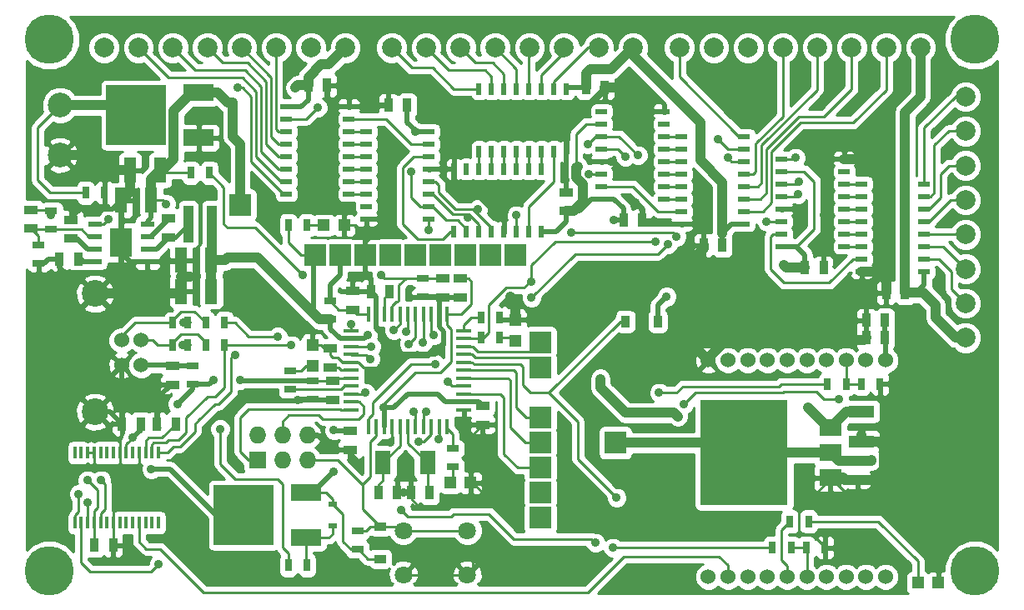
<source format=gtl>
G04 #@! TF.FileFunction,Copper,L1,Top,Signal*
%FSLAX46Y46*%
G04 Gerber Fmt 4.6, Leading zero omitted, Abs format (unit mm)*
G04 Created by KiCad (PCBNEW 0.201412131231+5320~19~ubuntu14.04.1-product) date 2014-12-14T15:34:26 CET*
%MOMM*%
G01*
G04 APERTURE LIST*
%ADD10C,0.100000*%
%ADD11R,1.270000X2.540000*%
%ADD12R,1.397000X0.889000*%
%ADD13R,0.889000X1.397000*%
%ADD14R,1.198880X1.198880*%
%ADD15C,1.524000*%
%ADD16C,2.700020*%
%ADD17R,0.980000X3.700000*%
%ADD18R,1.300000X0.700000*%
%ADD19C,2.500000*%
%ADD20R,1.727200X1.727200*%
%ADD21O,1.727200X1.727200*%
%ADD22R,2.235200X2.235200*%
%ADD23R,0.700000X1.300000*%
%ADD24R,3.048000X1.651000*%
%ADD25R,6.096000X6.096000*%
%ADD26R,8.890000X10.668000*%
%ADD27R,2.286000X1.778000*%
%ADD28R,1.143000X0.508000*%
%ADD29R,0.508000X1.143000*%
%ADD30R,0.406400X1.524000*%
%ADD31R,1.524000X0.406400*%
%ADD32R,1.600200X2.400300*%
%ADD33R,1.220000X0.910000*%
%ADD34C,2.000000*%
%ADD35R,0.830000X0.630000*%
%ADD36R,2.540000X1.270000*%
%ADD37R,0.910000X1.220000*%
%ADD38R,1.399540X0.599440*%
%ADD39R,2.260600X2.997200*%
%ADD40R,0.635000X1.143000*%
%ADD41R,0.406400X1.270000*%
%ADD42C,5.000000*%
%ADD43C,1.800000*%
%ADD44C,0.889000*%
%ADD45C,1.000000*%
%ADD46C,0.254000*%
%ADD47C,0.500000*%
%ADD48C,0.400000*%
G04 APERTURE END LIST*
D10*
D11*
X64262000Y-66294000D03*
X61214000Y-66294000D03*
X63373000Y-69342000D03*
X60325000Y-69342000D03*
D12*
X55245000Y-73215500D03*
X55245000Y-71310500D03*
D13*
X55943500Y-75311000D03*
X54038500Y-75311000D03*
D12*
X135128000Y-95821500D03*
X135128000Y-97726500D03*
X65151000Y-71183500D03*
X65151000Y-73088500D03*
X92964000Y-77279500D03*
X92964000Y-79184500D03*
X105537000Y-68516500D03*
X105537000Y-70421500D03*
D13*
X87439500Y-59690000D03*
X89344500Y-59690000D03*
D12*
X51181000Y-70294500D03*
X51181000Y-72199500D03*
D13*
X109410500Y-57912000D03*
X107505500Y-57912000D03*
X81216500Y-57658000D03*
X79311500Y-57658000D03*
D11*
X69469000Y-75438000D03*
X66421000Y-75438000D03*
X69469000Y-78613000D03*
X66421000Y-78613000D03*
D12*
X65532000Y-86169500D03*
X65532000Y-88074500D03*
X81788000Y-89598500D03*
X81788000Y-87693500D03*
X83820000Y-80454500D03*
X83820000Y-78549500D03*
D13*
X91630500Y-99060000D03*
X89725500Y-99060000D03*
X86423500Y-99060000D03*
X88328500Y-99060000D03*
X87566500Y-78613000D03*
X85661500Y-78613000D03*
D12*
X81534000Y-86296500D03*
X81534000Y-84391500D03*
D13*
X131635500Y-76200000D03*
X129730500Y-76200000D03*
X113220500Y-71374000D03*
X111315500Y-71374000D03*
D12*
X97028000Y-92138500D03*
X97028000Y-90233500D03*
D13*
X137985500Y-78740000D03*
X139890500Y-78740000D03*
X119443500Y-73914000D03*
X121348500Y-73914000D03*
D12*
X94742000Y-79184500D03*
X94742000Y-77279500D03*
X83566000Y-94678500D03*
X83566000Y-92773500D03*
D13*
X59499500Y-104394000D03*
X57594500Y-104394000D03*
X137858500Y-83312000D03*
X135953500Y-83312000D03*
X137858500Y-81534000D03*
X135953500Y-81534000D03*
X63944500Y-92075000D03*
X65849500Y-92075000D03*
D14*
X80865980Y-71882000D03*
X82964020Y-71882000D03*
X79756000Y-86139020D03*
X79756000Y-84040980D03*
X93692980Y-98044000D03*
X95791020Y-98044000D03*
X100330000Y-83599020D03*
X100330000Y-81500980D03*
X141190980Y-108204000D03*
X143289020Y-108204000D03*
D15*
X62357000Y-86106000D03*
X62357000Y-83566000D03*
X60358020Y-83566000D03*
X60358020Y-86106000D03*
D16*
X57658000Y-90835480D03*
X57658000Y-78836520D03*
D17*
X67141000Y-71755000D03*
X69511000Y-71755000D03*
D18*
X67564000Y-88072000D03*
X67564000Y-86172000D03*
X81534000Y-81468000D03*
X81534000Y-79568000D03*
D19*
X54102000Y-64770000D03*
X54102000Y-59690000D03*
D20*
X74168000Y-95758000D03*
D21*
X74168000Y-93218000D03*
X76708000Y-95758000D03*
X76708000Y-93218000D03*
X79248000Y-95758000D03*
X79248000Y-93218000D03*
D22*
X102870000Y-91440000D03*
X102870000Y-86360000D03*
X102870000Y-83820000D03*
X102870000Y-101600000D03*
X102870000Y-99060000D03*
X102870000Y-96520000D03*
X102870000Y-93980000D03*
X87630000Y-74930000D03*
X90170000Y-74930000D03*
X92710000Y-74930000D03*
X95250000Y-74930000D03*
X97790000Y-74930000D03*
X100330000Y-74930000D03*
D23*
X77282000Y-106426000D03*
X79182000Y-106426000D03*
X56708000Y-68580000D03*
X58608000Y-68580000D03*
X69276000Y-66548000D03*
X67376000Y-66548000D03*
D18*
X90932000Y-77282000D03*
X90932000Y-79182000D03*
X53213000Y-72324000D03*
X53213000Y-70424000D03*
X51943000Y-75753000D03*
X51943000Y-73853000D03*
X79756000Y-89596000D03*
X79756000Y-87696000D03*
D23*
X77282000Y-71882000D03*
X79182000Y-71882000D03*
X70800000Y-81788000D03*
X68900000Y-81788000D03*
X70800000Y-84074000D03*
X68900000Y-84074000D03*
D18*
X84328000Y-102936000D03*
X84328000Y-104836000D03*
X77470000Y-88580000D03*
X77470000Y-86680000D03*
X93980000Y-94554000D03*
X93980000Y-96454000D03*
D23*
X96840000Y-81280000D03*
X98740000Y-81280000D03*
X96840000Y-83312000D03*
X98740000Y-83312000D03*
X128209000Y-101981000D03*
X130109000Y-101981000D03*
D24*
X68199000Y-62992000D03*
D25*
X61849000Y-60706000D03*
D24*
X68199000Y-58420000D03*
X79121000Y-103632000D03*
D25*
X72771000Y-101346000D03*
D24*
X79121000Y-99060000D03*
D26*
X123571000Y-94996000D03*
D27*
X132334000Y-94996000D03*
X132334000Y-97536000D03*
X132334000Y-92456000D03*
D28*
X127381000Y-74041000D03*
X127381000Y-71501000D03*
X127381000Y-70231000D03*
X127381000Y-68961000D03*
X127381000Y-67691000D03*
X127381000Y-66421000D03*
X127381000Y-65151000D03*
X133731000Y-65151000D03*
X133731000Y-66421000D03*
X133731000Y-67691000D03*
X133731000Y-68961000D03*
X133731000Y-70231000D03*
X133731000Y-71501000D03*
X133731000Y-72771000D03*
X133731000Y-74041000D03*
X127381000Y-72771000D03*
D29*
X102997000Y-72517000D03*
X100457000Y-72517000D03*
X99187000Y-72517000D03*
X97917000Y-72517000D03*
X96647000Y-72517000D03*
X95377000Y-72517000D03*
X94107000Y-72517000D03*
X94107000Y-66167000D03*
X95377000Y-66167000D03*
X96647000Y-66167000D03*
X97917000Y-66167000D03*
X99187000Y-66167000D03*
X100457000Y-66167000D03*
X101727000Y-66167000D03*
X102997000Y-66167000D03*
X101727000Y-72517000D03*
D28*
X141859000Y-67691000D03*
X141859000Y-70231000D03*
X141859000Y-71501000D03*
X141859000Y-72771000D03*
X141859000Y-74041000D03*
X141859000Y-75311000D03*
X141859000Y-76581000D03*
X135509000Y-76581000D03*
X135509000Y-75311000D03*
X135509000Y-74041000D03*
X135509000Y-72771000D03*
X135509000Y-71501000D03*
X135509000Y-70231000D03*
X135509000Y-68961000D03*
X135509000Y-67691000D03*
X141859000Y-68961000D03*
D29*
X96647000Y-58039000D03*
X99187000Y-58039000D03*
X100457000Y-58039000D03*
X101727000Y-58039000D03*
X102997000Y-58039000D03*
X104267000Y-58039000D03*
X105537000Y-58039000D03*
X105537000Y-64389000D03*
X104267000Y-64389000D03*
X102997000Y-64389000D03*
X101727000Y-64389000D03*
X100457000Y-64389000D03*
X99187000Y-64389000D03*
X97917000Y-64389000D03*
X96647000Y-64389000D03*
X97917000Y-58039000D03*
D28*
X91567000Y-62357000D03*
X91567000Y-64897000D03*
X91567000Y-66167000D03*
X91567000Y-67437000D03*
X91567000Y-68707000D03*
X91567000Y-69977000D03*
X91567000Y-71247000D03*
X85217000Y-71247000D03*
X85217000Y-69977000D03*
X85217000Y-68707000D03*
X85217000Y-67437000D03*
X85217000Y-66167000D03*
X85217000Y-64897000D03*
X85217000Y-63627000D03*
X85217000Y-62357000D03*
X91567000Y-63627000D03*
X109093000Y-69215000D03*
X109093000Y-66675000D03*
X109093000Y-65405000D03*
X109093000Y-64135000D03*
X109093000Y-62865000D03*
X109093000Y-61595000D03*
X109093000Y-60325000D03*
X115443000Y-60325000D03*
X115443000Y-61595000D03*
X115443000Y-62865000D03*
X115443000Y-64135000D03*
X115443000Y-65405000D03*
X115443000Y-66675000D03*
X115443000Y-67945000D03*
X115443000Y-69215000D03*
X109093000Y-67945000D03*
X77089000Y-68707000D03*
X77089000Y-66167000D03*
X77089000Y-64897000D03*
X77089000Y-63627000D03*
X77089000Y-62357000D03*
X77089000Y-61087000D03*
X77089000Y-59817000D03*
X83439000Y-59817000D03*
X83439000Y-61087000D03*
X83439000Y-62357000D03*
X83439000Y-63627000D03*
X83439000Y-64897000D03*
X83439000Y-66167000D03*
X83439000Y-67437000D03*
X83439000Y-68707000D03*
X77089000Y-67437000D03*
X123571000Y-62865000D03*
X123571000Y-65405000D03*
X123571000Y-66675000D03*
X123571000Y-67945000D03*
X123571000Y-69215000D03*
X123571000Y-70485000D03*
X123571000Y-71755000D03*
X117221000Y-71755000D03*
X117221000Y-70485000D03*
X117221000Y-69215000D03*
X117221000Y-67945000D03*
X117221000Y-66675000D03*
X117221000Y-65405000D03*
X117221000Y-64135000D03*
X117221000Y-62865000D03*
X123571000Y-64135000D03*
D30*
X89408000Y-80899000D03*
X88607900Y-80899000D03*
X87807800Y-80899000D03*
X87007700Y-80899000D03*
X86207600Y-80899000D03*
X85407500Y-80899000D03*
X90208100Y-80899000D03*
X91008200Y-80899000D03*
X91808300Y-80899000D03*
X92608400Y-80899000D03*
X93408500Y-80899000D03*
X89408000Y-92329000D03*
X88607900Y-92329000D03*
X87807800Y-92329000D03*
X87007700Y-92329000D03*
X86207600Y-92329000D03*
X85407500Y-92329000D03*
X90208100Y-92329000D03*
X91008200Y-92329000D03*
X91808300Y-92329000D03*
X92608400Y-92329000D03*
X93408500Y-92329000D03*
D31*
X83693000Y-86614000D03*
X95123000Y-86614000D03*
X83693000Y-87414100D03*
X95123000Y-87414100D03*
X95123000Y-88214200D03*
X83693000Y-88214200D03*
X83693000Y-89014300D03*
X95123000Y-89014300D03*
X95123000Y-89814400D03*
X83693000Y-89814400D03*
X83693000Y-90614500D03*
X95123000Y-90614500D03*
X95123000Y-85813900D03*
X83693000Y-85813900D03*
X83693000Y-85013800D03*
X95123000Y-85013800D03*
X95123000Y-84213700D03*
X83693000Y-84213700D03*
X83693000Y-83413600D03*
X95123000Y-83413600D03*
X95123000Y-82613500D03*
X83693000Y-82613500D03*
D15*
X137922000Y-85598000D03*
X135922000Y-85598000D03*
X133922000Y-85598000D03*
X131922000Y-85598000D03*
X129922000Y-85598000D03*
X127922000Y-85598000D03*
X125922000Y-85598000D03*
X123922000Y-85598000D03*
X121922000Y-85598000D03*
X119922000Y-85598000D03*
X119922000Y-107598000D03*
X121922000Y-107598000D03*
X123922000Y-107598000D03*
X125922000Y-107598000D03*
X127922000Y-107598000D03*
X129922000Y-107598000D03*
X131922000Y-107598000D03*
X133922000Y-107598000D03*
X135922000Y-107598000D03*
X137922000Y-107598000D03*
D32*
X91404440Y-96012000D03*
X86903560Y-96012000D03*
D33*
X86614000Y-102502500D03*
X86614000Y-105777500D03*
D34*
X146050000Y-83312000D03*
X146050000Y-79812000D03*
X146050000Y-76312000D03*
X146050000Y-72812000D03*
X146050000Y-69312000D03*
X146050000Y-65812000D03*
X146050000Y-62312000D03*
X146050000Y-58812000D03*
X112268000Y-53848000D03*
X108768000Y-53848000D03*
X105268000Y-53848000D03*
X101768000Y-53848000D03*
X98268000Y-53848000D03*
X94768000Y-53848000D03*
X91268000Y-53848000D03*
X87768000Y-53848000D03*
X83058000Y-53848000D03*
X79558000Y-53848000D03*
X76058000Y-53848000D03*
X72558000Y-53848000D03*
X69058000Y-53848000D03*
X65558000Y-53848000D03*
X62058000Y-53848000D03*
X58558000Y-53848000D03*
X141478000Y-53848000D03*
X137978000Y-53848000D03*
X134478000Y-53848000D03*
X130978000Y-53848000D03*
X127478000Y-53848000D03*
X123978000Y-53848000D03*
X120478000Y-53848000D03*
X116978000Y-53848000D03*
D35*
X81788000Y-102458500D03*
X81788000Y-100233500D03*
D23*
X132019000Y-88011000D03*
X133919000Y-88011000D03*
X135448000Y-88011000D03*
X137348000Y-88011000D03*
X126431000Y-104648000D03*
X128331000Y-104648000D03*
X129860000Y-104648000D03*
X131760000Y-104648000D03*
D36*
X135509000Y-90805000D03*
X135509000Y-93853000D03*
D13*
X60388500Y-92075000D03*
X62293500Y-92075000D03*
D22*
X72390000Y-69850000D03*
X82550000Y-74930000D03*
X80010000Y-74930000D03*
X110490000Y-93980000D03*
X85090000Y-74930000D03*
D37*
X114794500Y-81661000D03*
X111519500Y-81661000D03*
D38*
X62992000Y-71755000D03*
X57658000Y-71755000D03*
X62992000Y-73025000D03*
X62992000Y-74295000D03*
X62992000Y-75565000D03*
X57658000Y-73025000D03*
X57658000Y-74295000D03*
X57658000Y-75565000D03*
D39*
X60325000Y-73660000D03*
D40*
X65532000Y-81788000D03*
X67056000Y-81788000D03*
X65532000Y-84074000D03*
X67056000Y-84074000D03*
D41*
X55626000Y-102108000D03*
X56261000Y-102108000D03*
X56921400Y-102108000D03*
X57581800Y-102108000D03*
X58216800Y-102108000D03*
X58877200Y-102108000D03*
X59537600Y-102108000D03*
X60172600Y-102108000D03*
X60833000Y-102108000D03*
X61468000Y-102108000D03*
X62128400Y-102108000D03*
X62788800Y-102108000D03*
X63423800Y-102108000D03*
X64084200Y-102108000D03*
X64084200Y-94996000D03*
X63423800Y-94996000D03*
X62814200Y-94996000D03*
X62128400Y-94996000D03*
X61468000Y-94996000D03*
X60833000Y-94996000D03*
X60172600Y-94996000D03*
X59537600Y-94996000D03*
X58877200Y-94996000D03*
X58216800Y-94996000D03*
X57581800Y-94996000D03*
X56921400Y-94996000D03*
X56261000Y-94996000D03*
X55626000Y-94996000D03*
D42*
X147000000Y-53000000D03*
X53000000Y-53000000D03*
X147000000Y-107000000D03*
X53000000Y-107000000D03*
D43*
X88952000Y-107406000D03*
X88952000Y-102906000D03*
X95452000Y-107406000D03*
X95452000Y-102906000D03*
D44*
X71628000Y-59436000D03*
X77978000Y-57912000D03*
X64897000Y-69723000D03*
X59055000Y-71247000D03*
X86106000Y-59817000D03*
X86741000Y-71247000D03*
X105410000Y-67310000D03*
X94488000Y-68072000D03*
X113792000Y-60325000D03*
X112522000Y-69596000D03*
X68199000Y-61341000D03*
X66675000Y-81788000D03*
X66548000Y-84074000D03*
X87630000Y-93980000D03*
X89027000Y-99060000D03*
X84582000Y-96139000D03*
X78232000Y-89662000D03*
X86741000Y-86360000D03*
X129413000Y-70612000D03*
X131699000Y-70866000D03*
X64770000Y-78867000D03*
X92837000Y-84328000D03*
X99822000Y-79121000D03*
X67310000Y-77089000D03*
X136906000Y-65278000D03*
X135509000Y-93218000D03*
X110109000Y-65405000D03*
X97663000Y-99695000D03*
X97790000Y-103505000D03*
X81915000Y-96901000D03*
X81915000Y-92710000D03*
X86995000Y-90424000D03*
X90170000Y-62357000D03*
X89789000Y-66421000D03*
X85344000Y-83058000D03*
X130048000Y-90424000D03*
X116840000Y-91313000D03*
X108966000Y-87503000D03*
X110363000Y-71374000D03*
X127635000Y-75946000D03*
X106680000Y-65913000D03*
X53213000Y-70866000D03*
X71501000Y-75184000D03*
X136525000Y-95758000D03*
X78740000Y-76962000D03*
X86741000Y-76962000D03*
X70358000Y-92583000D03*
X85090000Y-88900000D03*
X80264000Y-59944000D03*
X72136000Y-57912000D03*
X121920000Y-65024000D03*
X120904000Y-63119000D03*
X90043000Y-90805000D03*
X91313000Y-90805000D03*
X83693000Y-81915000D03*
X88011000Y-82550000D03*
X89281000Y-82677000D03*
X89535000Y-83947000D03*
X90932000Y-83820000D03*
X92075000Y-83058000D03*
X76200000Y-83185000D03*
X85598000Y-85471000D03*
X71882000Y-85090000D03*
X85725000Y-84201000D03*
X77597000Y-84074000D03*
X129032000Y-68707000D03*
X111506000Y-64897000D03*
X101981000Y-77597000D03*
X96520000Y-70231000D03*
X114554000Y-73533000D03*
X92202000Y-85979000D03*
X125857000Y-71501000D03*
X115824000Y-73787000D03*
X101981000Y-79248000D03*
X129159000Y-67437000D03*
X112776000Y-64770000D03*
X93472000Y-87757000D03*
X95504000Y-71120000D03*
X107696000Y-63627000D03*
X116713000Y-73025000D03*
X106045000Y-72644000D03*
X100457000Y-70866000D03*
X128778000Y-65024000D03*
X91567000Y-72390000D03*
X107823000Y-66675000D03*
X90551000Y-93853000D03*
X108458000Y-104140000D03*
X88773000Y-100838000D03*
X117475000Y-90043000D03*
X133223000Y-89535000D03*
X58293000Y-97790000D03*
X114935000Y-88900000D03*
X56007000Y-99187000D03*
X92583000Y-93599000D03*
X110236000Y-104648000D03*
X56896000Y-100076000D03*
X69723000Y-87630000D03*
X72390000Y-87630000D03*
X61468000Y-93472000D03*
X63373000Y-96647000D03*
X56896000Y-97790000D03*
X66040000Y-90043000D03*
X115697000Y-79121000D03*
X64135000Y-106299000D03*
X110617000Y-99568000D03*
D45*
X64516000Y-66294000D02*
X65651001Y-65158999D01*
X65651001Y-65158999D02*
X65651001Y-60269499D01*
X65651001Y-60269499D02*
X67500500Y-58420000D01*
X67500500Y-58420000D02*
X68199000Y-58420000D01*
X64262000Y-66294000D02*
X64516000Y-66294000D01*
D46*
X64516000Y-66548000D02*
X64262000Y-66294000D01*
X67376000Y-66548000D02*
X64516000Y-66548000D01*
D47*
X79311500Y-59118500D02*
X79311500Y-57658000D01*
X78613000Y-59817000D02*
X79311500Y-59118500D01*
X77089000Y-59817000D02*
X78613000Y-59817000D01*
X82804000Y-53848000D02*
X83058000Y-53848000D01*
X79311500Y-57658000D02*
X79311500Y-57340500D01*
D45*
X70104000Y-58420000D02*
X71120000Y-59436000D01*
X71120000Y-59436000D02*
X71628000Y-59436000D01*
X77978000Y-57912000D02*
X78232000Y-57658000D01*
X78232000Y-57658000D02*
X79311500Y-57658000D01*
X68199000Y-58420000D02*
X70104000Y-58420000D01*
D47*
X105664000Y-57912000D02*
X105537000Y-58039000D01*
X107505500Y-57912000D02*
X105664000Y-57912000D01*
D45*
X107505500Y-56451500D02*
X107950000Y-56007000D01*
X107950000Y-56007000D02*
X110109000Y-56007000D01*
X110109000Y-56007000D02*
X112268000Y-53848000D01*
X107505500Y-57912000D02*
X107505500Y-56451500D01*
X79311500Y-56832500D02*
X80645000Y-55499000D01*
X80645000Y-55499000D02*
X81407000Y-55499000D01*
X81407000Y-55499000D02*
X83058000Y-53848000D01*
X79311500Y-57658000D02*
X79311500Y-56832500D01*
D47*
X141859000Y-77978000D02*
X141097000Y-78740000D01*
X141097000Y-78740000D02*
X139890500Y-78740000D01*
X141859000Y-76581000D02*
X141859000Y-77978000D01*
X121348500Y-72707500D02*
X122301000Y-71755000D01*
X122301000Y-71755000D02*
X123571000Y-71755000D01*
X121348500Y-73914000D02*
X121348500Y-72707500D01*
D45*
X139890500Y-60388500D02*
X141478000Y-58801000D01*
X141478000Y-58801000D02*
X141478000Y-53848000D01*
X139890500Y-78740000D02*
X139890500Y-60388500D01*
X112268000Y-54610000D02*
X112268000Y-53848000D01*
X121348500Y-67500500D02*
X119126000Y-65278000D01*
X119126000Y-65278000D02*
X119126000Y-61468000D01*
X119126000Y-61468000D02*
X112268000Y-54610000D01*
X121348500Y-72707500D02*
X121348500Y-67500500D01*
X72390000Y-63627000D02*
X71628000Y-62865000D01*
X71628000Y-62865000D02*
X71628000Y-59436000D01*
X72390000Y-69850000D02*
X72390000Y-63627000D01*
X63373000Y-67183000D02*
X64262000Y-66294000D01*
X63373000Y-69342000D02*
X63373000Y-67183000D01*
X145034000Y-83312000D02*
X143002000Y-81280000D01*
X143002000Y-81280000D02*
X143002000Y-80010000D01*
X143002000Y-80010000D02*
X141732000Y-78740000D01*
X141732000Y-78740000D02*
X139890500Y-78740000D01*
X146050000Y-83312000D02*
X145034000Y-83312000D01*
D47*
X63373000Y-71120000D02*
X63373000Y-69342000D01*
X62992000Y-71501000D02*
X63373000Y-71120000D01*
X62992000Y-71755000D02*
X62992000Y-71501000D01*
D46*
X64897000Y-69723000D02*
X64516000Y-69342000D01*
X63373000Y-69342000D02*
X64516000Y-69342000D01*
X58547000Y-71755000D02*
X57658000Y-71755000D01*
X59055000Y-71247000D02*
X58547000Y-71755000D01*
D45*
X56896000Y-64770000D02*
X58420000Y-66294000D01*
X58420000Y-66294000D02*
X58674000Y-66294000D01*
X54102000Y-64770000D02*
X56896000Y-64770000D01*
D46*
X58608000Y-66294000D02*
X58674000Y-66360000D01*
X58674000Y-66360000D02*
X58674000Y-66548000D01*
X58674000Y-66548000D02*
X58674000Y-66294000D01*
X58608000Y-68580000D02*
X58608000Y-66294000D01*
D47*
X81915000Y-59817000D02*
X81216500Y-59118500D01*
X81216500Y-59118500D02*
X81216500Y-57658000D01*
X83439000Y-59817000D02*
X81915000Y-59817000D01*
X109410500Y-57975500D02*
X109410500Y-57912000D01*
X105537000Y-61849000D02*
X109410500Y-57975500D01*
X105537000Y-64389000D02*
X105537000Y-61849000D01*
X86106000Y-59817000D02*
X86233000Y-59690000D01*
X86233000Y-59690000D02*
X87439500Y-59690000D01*
X85217000Y-71247000D02*
X86741000Y-71247000D01*
X83439000Y-59817000D02*
X86106000Y-59817000D01*
X105410000Y-67310000D02*
X105537000Y-67437000D01*
X105537000Y-67437000D02*
X105537000Y-68516500D01*
X94107000Y-67691000D02*
X94488000Y-68072000D01*
X94107000Y-66167000D02*
X94107000Y-67691000D01*
X119443500Y-72453500D02*
X118745000Y-71755000D01*
X118745000Y-71755000D02*
X117221000Y-71755000D01*
X119443500Y-73914000D02*
X119443500Y-72453500D01*
X115443000Y-60325000D02*
X113792000Y-60325000D01*
X112522000Y-69596000D02*
X113220500Y-70294500D01*
X113220500Y-70294500D02*
X113220500Y-71374000D01*
X113601500Y-71755000D02*
X113220500Y-71374000D01*
X117221000Y-71755000D02*
X113601500Y-71755000D01*
D46*
X95631000Y-68072000D02*
X94488000Y-68072000D01*
X99187000Y-71628000D02*
X95631000Y-68072000D01*
X99187000Y-72517000D02*
X99187000Y-71628000D01*
X91567000Y-66167000D02*
X94107000Y-66167000D01*
X68199000Y-62992000D02*
X68199000Y-61341000D01*
X100109020Y-81280000D02*
X100330000Y-81500980D01*
X95123000Y-90614500D02*
X95504000Y-90614500D01*
X89027000Y-99060000D02*
X89725500Y-99060000D01*
X88328500Y-99060000D02*
X89027000Y-99060000D01*
X95791020Y-93375480D02*
X97028000Y-92138500D01*
X95791020Y-98044000D02*
X95791020Y-93375480D01*
X81785500Y-89596000D02*
X81788000Y-89598500D01*
X79756000Y-89596000D02*
X81785500Y-89596000D01*
X85598000Y-78549500D02*
X85661500Y-78613000D01*
X83820000Y-78549500D02*
X85598000Y-78549500D01*
D47*
X60358020Y-86106000D02*
X60358020Y-86647020D01*
X81724500Y-94678500D02*
X83566000Y-94678500D01*
X80264000Y-93218000D02*
X81724500Y-94678500D01*
X79248000Y-93218000D02*
X80264000Y-93218000D01*
D46*
X120396000Y-85124000D02*
X119922000Y-85598000D01*
D47*
X135953500Y-81534000D02*
X135953500Y-83312000D01*
D45*
X135699500Y-83566000D02*
X135953500Y-83312000D01*
X121793000Y-83566000D02*
X135699500Y-83566000D01*
X119922000Y-85437000D02*
X121793000Y-83566000D01*
X119922000Y-85598000D02*
X119922000Y-85437000D01*
X133604000Y-97536000D02*
X133794500Y-97726500D01*
X133794500Y-97726500D02*
X135128000Y-97726500D01*
X132334000Y-97536000D02*
X133604000Y-97536000D01*
D46*
X132334000Y-97663000D02*
X132334000Y-97536000D01*
X129159000Y-100838000D02*
X132334000Y-97663000D01*
X129159000Y-102997000D02*
X129159000Y-100838000D01*
X129540000Y-103378000D02*
X129159000Y-102997000D01*
X130556000Y-103378000D02*
X129540000Y-103378000D01*
X131760000Y-104582000D02*
X130556000Y-103378000D01*
X131760000Y-104648000D02*
X131760000Y-104582000D01*
X143289020Y-106332020D02*
X137795000Y-100838000D01*
X137795000Y-100838000D02*
X135636000Y-100838000D01*
X135636000Y-100838000D02*
X132334000Y-97536000D01*
X143289020Y-108204000D02*
X143289020Y-106332020D01*
D45*
X136969500Y-97726500D02*
X137795000Y-96901000D01*
X137795000Y-96901000D02*
X137795000Y-94361000D01*
X137795000Y-94361000D02*
X137287000Y-93853000D01*
X136906000Y-93853000D02*
X135509000Y-93853000D01*
X137287000Y-93853000D02*
X136906000Y-93853000D01*
X135128000Y-97726500D02*
X136969500Y-97726500D01*
D46*
X137348000Y-89088000D02*
X138176000Y-89916000D01*
X138176000Y-89916000D02*
X138176000Y-92583000D01*
X138176000Y-92583000D02*
X136906000Y-93853000D01*
X137348000Y-88011000D02*
X137348000Y-89088000D01*
X60452000Y-92138500D02*
X60388500Y-92075000D01*
X64262000Y-92392500D02*
X63944500Y-92075000D01*
D47*
X63944500Y-90741500D02*
X63373000Y-90170000D01*
X63246000Y-90170000D02*
X61214000Y-90170000D01*
X63373000Y-90170000D02*
X63246000Y-90170000D01*
X61214000Y-90170000D02*
X60388500Y-90995500D01*
X60388500Y-90995500D02*
X60388500Y-92075000D01*
X63944500Y-92075000D02*
X63944500Y-90741500D01*
X59148980Y-90835480D02*
X60388500Y-92075000D01*
X57658000Y-90835480D02*
X59148980Y-90835480D01*
X65341500Y-88074500D02*
X63246000Y-90170000D01*
X65532000Y-88074500D02*
X65341500Y-88074500D01*
X60452000Y-92138500D02*
X60388500Y-92075000D01*
D46*
X90551000Y-100457000D02*
X94488000Y-100457000D01*
X94488000Y-100457000D02*
X95791020Y-99153980D01*
X95791020Y-99153980D02*
X95791020Y-98044000D01*
X89725500Y-99631500D02*
X90551000Y-100457000D01*
X89725500Y-99060000D02*
X89725500Y-99631500D01*
X95123000Y-91313000D02*
X95948500Y-92138500D01*
X95948500Y-92138500D02*
X97028000Y-92138500D01*
X95123000Y-90614500D02*
X95123000Y-91313000D01*
D47*
X85661500Y-77279500D02*
X85090000Y-76708000D01*
X85090000Y-76708000D02*
X85090000Y-74930000D01*
X85661500Y-78613000D02*
X85661500Y-77279500D01*
D45*
X113157000Y-60325000D02*
X110744000Y-57912000D01*
X110744000Y-57912000D02*
X109410500Y-57912000D01*
X113792000Y-60325000D02*
X113157000Y-60325000D01*
D47*
X105537000Y-62103000D02*
X105537000Y-64389000D01*
X109410500Y-58229500D02*
X105537000Y-62103000D01*
X109410500Y-57912000D02*
X109410500Y-58229500D01*
X105537000Y-67183000D02*
X105410000Y-67310000D01*
X105537000Y-64389000D02*
X105537000Y-67183000D01*
D45*
X137541000Y-65913000D02*
X137541000Y-76200000D01*
X137541000Y-76200000D02*
X137160000Y-76581000D01*
X137160000Y-76581000D02*
X135509000Y-76581000D01*
X136779000Y-65151000D02*
X137541000Y-65913000D01*
X133731000Y-65151000D02*
X136779000Y-65151000D01*
X137033000Y-76581000D02*
X137985500Y-77533500D01*
X137985500Y-77533500D02*
X137985500Y-78740000D01*
X135509000Y-76581000D02*
X137033000Y-76581000D01*
D46*
X87807800Y-93802200D02*
X87630000Y-93980000D01*
X87807800Y-92329000D02*
X87807800Y-93802200D01*
D47*
X83566000Y-95123000D02*
X84582000Y-96139000D01*
X83566000Y-94678500D02*
X83566000Y-95123000D01*
X92961500Y-79182000D02*
X92964000Y-79184500D01*
X90932000Y-79182000D02*
X92961500Y-79182000D01*
X92964000Y-79184500D02*
X94742000Y-79184500D01*
X92608400Y-79540100D02*
X92964000Y-79184500D01*
X92608400Y-80899000D02*
X92608400Y-79540100D01*
X93091000Y-84074000D02*
X92837000Y-84328000D01*
X93091000Y-82677000D02*
X93091000Y-84074000D01*
X92608400Y-82194400D02*
X93091000Y-82677000D01*
X92608400Y-80899000D02*
X92608400Y-82194400D01*
X98960980Y-81500980D02*
X98740000Y-81280000D01*
X100330000Y-81500980D02*
X98960980Y-81500980D01*
X88773000Y-84963000D02*
X92202000Y-84963000D01*
X92202000Y-84963000D02*
X92837000Y-84328000D01*
X86207600Y-82397600D02*
X88773000Y-84963000D01*
X86207600Y-80899000D02*
X86207600Y-82397600D01*
X86207600Y-79159100D02*
X85661500Y-78613000D01*
X86207600Y-80899000D02*
X86207600Y-79159100D01*
X85090000Y-73533000D02*
X85090000Y-74930000D01*
X86741000Y-71882000D02*
X85090000Y-73533000D01*
X86741000Y-71247000D02*
X86741000Y-71882000D01*
X78298000Y-89596000D02*
X78232000Y-89662000D01*
X79756000Y-89596000D02*
X78298000Y-89596000D01*
X86741000Y-86360000D02*
X88138000Y-84963000D01*
X88138000Y-84963000D02*
X88773000Y-84963000D01*
D46*
X84963000Y-86360000D02*
X86741000Y-86360000D01*
X84416900Y-85813900D02*
X84963000Y-86360000D01*
X83693000Y-85813900D02*
X84416900Y-85813900D01*
X82765900Y-85813900D02*
X82296000Y-85344000D01*
X82296000Y-85344000D02*
X81788000Y-85344000D01*
X81788000Y-85344000D02*
X81534000Y-85090000D01*
X81534000Y-85090000D02*
X81534000Y-84391500D01*
X83693000Y-85813900D02*
X82765900Y-85813900D01*
X80611980Y-84040980D02*
X79756000Y-84040980D01*
X80962500Y-84391500D02*
X80611980Y-84040980D01*
X81534000Y-84391500D02*
X80962500Y-84391500D01*
D47*
X60896500Y-88074500D02*
X60358020Y-87536020D01*
X60358020Y-87536020D02*
X60358020Y-86106000D01*
X65532000Y-88074500D02*
X60896500Y-88074500D01*
X66675000Y-81788000D02*
X67244000Y-81788000D01*
X67244000Y-84074000D02*
X66548000Y-84074000D01*
X129032000Y-70231000D02*
X129413000Y-70612000D01*
X131699000Y-70866000D02*
X131826000Y-70993000D01*
X131826000Y-70993000D02*
X131826000Y-73406000D01*
X131826000Y-73406000D02*
X131635500Y-73596500D01*
X131635500Y-73596500D02*
X131635500Y-76200000D01*
X127381000Y-70231000D02*
X129032000Y-70231000D01*
X131699000Y-66167000D02*
X132715000Y-65151000D01*
X132715000Y-65151000D02*
X133731000Y-65151000D01*
X131699000Y-70866000D02*
X131699000Y-66167000D01*
D45*
X58674000Y-66294000D02*
X61214000Y-66294000D01*
X66197480Y-78836520D02*
X66421000Y-78613000D01*
X64770000Y-78836520D02*
X66197480Y-78836520D01*
X57658000Y-78836520D02*
X64770000Y-78836520D01*
D47*
X64770000Y-78994000D02*
X64770000Y-78836520D01*
X64770000Y-78836520D02*
X64770000Y-78994000D01*
X64770000Y-78867000D02*
X64770000Y-78836520D01*
X66421000Y-77089000D02*
X66421000Y-78613000D01*
X66421000Y-75438000D02*
X66421000Y-77089000D01*
X57881520Y-78613000D02*
X57658000Y-78836520D01*
X66421000Y-78613000D02*
X57881520Y-78613000D01*
D46*
X66421000Y-78613000D02*
X66802000Y-78613000D01*
X85090000Y-72898000D02*
X84074000Y-71882000D01*
X84074000Y-71882000D02*
X82964020Y-71882000D01*
X85090000Y-74930000D02*
X85090000Y-72898000D01*
D45*
X100330000Y-79629000D02*
X99822000Y-79121000D01*
X100330000Y-81500980D02*
X100330000Y-79629000D01*
X66421000Y-77089000D02*
X67310000Y-77089000D01*
X136906000Y-65278000D02*
X136779000Y-65151000D01*
X117475000Y-76200000D02*
X117475000Y-83151000D01*
X117475000Y-83151000D02*
X119922000Y-85598000D01*
X119443500Y-74231500D02*
X117475000Y-76200000D01*
X119443500Y-73914000D02*
X119443500Y-74231500D01*
X135509000Y-93218000D02*
X135509000Y-93853000D01*
D47*
X109093000Y-65405000D02*
X110109000Y-65405000D01*
D46*
X96012000Y-98044000D02*
X95791020Y-98044000D01*
X60172600Y-93624400D02*
X60388500Y-93408500D01*
X60388500Y-93408500D02*
X60388500Y-92075000D01*
X60172600Y-94996000D02*
X60172600Y-93624400D01*
X60198000Y-96393000D02*
X57785000Y-96393000D01*
X57785000Y-96393000D02*
X57581800Y-96189800D01*
X57581800Y-96189800D02*
X57581800Y-94996000D01*
X62128400Y-96113600D02*
X61849000Y-96393000D01*
X61849000Y-96393000D02*
X60198000Y-96393000D01*
X62128400Y-94996000D02*
X62128400Y-96113600D01*
X57581800Y-94996000D02*
X56921400Y-94996000D01*
X60198000Y-96266000D02*
X60198000Y-96393000D01*
X60198000Y-96367600D02*
X60198000Y-96266000D01*
X60172600Y-96393000D02*
X60198000Y-96367600D01*
X60172600Y-94996000D02*
X60172600Y-96393000D01*
X59537600Y-97053400D02*
X60198000Y-96393000D01*
X59537600Y-102108000D02*
X59537600Y-97053400D01*
X59537600Y-104355900D02*
X59499500Y-104394000D01*
X59537600Y-104355900D02*
X59499500Y-104394000D01*
X59537600Y-102108000D02*
X59537600Y-104355900D01*
X95452000Y-107406000D02*
X88952000Y-107406000D01*
X96012000Y-106846000D02*
X95452000Y-107406000D01*
X97663000Y-99695000D02*
X96012000Y-98044000D01*
X96012000Y-105283000D02*
X97790000Y-103505000D01*
X96012000Y-106846000D02*
X96012000Y-105283000D01*
D47*
X66294000Y-75565000D02*
X66421000Y-75438000D01*
X62992000Y-75565000D02*
X66294000Y-75565000D01*
X61214000Y-75565000D02*
X62992000Y-75565000D01*
X60325000Y-74676000D02*
X61214000Y-75565000D01*
X60325000Y-73660000D02*
X60325000Y-74676000D01*
D45*
X61214000Y-68453000D02*
X60325000Y-69342000D01*
X61214000Y-66294000D02*
X61214000Y-68453000D01*
D47*
X52959000Y-75311000D02*
X54038500Y-75311000D01*
X52517000Y-75753000D02*
X52959000Y-75311000D01*
X51943000Y-75753000D02*
X52517000Y-75753000D01*
X60325000Y-75946000D02*
X60325000Y-73660000D01*
X59563000Y-76708000D02*
X60325000Y-75946000D01*
X54610000Y-76708000D02*
X59563000Y-76708000D01*
X54038500Y-76136500D02*
X54610000Y-76708000D01*
X54038500Y-75311000D02*
X54038500Y-76136500D01*
X60325000Y-69342000D02*
X60325000Y-73660000D01*
X59436000Y-70231000D02*
X60325000Y-69342000D01*
X56134000Y-70231000D02*
X59436000Y-70231000D01*
X55245000Y-71120000D02*
X56134000Y-70231000D01*
X55245000Y-71310500D02*
X55245000Y-71120000D01*
D46*
X55486300Y-72974200D02*
X55245000Y-73215500D01*
D47*
X56896000Y-74295000D02*
X57658000Y-74295000D01*
X55816500Y-73215500D02*
X56896000Y-74295000D01*
X55245000Y-73215500D02*
X55816500Y-73215500D01*
X105537000Y-71501000D02*
X105537000Y-70421500D01*
X104521000Y-72517000D02*
X105537000Y-71501000D01*
X102997000Y-72517000D02*
X104521000Y-72517000D01*
D46*
X91948000Y-69977000D02*
X91567000Y-69977000D01*
X93345000Y-71374000D02*
X91948000Y-69977000D01*
X94488000Y-71374000D02*
X93345000Y-71374000D01*
X95377000Y-72263000D02*
X94488000Y-71374000D01*
X95377000Y-72517000D02*
X95377000Y-72263000D01*
X94869000Y-80899000D02*
X93408500Y-80899000D01*
X95885000Y-79883000D02*
X94869000Y-80899000D01*
X95885000Y-77597000D02*
X95885000Y-79883000D01*
X95567500Y-77279500D02*
X95885000Y-77597000D01*
X94742000Y-77279500D02*
X95567500Y-77279500D01*
X96608900Y-89814400D02*
X97028000Y-90233500D01*
X93243400Y-89814400D02*
X92456000Y-89027000D01*
X95123000Y-89814400D02*
X93243400Y-89814400D01*
X81153000Y-99060000D02*
X79121000Y-99060000D01*
X81788000Y-99695000D02*
X81153000Y-99060000D01*
X81788000Y-100233500D02*
X81788000Y-99695000D01*
X85330500Y-105777500D02*
X86614000Y-105777500D01*
X84389000Y-104836000D02*
X85330500Y-105777500D01*
X84328000Y-104836000D02*
X84389000Y-104836000D01*
D47*
X106870500Y-70421500D02*
X108077000Y-69215000D01*
X108077000Y-69215000D02*
X109093000Y-69215000D01*
X105537000Y-70421500D02*
X106870500Y-70421500D01*
D45*
X132334000Y-92456000D02*
X132334000Y-92329000D01*
X133985000Y-90805000D02*
X132334000Y-92456000D01*
X135509000Y-90805000D02*
X133985000Y-90805000D01*
D47*
X79756000Y-99060000D02*
X79121000Y-99060000D01*
X81915000Y-96901000D02*
X79756000Y-99060000D01*
X81978500Y-92773500D02*
X81915000Y-92710000D01*
X83566000Y-92773500D02*
X81978500Y-92773500D01*
X79883000Y-75057000D02*
X80010000Y-74930000D01*
X80833000Y-81468000D02*
X79883000Y-80518000D01*
X79883000Y-80518000D02*
X79883000Y-75057000D01*
X81534000Y-81468000D02*
X80833000Y-81468000D01*
X87007700Y-90436700D02*
X86995000Y-90424000D01*
X87007700Y-92329000D02*
X87007700Y-90436700D01*
D46*
X90678000Y-69977000D02*
X89789000Y-69088000D01*
X89789000Y-69088000D02*
X89789000Y-66421000D01*
X91567000Y-69977000D02*
X90678000Y-69977000D01*
D47*
X91567000Y-62357000D02*
X90170000Y-62357000D01*
X90170000Y-62230000D02*
X89344500Y-61404500D01*
X90170000Y-62357000D02*
X90170000Y-62230000D01*
D46*
X83627000Y-104836000D02*
X82804000Y-104013000D01*
X82804000Y-104013000D02*
X82804000Y-101249500D01*
X82804000Y-101249500D02*
X81788000Y-100233500D01*
X84328000Y-104836000D02*
X83627000Y-104836000D01*
X93408500Y-81978500D02*
X93853000Y-82423000D01*
X93408500Y-80899000D02*
X93408500Y-81978500D01*
D47*
X84988400Y-83413600D02*
X85344000Y-83058000D01*
X83693000Y-83413600D02*
X84988400Y-83413600D01*
X93243400Y-89814400D02*
X95123000Y-89814400D01*
X92456000Y-89027000D02*
X93243400Y-89814400D01*
X90297000Y-89027000D02*
X92456000Y-89027000D01*
X89408000Y-89027000D02*
X90297000Y-89027000D01*
X88011000Y-90424000D02*
X89408000Y-89027000D01*
X86995000Y-90424000D02*
X88011000Y-90424000D01*
X96608900Y-89814400D02*
X97028000Y-90233500D01*
X95123000Y-89814400D02*
X96608900Y-89814400D01*
D46*
X53083500Y-70294500D02*
X53213000Y-70424000D01*
X51181000Y-70294500D02*
X53083500Y-70294500D01*
D45*
X69511000Y-75396000D02*
X69469000Y-75438000D01*
X69511000Y-71755000D02*
X69511000Y-75396000D01*
X69469000Y-75438000D02*
X69469000Y-78613000D01*
D46*
X69596000Y-75565000D02*
X69469000Y-75438000D01*
D47*
X89344500Y-61404500D02*
X89344500Y-59690000D01*
X81534000Y-82423000D02*
X81534000Y-81468000D01*
X82524600Y-83413600D02*
X81534000Y-82423000D01*
X83693000Y-83413600D02*
X82524600Y-83413600D01*
D46*
X77282000Y-73599000D02*
X78613000Y-74930000D01*
X78613000Y-74930000D02*
X80010000Y-74930000D01*
X77282000Y-71882000D02*
X77282000Y-73599000D01*
D45*
X70866000Y-75438000D02*
X69469000Y-75438000D01*
X71120000Y-75184000D02*
X70866000Y-75438000D01*
X71501000Y-75184000D02*
X71120000Y-75184000D01*
X80452000Y-81468000D02*
X81534000Y-81468000D01*
X74168000Y-75184000D02*
X80452000Y-81468000D01*
X71501000Y-75184000D02*
X74168000Y-75184000D01*
X116840000Y-91313000D02*
X116459000Y-90932000D01*
X116459000Y-90932000D02*
X111506000Y-90932000D01*
X111506000Y-90932000D02*
X108966000Y-88392000D01*
X108966000Y-88392000D02*
X108966000Y-87503000D01*
X132080000Y-92456000D02*
X130048000Y-90424000D01*
X132334000Y-92456000D02*
X132080000Y-92456000D01*
D47*
X110363000Y-71374000D02*
X111315500Y-71374000D01*
X110363000Y-69215000D02*
X111315500Y-70167500D01*
X111315500Y-70167500D02*
X111315500Y-71374000D01*
X109093000Y-69215000D02*
X110363000Y-69215000D01*
X129730500Y-75882500D02*
X129730500Y-76200000D01*
D45*
X127635000Y-75946000D02*
X127889000Y-76200000D01*
X127889000Y-76200000D02*
X129730500Y-76200000D01*
D47*
X128905000Y-74041000D02*
X129730500Y-74866500D01*
X129730500Y-74866500D02*
X129730500Y-76200000D01*
X127381000Y-74041000D02*
X128905000Y-74041000D01*
D46*
X129667000Y-66421000D02*
X130683000Y-67437000D01*
X130683000Y-67437000D02*
X130683000Y-72263000D01*
X130683000Y-72263000D02*
X128905000Y-74041000D01*
X127381000Y-66421000D02*
X129667000Y-66421000D01*
D45*
X106235500Y-70421500D02*
X105537000Y-70421500D01*
X106680000Y-65913000D02*
X106553000Y-66040000D01*
X106553000Y-66040000D02*
X106553000Y-67056000D01*
X106553000Y-67056000D02*
X107188000Y-67691000D01*
X107188000Y-67691000D02*
X107188000Y-69469000D01*
X107188000Y-69469000D02*
X106235500Y-70421500D01*
D46*
X107569000Y-61595000D02*
X106553000Y-62611000D01*
X106553000Y-62611000D02*
X106553000Y-65786000D01*
X106553000Y-65786000D02*
X106680000Y-65913000D01*
X109093000Y-61595000D02*
X107569000Y-61595000D01*
X93408500Y-81978500D02*
X93408500Y-80899000D01*
X93853000Y-82423000D02*
X93408500Y-81978500D01*
X86995000Y-90043000D02*
X90170000Y-86868000D01*
X90170000Y-86868000D02*
X92710000Y-86868000D01*
X92710000Y-86868000D02*
X93853000Y-85725000D01*
X93853000Y-85725000D02*
X93853000Y-82423000D01*
X86995000Y-90424000D02*
X86995000Y-90043000D01*
X53213000Y-70424000D02*
X53213000Y-70866000D01*
X57056020Y-75407520D02*
X57086500Y-75438000D01*
D47*
X56515000Y-75565000D02*
X57658000Y-75565000D01*
X56261000Y-75311000D02*
X56515000Y-75565000D01*
X55943500Y-75311000D02*
X56261000Y-75311000D01*
X137922000Y-83375500D02*
X137922000Y-85598000D01*
X137858500Y-83312000D02*
X137922000Y-83375500D01*
X137858500Y-81534000D02*
X137858500Y-83312000D01*
D45*
X133159500Y-95821500D02*
X135128000Y-95821500D01*
X132334000Y-94996000D02*
X133159500Y-95821500D01*
X129794000Y-94996000D02*
X132334000Y-94996000D01*
X123571000Y-94996000D02*
X129794000Y-94996000D01*
X122555000Y-93980000D02*
X123571000Y-94996000D01*
X110490000Y-93980000D02*
X122555000Y-93980000D01*
X136461500Y-95821500D02*
X136525000Y-95758000D01*
X135128000Y-95821500D02*
X136461500Y-95821500D01*
D47*
X65151000Y-71247000D02*
X65151000Y-71183500D01*
X63373000Y-73025000D02*
X65151000Y-71247000D01*
X62992000Y-73025000D02*
X63373000Y-73025000D01*
D46*
X65036700Y-72974200D02*
X65151000Y-73088500D01*
D48*
X65036700Y-72974200D02*
X65151000Y-73088500D01*
X65807500Y-73088500D02*
X67141000Y-71755000D01*
X65151000Y-73088500D02*
X65807500Y-73088500D01*
D47*
X63944500Y-74295000D02*
X65151000Y-73088500D01*
X62992000Y-74295000D02*
X63944500Y-74295000D01*
D46*
X90934500Y-77279500D02*
X90932000Y-77282000D01*
X92964000Y-77279500D02*
X90934500Y-77279500D01*
X87807800Y-80086200D02*
X88265000Y-79629000D01*
X88265000Y-79629000D02*
X88392000Y-79629000D01*
X88392000Y-79629000D02*
X88519000Y-79502000D01*
X88519000Y-79502000D02*
X88519000Y-77978000D01*
X88519000Y-77978000D02*
X89215000Y-77282000D01*
X89281000Y-77282000D02*
X90932000Y-77282000D01*
X89215000Y-77282000D02*
X89281000Y-77282000D01*
X87807800Y-80899000D02*
X87807800Y-80086200D01*
X70739000Y-68011000D02*
X69276000Y-66548000D01*
X70739000Y-71755000D02*
X70739000Y-68011000D01*
X71120000Y-72136000D02*
X70739000Y-71755000D01*
X73914000Y-72136000D02*
X71120000Y-72136000D01*
X78740000Y-76962000D02*
X73914000Y-72136000D01*
X87061000Y-77282000D02*
X86741000Y-76962000D01*
X89281000Y-77282000D02*
X87061000Y-77282000D01*
X53223200Y-72313800D02*
X53213000Y-72324000D01*
X51305500Y-72324000D02*
X51181000Y-72199500D01*
X53213000Y-72324000D02*
X51305500Y-72324000D01*
X57023000Y-73025000D02*
X57658000Y-73025000D01*
X56322000Y-72324000D02*
X57023000Y-73025000D01*
X53213000Y-72324000D02*
X56322000Y-72324000D01*
X51943000Y-72961500D02*
X51181000Y-72199500D01*
X51943000Y-73853000D02*
X51943000Y-72961500D01*
D47*
X65468500Y-86106000D02*
X65532000Y-86169500D01*
X62357000Y-86106000D02*
X65468500Y-86106000D01*
X67561500Y-86169500D02*
X67564000Y-86172000D01*
X65532000Y-86169500D02*
X67561500Y-86169500D01*
D46*
X89408000Y-94015560D02*
X91404440Y-96012000D01*
X89408000Y-92329000D02*
X89408000Y-94015560D01*
X91404440Y-98833940D02*
X91630500Y-99060000D01*
X91404440Y-96012000D02*
X91404440Y-98833940D01*
X88607900Y-94307660D02*
X86903560Y-96012000D01*
X88607900Y-92329000D02*
X88607900Y-94307660D01*
X86423500Y-98234500D02*
X86903560Y-97754440D01*
X86903560Y-97754440D02*
X86903560Y-96012000D01*
X86423500Y-99060000D02*
X86423500Y-98234500D01*
X87007700Y-79298800D02*
X87566500Y-78740000D01*
X87007700Y-80899000D02*
X87007700Y-79298800D01*
X82677000Y-86614000D02*
X83693000Y-86614000D01*
X82359500Y-86296500D02*
X82677000Y-86614000D01*
X82296000Y-86296500D02*
X82359500Y-86296500D01*
X81788000Y-86296500D02*
X82296000Y-86296500D01*
X82296000Y-86296500D02*
X81534000Y-86296500D01*
X65849500Y-92075000D02*
X65849500Y-92519500D01*
X62814200Y-93776800D02*
X63119000Y-93472000D01*
X63119000Y-93472000D02*
X64452500Y-93472000D01*
X64452500Y-93472000D02*
X65849500Y-92075000D01*
X62814200Y-94996000D02*
X62814200Y-93776800D01*
X81788000Y-103251000D02*
X81407000Y-103632000D01*
X81407000Y-103632000D02*
X79121000Y-103632000D01*
X81788000Y-102458500D02*
X81788000Y-103251000D01*
X79121000Y-106365000D02*
X79182000Y-106426000D01*
X79121000Y-103632000D02*
X79121000Y-106365000D01*
X88278500Y-102502500D02*
X88392000Y-102616000D01*
X85584500Y-102502500D02*
X86614000Y-102502500D01*
X85151000Y-102936000D02*
X85584500Y-102502500D01*
X84328000Y-102936000D02*
X85151000Y-102936000D01*
X84836000Y-100724500D02*
X86614000Y-102502500D01*
X86207600Y-93243400D02*
X86207600Y-92329000D01*
X82296000Y-95758000D02*
X84836000Y-98298000D01*
X84836000Y-98298000D02*
X84836000Y-100724500D01*
X79248000Y-95758000D02*
X82296000Y-95758000D01*
X86207600Y-93243400D02*
X86207600Y-92329000D01*
X84836000Y-98171000D02*
X85598000Y-97409000D01*
X85598000Y-97409000D02*
X85598000Y-93853000D01*
X85598000Y-93853000D02*
X86207600Y-93243400D01*
X84836000Y-98298000D02*
X84836000Y-98171000D01*
X88548500Y-102502500D02*
X86614000Y-102502500D01*
X88952000Y-102906000D02*
X88548500Y-102502500D01*
X95452000Y-102906000D02*
X88952000Y-102906000D01*
X63500000Y-83566000D02*
X64008000Y-84074000D01*
X64008000Y-84074000D02*
X65344000Y-84074000D01*
X62357000Y-83566000D02*
X63500000Y-83566000D01*
X68900000Y-83759000D02*
X68900000Y-84074000D01*
X66421000Y-82931000D02*
X68072000Y-82931000D01*
X68072000Y-82931000D02*
X68900000Y-83759000D01*
X65344000Y-84008000D02*
X66421000Y-82931000D01*
X65344000Y-84074000D02*
X65344000Y-84008000D01*
X61722000Y-81788000D02*
X65344000Y-81788000D01*
X60358020Y-83151980D02*
X61722000Y-81788000D01*
X60358020Y-83566000D02*
X60358020Y-83151980D01*
X66421000Y-80645000D02*
X67757000Y-80645000D01*
X67757000Y-80645000D02*
X68900000Y-81788000D01*
X65344000Y-81722000D02*
X66421000Y-80645000D01*
X65344000Y-81788000D02*
X65344000Y-81722000D01*
D45*
X54102000Y-59690000D02*
X60833000Y-59690000D01*
X60833000Y-59690000D02*
X61849000Y-60706000D01*
D46*
X53086000Y-68580000D02*
X51816000Y-67310000D01*
X51816000Y-67310000D02*
X51816000Y-61976000D01*
X51816000Y-61976000D02*
X54102000Y-59690000D01*
X56708000Y-68580000D02*
X53086000Y-68580000D01*
X77282000Y-105222000D02*
X76708000Y-104648000D01*
X76708000Y-104648000D02*
X76708000Y-98171000D01*
X76708000Y-98171000D02*
X76200000Y-97663000D01*
X76200000Y-97663000D02*
X71882000Y-97663000D01*
X71882000Y-97663000D02*
X70358000Y-96139000D01*
X70358000Y-96139000D02*
X70358000Y-92583000D01*
X77282000Y-106426000D02*
X77282000Y-105222000D01*
X143383000Y-75311000D02*
X144653000Y-76581000D01*
X144653000Y-76581000D02*
X144653000Y-78415000D01*
X144653000Y-78415000D02*
X146050000Y-79812000D01*
X141859000Y-75311000D02*
X143383000Y-75311000D01*
X143779000Y-74041000D02*
X146050000Y-76312000D01*
X141859000Y-74041000D02*
X143779000Y-74041000D01*
X146009000Y-72771000D02*
X146050000Y-72812000D01*
X141859000Y-72771000D02*
X146009000Y-72771000D01*
X144556000Y-69312000D02*
X146050000Y-69312000D01*
X142367000Y-71501000D02*
X144556000Y-69312000D01*
X141859000Y-71501000D02*
X142367000Y-71501000D01*
X144373000Y-65812000D02*
X146050000Y-65812000D01*
X143510000Y-66675000D02*
X144373000Y-65812000D01*
X143510000Y-69088000D02*
X143510000Y-66675000D01*
X142367000Y-70231000D02*
X143510000Y-69088000D01*
X141859000Y-70231000D02*
X142367000Y-70231000D01*
X142494000Y-68961000D02*
X142875000Y-68580000D01*
X142875000Y-68580000D02*
X142875000Y-63754000D01*
X142875000Y-63754000D02*
X144317000Y-62312000D01*
X144317000Y-62312000D02*
X146050000Y-62312000D01*
X141859000Y-68961000D02*
X142494000Y-68961000D01*
X141859000Y-61976000D02*
X145023000Y-58812000D01*
X145023000Y-58812000D02*
X146050000Y-58812000D01*
X141859000Y-67691000D02*
X141859000Y-61976000D01*
X104267000Y-57277000D02*
X107696000Y-53848000D01*
X107696000Y-53848000D02*
X108768000Y-53848000D01*
X104267000Y-58039000D02*
X104267000Y-57277000D01*
X105268000Y-54371000D02*
X105268000Y-53848000D01*
X102997000Y-56642000D02*
X105268000Y-54371000D01*
X102997000Y-58039000D02*
X102997000Y-56642000D01*
X101727000Y-53889000D02*
X101768000Y-53848000D01*
X101727000Y-58039000D02*
X101727000Y-53889000D01*
X100457000Y-56037000D02*
X98268000Y-53848000D01*
X100457000Y-58039000D02*
X100457000Y-56037000D01*
X99187000Y-56515000D02*
X98044000Y-55372000D01*
X98044000Y-55372000D02*
X96292000Y-55372000D01*
X96292000Y-55372000D02*
X94768000Y-53848000D01*
X99187000Y-58039000D02*
X99187000Y-56515000D01*
X97917000Y-56769000D02*
X97282000Y-56134000D01*
X97282000Y-56134000D02*
X93554000Y-56134000D01*
X93554000Y-56134000D02*
X91268000Y-53848000D01*
X97917000Y-58039000D02*
X97917000Y-56769000D01*
X94107000Y-58039000D02*
X91948000Y-55880000D01*
X91948000Y-55880000D02*
X89800000Y-55880000D01*
X89800000Y-55880000D02*
X87768000Y-53848000D01*
X96647000Y-58039000D02*
X94107000Y-58039000D01*
X82613500Y-90614500D02*
X82550000Y-90551000D01*
X82550000Y-90551000D02*
X73279000Y-90551000D01*
X73279000Y-90551000D02*
X72390000Y-91440000D01*
X72390000Y-91440000D02*
X72390000Y-94869000D01*
X72390000Y-94869000D02*
X73279000Y-95758000D01*
X73279000Y-95758000D02*
X74168000Y-95758000D01*
X83693000Y-90614500D02*
X82613500Y-90614500D01*
X83693000Y-89014300D02*
X84975700Y-89014300D01*
X84975700Y-89014300D02*
X85090000Y-88900000D01*
X84480400Y-89814400D02*
X84963000Y-90297000D01*
X84963000Y-90297000D02*
X84963000Y-91059000D01*
X84963000Y-91059000D02*
X84455000Y-91567000D01*
X84455000Y-91567000D02*
X80772000Y-91567000D01*
X80772000Y-91567000D02*
X80391000Y-91186000D01*
X80391000Y-91186000D02*
X77343000Y-91186000D01*
X77343000Y-91186000D02*
X76708000Y-91821000D01*
X76708000Y-91821000D02*
X76708000Y-93218000D01*
X83693000Y-89814400D02*
X84480400Y-89814400D01*
X79121000Y-61087000D02*
X80264000Y-59944000D01*
X77089000Y-61087000D02*
X79121000Y-61087000D01*
X77089000Y-62357000D02*
X76263500Y-62357000D01*
X76263500Y-62357000D02*
X76058000Y-62151500D01*
X76058000Y-62151500D02*
X76058000Y-55262213D01*
X76058000Y-55262213D02*
X76058000Y-53848000D01*
X77089000Y-63627000D02*
X76263500Y-63627000D01*
X76263500Y-63627000D02*
X75549990Y-62913490D01*
X75549990Y-62913490D02*
X75549990Y-56839990D01*
X75549990Y-56839990D02*
X72558000Y-53848000D01*
X77089000Y-64897000D02*
X76771500Y-64897000D01*
X76327000Y-64897000D02*
X75041972Y-63611972D01*
X75041972Y-63611972D02*
X75041972Y-57261972D01*
X75041972Y-57261972D02*
X73152000Y-55372000D01*
X73152000Y-55372000D02*
X70582000Y-55372000D01*
X70582000Y-55372000D02*
X69058000Y-53848000D01*
X77089000Y-64897000D02*
X76327000Y-64897000D01*
X77089000Y-66167000D02*
X76263500Y-66167000D01*
X76263500Y-66167000D02*
X74533970Y-64437470D01*
X74533970Y-64437470D02*
X74533970Y-60309970D01*
X67844000Y-56134000D02*
X65558000Y-53848000D01*
X74533970Y-57769970D02*
X72898000Y-56134000D01*
X72898000Y-56134000D02*
X67844000Y-56134000D01*
X74533970Y-60309970D02*
X74533970Y-57769970D01*
X65106000Y-56896000D02*
X62058000Y-53848000D01*
X70358000Y-56896000D02*
X65106000Y-56896000D01*
X74025968Y-64881968D02*
X74025968Y-60563968D01*
X76581000Y-67437000D02*
X74025968Y-64881968D01*
X77089000Y-67437000D02*
X76581000Y-67437000D01*
X74025968Y-58277968D02*
X72644000Y-56896000D01*
X72644000Y-56896000D02*
X70358000Y-56896000D01*
X74025968Y-60563968D02*
X74025968Y-58277968D01*
X72644000Y-57912000D02*
X72136000Y-57912000D01*
X73517966Y-58785966D02*
X72644000Y-57912000D01*
X73517966Y-65389966D02*
X73517966Y-58785966D01*
X76835000Y-68707000D02*
X73517966Y-65389966D01*
X77089000Y-68707000D02*
X76835000Y-68707000D01*
X125476000Y-70485000D02*
X126365000Y-69596000D01*
X126365000Y-69596000D02*
X126365000Y-64389000D01*
X126365000Y-64389000D02*
X129286000Y-61468000D01*
X129286000Y-61468000D02*
X134620000Y-61468000D01*
X134620000Y-61468000D02*
X137978000Y-58110000D01*
X137978000Y-58110000D02*
X137978000Y-53848000D01*
X123571000Y-70485000D02*
X125476000Y-70485000D01*
X134478000Y-58054000D02*
X131699000Y-60833000D01*
X131699000Y-60833000D02*
X129159000Y-60833000D01*
X129159000Y-60833000D02*
X125856998Y-64135002D01*
X125856998Y-64135002D02*
X125856998Y-68580002D01*
X125856998Y-68580002D02*
X125222000Y-69215000D01*
X125222000Y-69215000D02*
X123571000Y-69215000D01*
X134478000Y-53848000D02*
X134478000Y-58054000D01*
X130978000Y-58125000D02*
X125348996Y-63754004D01*
X125348996Y-63754004D02*
X125348996Y-67564004D01*
X125348996Y-67564004D02*
X124968000Y-67945000D01*
X124968000Y-67945000D02*
X123571000Y-67945000D01*
X130978000Y-53848000D02*
X130978000Y-58125000D01*
X127478000Y-60863000D02*
X124841000Y-63500000D01*
X124841000Y-63500000D02*
X124714000Y-63627000D01*
X124714000Y-63627000D02*
X124714000Y-66421000D01*
X124714000Y-66421000D02*
X124460000Y-66675000D01*
X124460000Y-66675000D02*
X123571000Y-66675000D01*
X127478000Y-53848000D02*
X127478000Y-60863000D01*
X121920000Y-65024000D02*
X121793000Y-64897000D01*
X122301000Y-65405000D02*
X121920000Y-65024000D01*
X123571000Y-65405000D02*
X122301000Y-65405000D01*
X123571000Y-64135000D02*
X121920000Y-64135000D01*
X121920000Y-64135000D02*
X120904000Y-63119000D01*
X123063000Y-62865000D02*
X123571000Y-62865000D01*
X116978000Y-56780000D02*
X123063000Y-62865000D01*
X116978000Y-53848000D02*
X116978000Y-56780000D01*
X100203000Y-86614000D02*
X100457000Y-86868000D01*
X100457000Y-86868000D02*
X100457000Y-90424000D01*
X100457000Y-90424000D02*
X101473000Y-91440000D01*
X101473000Y-91440000D02*
X102870000Y-91440000D01*
X95123000Y-86614000D02*
X100203000Y-86614000D01*
X101854000Y-85344000D02*
X102870000Y-86360000D01*
X95935800Y-85013800D02*
X96266000Y-85344000D01*
X96266000Y-85344000D02*
X101854000Y-85344000D01*
X95123000Y-85013800D02*
X95935800Y-85013800D01*
X101981000Y-84709000D02*
X102870000Y-83820000D01*
X96024700Y-84213700D02*
X96520000Y-84709000D01*
X96520000Y-84709000D02*
X101981000Y-84709000D01*
X95123000Y-84213700D02*
X96024700Y-84213700D01*
X90208100Y-90970100D02*
X90043000Y-90805000D01*
X90208100Y-92329000D02*
X90208100Y-90970100D01*
X91008200Y-91109800D02*
X91313000Y-90805000D01*
X91008200Y-92329000D02*
X91008200Y-91109800D01*
X98793300Y-89014300D02*
X99187000Y-89408000D01*
X99187000Y-89408000D02*
X99187000Y-95123000D01*
X99187000Y-95123000D02*
X100584000Y-96520000D01*
X100584000Y-96520000D02*
X102870000Y-96520000D01*
X95123000Y-89014300D02*
X98793300Y-89014300D01*
X99606098Y-87414100D02*
X99822000Y-87630002D01*
X99822000Y-87630002D02*
X99822000Y-92456000D01*
X99822000Y-92456000D02*
X101346000Y-93980000D01*
X101346000Y-93980000D02*
X102870000Y-93980000D01*
X95123000Y-87414100D02*
X99606098Y-87414100D01*
X83693000Y-82613500D02*
X83693000Y-81915000D01*
X88607900Y-81953100D02*
X88011000Y-82550000D01*
X88607900Y-80899000D02*
X88607900Y-81953100D01*
X89408000Y-82550000D02*
X89281000Y-82677000D01*
X89408000Y-80899000D02*
X89408000Y-82550000D01*
X90208100Y-83273900D02*
X89535000Y-83947000D01*
X90208100Y-80899000D02*
X90208100Y-83273900D01*
X91008200Y-83743800D02*
X90932000Y-83820000D01*
X91008200Y-80899000D02*
X91008200Y-83743800D01*
X91808300Y-82918300D02*
X91948000Y-83058000D01*
X91948000Y-83058000D02*
X92075000Y-83058000D01*
X91808300Y-80899000D02*
X91808300Y-82918300D01*
X70800000Y-81788000D02*
X71882000Y-81788000D01*
X71882000Y-81788000D02*
X73279000Y-83185000D01*
X73279000Y-83185000D02*
X76200000Y-83185000D01*
X85217000Y-85090000D02*
X83820000Y-85090000D01*
X83769200Y-85090000D02*
X83693000Y-85013800D01*
X85217000Y-85090000D02*
X83769200Y-85090000D01*
X85598000Y-85471000D02*
X85217000Y-85090000D01*
X65024000Y-94996000D02*
X65659000Y-94361000D01*
X69850000Y-90043000D02*
X70231000Y-90043000D01*
X70231000Y-90043000D02*
X71501000Y-88773000D01*
X71501000Y-88773000D02*
X71501000Y-85344000D01*
X71501000Y-85344000D02*
X71755000Y-85090000D01*
X71755000Y-85090000D02*
X71882000Y-85090000D01*
X68199000Y-91694000D02*
X69850000Y-90043000D01*
X64084200Y-94996000D02*
X65024000Y-94996000D01*
X66294000Y-94361000D02*
X67818000Y-92837000D01*
X67818000Y-92837000D02*
X67818000Y-92075000D01*
X67818000Y-92075000D02*
X68199000Y-91694000D01*
X65659000Y-94361000D02*
X66294000Y-94361000D01*
X85725000Y-84201000D02*
X85712300Y-84213700D01*
X85712300Y-84213700D02*
X83693000Y-84213700D01*
X70800000Y-84074000D02*
X77597000Y-84074000D01*
X65151000Y-93726000D02*
X64897000Y-93980000D01*
X64897000Y-93980000D02*
X63627000Y-93980000D01*
X63627000Y-93980000D02*
X63423800Y-94183200D01*
X63423800Y-94183200D02*
X63423800Y-94996000D01*
X69088000Y-89281000D02*
X69850000Y-89281000D01*
X69850000Y-89281000D02*
X70800000Y-88331000D01*
X70800000Y-84074000D02*
X70800000Y-88331000D01*
X66929000Y-91440000D02*
X69088000Y-89281000D01*
X66167000Y-93726000D02*
X66929000Y-92964000D01*
X66929000Y-92964000D02*
X66929000Y-91440000D01*
X65151000Y-93726000D02*
X66167000Y-93726000D01*
X82981800Y-88214200D02*
X83693000Y-88214200D01*
X82616000Y-88580000D02*
X82981800Y-88214200D01*
X77470000Y-88580000D02*
X82616000Y-88580000D01*
X93980000Y-93091000D02*
X93980000Y-94554000D01*
X93408500Y-92519500D02*
X93980000Y-93091000D01*
X93408500Y-92329000D02*
X93408500Y-92519500D01*
X95123000Y-82042000D02*
X95885000Y-81280000D01*
X95885000Y-81280000D02*
X96840000Y-81280000D01*
X95123000Y-82613500D02*
X95123000Y-82042000D01*
X92202000Y-67437000D02*
X91567000Y-67437000D01*
X92583000Y-67818000D02*
X92202000Y-67437000D01*
X92583000Y-68580000D02*
X92583000Y-67818000D01*
X94233998Y-70230998D02*
X92583000Y-68580000D01*
X96011998Y-70230998D02*
X94233998Y-70230998D01*
X96139000Y-70358000D02*
X96011998Y-70230998D01*
X97917000Y-72136000D02*
X96139000Y-70358000D01*
X97917000Y-72517000D02*
X97917000Y-72136000D01*
X129032000Y-68707000D02*
X128778000Y-68961000D01*
X128778000Y-68961000D02*
X127381000Y-68961000D01*
X110744000Y-64135000D02*
X111506000Y-64897000D01*
X109093000Y-64135000D02*
X110744000Y-64135000D01*
X96738400Y-83413600D02*
X96840000Y-83312000D01*
X95123000Y-83413600D02*
X96738400Y-83413600D01*
X97663000Y-82804000D02*
X97663000Y-80010000D01*
X97663000Y-80010000D02*
X99441000Y-78232000D01*
X99441000Y-78232000D02*
X101219000Y-78232000D01*
X101219000Y-78232000D02*
X101854000Y-77597000D01*
X101854000Y-77597000D02*
X101981000Y-77597000D01*
X96520000Y-70231000D02*
X96393000Y-70358000D01*
X96393000Y-70358000D02*
X96139000Y-70358000D01*
X97155000Y-83312000D02*
X97663000Y-82804000D01*
X96840000Y-83312000D02*
X97155000Y-83312000D01*
X101981000Y-75946000D02*
X104394000Y-73533000D01*
X104394000Y-73533000D02*
X114554000Y-73533000D01*
X101981000Y-77597000D02*
X101981000Y-75946000D01*
X127922000Y-106459000D02*
X127381000Y-105918000D01*
X127381000Y-105918000D02*
X127381000Y-102809000D01*
X127381000Y-102809000D02*
X128209000Y-101981000D01*
X127922000Y-107598000D02*
X127922000Y-106459000D01*
X85852000Y-89916000D02*
X89789000Y-85979000D01*
X89789000Y-85979000D02*
X92202000Y-85979000D01*
X114808000Y-74803000D02*
X115824000Y-73787000D01*
X106426000Y-74803000D02*
X114808000Y-74803000D01*
X101981000Y-79248000D02*
X106426000Y-74803000D01*
X125857000Y-71501000D02*
X127381000Y-71501000D01*
X85407500Y-92329000D02*
X85407500Y-91503500D01*
X85852000Y-91059000D02*
X85852000Y-90551000D01*
X85407500Y-91503500D02*
X85852000Y-91059000D01*
X85852000Y-90551000D02*
X85852000Y-89916000D01*
X91948000Y-68707000D02*
X91567000Y-68707000D01*
X96647000Y-71755000D02*
X95631000Y-70739000D01*
X95631000Y-70739000D02*
X93980000Y-70739000D01*
X93980000Y-70739000D02*
X91948000Y-68707000D01*
X96647000Y-72517000D02*
X96647000Y-71755000D01*
X129159000Y-67437000D02*
X128905000Y-67691000D01*
X110871000Y-62865000D02*
X112776000Y-64770000D01*
X109093000Y-62865000D02*
X110871000Y-62865000D01*
X93929200Y-88214200D02*
X93472000Y-87757000D01*
X95504000Y-71120000D02*
X95631000Y-70993000D01*
X95631000Y-70993000D02*
X95631000Y-70739000D01*
X95123000Y-88214200D02*
X93929200Y-88214200D01*
X107696000Y-63627000D02*
X108458000Y-62865000D01*
X108458000Y-62865000D02*
X109093000Y-62865000D01*
X128905000Y-67691000D02*
X129159000Y-67437000D01*
X127381000Y-67691000D02*
X128905000Y-67691000D01*
X116713000Y-73025000D02*
X116332000Y-72644000D01*
X116332000Y-72644000D02*
X106045000Y-72644000D01*
X100457000Y-70866000D02*
X100457000Y-72517000D01*
X127381000Y-65151000D02*
X128651000Y-65151000D01*
X128651000Y-65151000D02*
X128778000Y-65024000D01*
X133731000Y-67691000D02*
X135509000Y-67691000D01*
X133731000Y-68961000D02*
X135509000Y-68961000D01*
X133731000Y-70231000D02*
X135509000Y-70231000D01*
X133731000Y-71501000D02*
X135509000Y-71501000D01*
X133731000Y-72771000D02*
X135509000Y-72771000D01*
X133731000Y-74041000D02*
X135509000Y-74041000D01*
X126492000Y-72771000D02*
X126238000Y-73025000D01*
X126238000Y-73025000D02*
X126238000Y-76327000D01*
X126238000Y-76327000D02*
X127635000Y-77724000D01*
X127635000Y-77724000D02*
X132207000Y-77724000D01*
X132207000Y-77724000D02*
X134620000Y-75311000D01*
X134620000Y-75311000D02*
X135509000Y-75311000D01*
X127381000Y-72771000D02*
X126492000Y-72771000D01*
X90043000Y-64897000D02*
X88900000Y-66040000D01*
X88900000Y-66040000D02*
X88900000Y-71755000D01*
X88900000Y-71755000D02*
X90424000Y-73279000D01*
X90424000Y-73279000D02*
X92964000Y-73279000D01*
X92964000Y-73279000D02*
X93726000Y-72517000D01*
X93726000Y-72517000D02*
X94107000Y-72517000D01*
X91567000Y-64897000D02*
X90043000Y-64897000D01*
X96647000Y-64389000D02*
X96647000Y-66167000D01*
X97917000Y-64389000D02*
X97917000Y-66167000D01*
X99187000Y-64389000D02*
X99187000Y-66167000D01*
X100457000Y-64389000D02*
X100457000Y-66167000D01*
X101727000Y-64389000D02*
X101727000Y-66167000D01*
X102997000Y-64389000D02*
X102997000Y-66167000D01*
X101727000Y-69977000D02*
X104267000Y-67437000D01*
X104267000Y-67437000D02*
X104267000Y-64389000D01*
X101727000Y-72517000D02*
X101727000Y-69977000D01*
X107823000Y-66675000D02*
X109093000Y-66675000D01*
X91567000Y-71247000D02*
X91567000Y-72390000D01*
X83439000Y-68707000D02*
X85217000Y-68707000D01*
X85217000Y-67437000D02*
X83439000Y-67437000D01*
X83439000Y-66167000D02*
X85217000Y-66167000D01*
X85217000Y-64897000D02*
X83439000Y-64897000D01*
X83439000Y-63627000D02*
X85217000Y-63627000D01*
X83439000Y-62357000D02*
X85217000Y-62357000D01*
X86233000Y-61087000D02*
X83439000Y-61087000D01*
X89789000Y-63627000D02*
X87249000Y-61087000D01*
X87249000Y-61087000D02*
X86233000Y-61087000D01*
X91567000Y-63627000D02*
X89789000Y-63627000D01*
X115443000Y-62865000D02*
X117221000Y-62865000D01*
X115443000Y-64135000D02*
X117221000Y-64135000D01*
X115443000Y-65405000D02*
X117221000Y-65405000D01*
X115443000Y-66675000D02*
X117221000Y-66675000D01*
X115443000Y-67945000D02*
X117221000Y-67945000D01*
X115443000Y-69215000D02*
X117221000Y-69215000D01*
X112268000Y-67945000D02*
X114808000Y-70485000D01*
X114808000Y-70485000D02*
X117221000Y-70485000D01*
X109093000Y-67945000D02*
X112268000Y-67945000D01*
X91059000Y-93853000D02*
X90551000Y-93853000D01*
X91808300Y-92329000D02*
X91808300Y-93103700D01*
X91808300Y-93103700D02*
X91059000Y-93853000D01*
X108458000Y-104140000D02*
X108077000Y-103759000D01*
X108077000Y-103759000D02*
X100203000Y-103759000D01*
X100203000Y-103759000D02*
X97663000Y-101219000D01*
X97663000Y-101219000D02*
X94107000Y-101219000D01*
X94107000Y-101219000D02*
X93853000Y-101473000D01*
X89408000Y-101473000D02*
X88773000Y-100838000D01*
X117475000Y-90043000D02*
X118618000Y-88900000D01*
X118618000Y-88900000D02*
X127508000Y-88900000D01*
X127508000Y-88900000D02*
X127635000Y-88773000D01*
X127635000Y-88773000D02*
X130937000Y-88773000D01*
X130937000Y-88773000D02*
X131699000Y-89535000D01*
X131699000Y-89535000D02*
X133223000Y-89535000D01*
X58216800Y-101168200D02*
X58674000Y-100711000D01*
X58674000Y-100711000D02*
X58674000Y-98171000D01*
X58674000Y-98171000D02*
X58293000Y-97790000D01*
X58216800Y-102108000D02*
X58216800Y-101168200D01*
X93853000Y-101473000D02*
X89408000Y-101473000D01*
X116713000Y-88900000D02*
X117348000Y-88265000D01*
X117348000Y-88265000D02*
X127127000Y-88265000D01*
X127127000Y-88265000D02*
X127381000Y-88011000D01*
X127381000Y-88011000D02*
X132019000Y-88011000D01*
X114935000Y-88900000D02*
X116713000Y-88900000D01*
X56007000Y-99187000D02*
X56007000Y-100965000D01*
X56007000Y-100965000D02*
X55626000Y-101346000D01*
X55626000Y-101346000D02*
X55626000Y-102108000D01*
X92608400Y-92329000D02*
X92608400Y-93573600D01*
X92608400Y-93573600D02*
X92583000Y-93599000D01*
X62865000Y-104775000D02*
X62128400Y-104038400D01*
X62128400Y-104038400D02*
X62128400Y-102108000D01*
X64262000Y-104775000D02*
X68707000Y-109220000D01*
X68707000Y-109220000D02*
X107696000Y-109220000D01*
X107696000Y-109220000D02*
X111379000Y-105537000D01*
X111379000Y-105537000D02*
X121031000Y-105537000D01*
X121031000Y-105537000D02*
X121922000Y-106428000D01*
X121922000Y-107598000D02*
X121922000Y-106428000D01*
X64262000Y-104775000D02*
X62865000Y-104775000D01*
X110236000Y-104648000D02*
X126431000Y-104648000D01*
X56896000Y-100076000D02*
X56921400Y-100101400D01*
X56921400Y-100101400D02*
X56921400Y-102108000D01*
X80865980Y-71882000D02*
X79182000Y-71882000D01*
X78547000Y-86680000D02*
X79087980Y-86139020D01*
X79087980Y-86139020D02*
X80010000Y-86139020D01*
X77470000Y-86680000D02*
X78547000Y-86680000D01*
X93980000Y-97756980D02*
X93692980Y-98044000D01*
X93980000Y-96454000D02*
X93980000Y-97756980D01*
X100042980Y-83312000D02*
X100330000Y-83599020D01*
X98740000Y-83312000D02*
X100042980Y-83312000D01*
X137160000Y-101981000D02*
X141190980Y-106011980D01*
X141190980Y-106011980D02*
X141190980Y-108204000D01*
X130109000Y-101981000D02*
X137160000Y-101981000D01*
X133919000Y-88011000D02*
X135448000Y-88011000D01*
X133919000Y-85601000D02*
X133922000Y-85598000D01*
X133919000Y-88011000D02*
X133919000Y-85601000D01*
X129860000Y-104648000D02*
X128331000Y-104648000D01*
X129922000Y-104710000D02*
X129860000Y-104648000D01*
X129922000Y-107598000D02*
X129922000Y-104710000D01*
X84264500Y-80899000D02*
X83820000Y-80454500D01*
X85407500Y-80899000D02*
X84264500Y-80899000D01*
X82420500Y-80454500D02*
X81534000Y-79568000D01*
X83820000Y-80454500D02*
X82420500Y-80454500D01*
D47*
X81534000Y-77978000D02*
X82550000Y-76962000D01*
X82550000Y-76962000D02*
X82550000Y-74930000D01*
X81534000Y-79568000D02*
X81534000Y-77978000D01*
D46*
X82067400Y-87414100D02*
X81788000Y-87693500D01*
X83693000Y-87414100D02*
X82067400Y-87414100D01*
X79758500Y-87693500D02*
X79756000Y-87696000D01*
X81788000Y-87693500D02*
X79758500Y-87693500D01*
X62293500Y-92075000D02*
X62293500Y-92265500D01*
D47*
X69281000Y-88072000D02*
X67564000Y-88072000D01*
X69723000Y-87630000D02*
X69281000Y-88072000D01*
X72456000Y-87696000D02*
X72390000Y-87630000D01*
X79756000Y-87696000D02*
X72456000Y-87696000D01*
X72771000Y-101346000D02*
X70612000Y-101346000D01*
D46*
X57581800Y-104381300D02*
X57594500Y-104394000D01*
X57581800Y-102108000D02*
X57581800Y-104381300D01*
X62293500Y-92646500D02*
X62293500Y-92075000D01*
X60833000Y-94107000D02*
X62293500Y-92646500D01*
X60833000Y-94996000D02*
X60833000Y-94107000D01*
D47*
X62293500Y-92646500D02*
X62293500Y-92075000D01*
X61468000Y-93472000D02*
X62293500Y-92646500D01*
X65278000Y-96647000D02*
X63373000Y-96647000D01*
X69977000Y-101346000D02*
X65278000Y-96647000D01*
X72771000Y-101346000D02*
X69977000Y-101346000D01*
D46*
X57581800Y-100914200D02*
X57912000Y-100584000D01*
X57912000Y-100584000D02*
X57912000Y-98806000D01*
X57912000Y-98806000D02*
X56896000Y-97790000D01*
X57581800Y-102108000D02*
X57581800Y-100914200D01*
D47*
X67564000Y-88519000D02*
X67564000Y-88072000D01*
X67564000Y-88519000D02*
X66040000Y-90043000D01*
X114794500Y-80023500D02*
X115697000Y-79121000D01*
X114794500Y-81661000D02*
X114794500Y-80023500D01*
D46*
X103759000Y-88900000D02*
X110998000Y-81661000D01*
X110998000Y-81661000D02*
X111519500Y-81661000D01*
X101092000Y-88138000D02*
X101854000Y-88900000D01*
X101092000Y-86233000D02*
X101092000Y-88138000D01*
X100838000Y-85979000D02*
X101092000Y-86233000D01*
X96139000Y-85979000D02*
X100838000Y-85979000D01*
X101854000Y-88900000D02*
X102870000Y-88900000D01*
X95973900Y-85813900D02*
X96139000Y-85979000D01*
X95123000Y-85813900D02*
X95973900Y-85813900D01*
X102870000Y-88900000D02*
X103759000Y-88900000D01*
X56261000Y-106172000D02*
X57150000Y-107061000D01*
X57150000Y-107061000D02*
X63373000Y-107061000D01*
X63373000Y-107061000D02*
X64135000Y-106299000D01*
X110617000Y-99568000D02*
X106680000Y-95631000D01*
X106680000Y-95631000D02*
X106680000Y-91821000D01*
X106680000Y-91821000D02*
X103759000Y-88900000D01*
X56261000Y-102108000D02*
X56261000Y-106172000D01*
X121922000Y-85598000D02*
X121922000Y-85977000D01*
G36*
X63370353Y-105537000D02*
X63220378Y-105686714D01*
X63055687Y-106083332D01*
X63055499Y-106299000D01*
X60579000Y-106299000D01*
X60579000Y-105218810D01*
X60579000Y-104966191D01*
X60579000Y-104679750D01*
X60420250Y-104521000D01*
X59626500Y-104521000D01*
X59626500Y-105568750D01*
X59785250Y-105727500D01*
X60070309Y-105727500D01*
X60303698Y-105630827D01*
X60482327Y-105452199D01*
X60579000Y-105218810D01*
X60579000Y-106299000D01*
X57465630Y-106299000D01*
X57023000Y-105856370D01*
X57023000Y-105714471D01*
X57150000Y-105739940D01*
X58039000Y-105739940D01*
X58281123Y-105692963D01*
X58493927Y-105553173D01*
X58543784Y-105479310D01*
X58695302Y-105630827D01*
X58928691Y-105727500D01*
X59213750Y-105727500D01*
X59372500Y-105568750D01*
X59372500Y-104521000D01*
X59352500Y-104521000D01*
X59352500Y-104267000D01*
X59372500Y-104267000D01*
X59372500Y-104247000D01*
X59626500Y-104247000D01*
X59626500Y-104267000D01*
X60420250Y-104267000D01*
X60579000Y-104108250D01*
X60579000Y-103821809D01*
X60579000Y-103569190D01*
X60495351Y-103367244D01*
X60504898Y-103365392D01*
X60629800Y-103390440D01*
X61036200Y-103390440D01*
X61152388Y-103367896D01*
X61264800Y-103390440D01*
X61366400Y-103390440D01*
X61366400Y-104038400D01*
X61424404Y-104330005D01*
X61589585Y-104577215D01*
X62326185Y-105313816D01*
X62474376Y-105412834D01*
X62573395Y-105478996D01*
X62573396Y-105478996D01*
X62865000Y-105537000D01*
X63370353Y-105537000D01*
X63370353Y-105537000D01*
G37*
X63370353Y-105537000D02*
X63220378Y-105686714D01*
X63055687Y-106083332D01*
X63055499Y-106299000D01*
X60579000Y-106299000D01*
X60579000Y-105218810D01*
X60579000Y-104966191D01*
X60579000Y-104679750D01*
X60420250Y-104521000D01*
X59626500Y-104521000D01*
X59626500Y-105568750D01*
X59785250Y-105727500D01*
X60070309Y-105727500D01*
X60303698Y-105630827D01*
X60482327Y-105452199D01*
X60579000Y-105218810D01*
X60579000Y-106299000D01*
X57465630Y-106299000D01*
X57023000Y-105856370D01*
X57023000Y-105714471D01*
X57150000Y-105739940D01*
X58039000Y-105739940D01*
X58281123Y-105692963D01*
X58493927Y-105553173D01*
X58543784Y-105479310D01*
X58695302Y-105630827D01*
X58928691Y-105727500D01*
X59213750Y-105727500D01*
X59372500Y-105568750D01*
X59372500Y-104521000D01*
X59352500Y-104521000D01*
X59352500Y-104267000D01*
X59372500Y-104267000D01*
X59372500Y-104247000D01*
X59626500Y-104247000D01*
X59626500Y-104267000D01*
X60420250Y-104267000D01*
X60579000Y-104108250D01*
X60579000Y-103821809D01*
X60579000Y-103569190D01*
X60495351Y-103367244D01*
X60504898Y-103365392D01*
X60629800Y-103390440D01*
X61036200Y-103390440D01*
X61152388Y-103367896D01*
X61264800Y-103390440D01*
X61366400Y-103390440D01*
X61366400Y-104038400D01*
X61424404Y-104330005D01*
X61589585Y-104577215D01*
X62326185Y-105313816D01*
X62474376Y-105412834D01*
X62573395Y-105478996D01*
X62573396Y-105478996D01*
X62865000Y-105537000D01*
X63370353Y-105537000D01*
G36*
X67203000Y-81915000D02*
X67183000Y-81915000D01*
X67183000Y-81935000D01*
X66929000Y-81935000D01*
X66929000Y-81915000D01*
X66909000Y-81915000D01*
X66909000Y-81661000D01*
X66929000Y-81661000D01*
X66929000Y-81641000D01*
X67183000Y-81641000D01*
X67183000Y-81661000D01*
X67203000Y-81661000D01*
X67203000Y-81915000D01*
X67203000Y-81915000D01*
G37*
X67203000Y-81915000D02*
X67183000Y-81915000D01*
X67183000Y-81935000D01*
X66929000Y-81935000D01*
X66929000Y-81915000D01*
X66909000Y-81915000D01*
X66909000Y-81661000D01*
X66929000Y-81661000D01*
X66929000Y-81641000D01*
X67183000Y-81641000D01*
X67183000Y-81661000D01*
X67203000Y-81661000D01*
X67203000Y-81915000D01*
G36*
X67203000Y-84201000D02*
X67183000Y-84201000D01*
X67183000Y-84221000D01*
X66929000Y-84221000D01*
X66929000Y-84201000D01*
X66909000Y-84201000D01*
X66909000Y-83947000D01*
X66929000Y-83947000D01*
X66929000Y-83927000D01*
X67183000Y-83927000D01*
X67183000Y-83947000D01*
X67203000Y-83947000D01*
X67203000Y-84201000D01*
X67203000Y-84201000D01*
G37*
X67203000Y-84201000D02*
X67183000Y-84201000D01*
X67183000Y-84221000D01*
X66929000Y-84221000D01*
X66929000Y-84201000D01*
X66909000Y-84201000D01*
X66909000Y-83947000D01*
X66929000Y-83947000D01*
X66929000Y-83927000D01*
X67183000Y-83927000D01*
X67183000Y-83947000D01*
X67203000Y-83947000D01*
X67203000Y-84201000D01*
G36*
X71255000Y-67449369D02*
X70358000Y-66552369D01*
X70358000Y-63943809D01*
X70358000Y-63277750D01*
X70358000Y-62706250D01*
X70358000Y-62040191D01*
X70261327Y-61806802D01*
X70082699Y-61628173D01*
X69849310Y-61531500D01*
X69596691Y-61531500D01*
X68484750Y-61531500D01*
X68326000Y-61690250D01*
X68326000Y-62865000D01*
X70199250Y-62865000D01*
X70358000Y-62706250D01*
X70358000Y-63277750D01*
X70199250Y-63119000D01*
X68326000Y-63119000D01*
X68326000Y-64293750D01*
X68484750Y-64452500D01*
X69596691Y-64452500D01*
X69849310Y-64452500D01*
X70082699Y-64355827D01*
X70261327Y-64177198D01*
X70358000Y-63943809D01*
X70358000Y-66552369D01*
X70273440Y-66467809D01*
X70273440Y-65898000D01*
X70226463Y-65655877D01*
X70086673Y-65443073D01*
X69875640Y-65300623D01*
X69626000Y-65250560D01*
X68926000Y-65250560D01*
X68683877Y-65297537D01*
X68471073Y-65437327D01*
X68328623Y-65648360D01*
X68326783Y-65657530D01*
X68326463Y-65655877D01*
X68186673Y-65443073D01*
X67975640Y-65300623D01*
X67726000Y-65250560D01*
X67026000Y-65250560D01*
X66783877Y-65297537D01*
X66754621Y-65316754D01*
X66786001Y-65158999D01*
X66786001Y-64452500D01*
X66801309Y-64452500D01*
X67913250Y-64452500D01*
X68072000Y-64293750D01*
X68072000Y-63119000D01*
X68052000Y-63119000D01*
X68052000Y-62865000D01*
X68072000Y-62865000D01*
X68072000Y-61690250D01*
X67913250Y-61531500D01*
X66801309Y-61531500D01*
X66786001Y-61531500D01*
X66786001Y-60739631D01*
X67632692Y-59892940D01*
X69723000Y-59892940D01*
X69931378Y-59852510D01*
X70317434Y-60238566D01*
X70493000Y-60355875D01*
X70493000Y-62865000D01*
X70579397Y-63299346D01*
X70825434Y-63667566D01*
X71255000Y-64097132D01*
X71255000Y-67449369D01*
X71255000Y-67449369D01*
G37*
X71255000Y-67449369D02*
X70358000Y-66552369D01*
X70358000Y-63943809D01*
X70358000Y-63277750D01*
X70358000Y-62706250D01*
X70358000Y-62040191D01*
X70261327Y-61806802D01*
X70082699Y-61628173D01*
X69849310Y-61531500D01*
X69596691Y-61531500D01*
X68484750Y-61531500D01*
X68326000Y-61690250D01*
X68326000Y-62865000D01*
X70199250Y-62865000D01*
X70358000Y-62706250D01*
X70358000Y-63277750D01*
X70199250Y-63119000D01*
X68326000Y-63119000D01*
X68326000Y-64293750D01*
X68484750Y-64452500D01*
X69596691Y-64452500D01*
X69849310Y-64452500D01*
X70082699Y-64355827D01*
X70261327Y-64177198D01*
X70358000Y-63943809D01*
X70358000Y-66552369D01*
X70273440Y-66467809D01*
X70273440Y-65898000D01*
X70226463Y-65655877D01*
X70086673Y-65443073D01*
X69875640Y-65300623D01*
X69626000Y-65250560D01*
X68926000Y-65250560D01*
X68683877Y-65297537D01*
X68471073Y-65437327D01*
X68328623Y-65648360D01*
X68326783Y-65657530D01*
X68326463Y-65655877D01*
X68186673Y-65443073D01*
X67975640Y-65300623D01*
X67726000Y-65250560D01*
X67026000Y-65250560D01*
X66783877Y-65297537D01*
X66754621Y-65316754D01*
X66786001Y-65158999D01*
X66786001Y-64452500D01*
X66801309Y-64452500D01*
X67913250Y-64452500D01*
X68072000Y-64293750D01*
X68072000Y-63119000D01*
X68052000Y-63119000D01*
X68052000Y-62865000D01*
X68072000Y-62865000D01*
X68072000Y-61690250D01*
X67913250Y-61531500D01*
X66801309Y-61531500D01*
X66786001Y-61531500D01*
X66786001Y-60739631D01*
X67632692Y-59892940D01*
X69723000Y-59892940D01*
X69931378Y-59852510D01*
X70317434Y-60238566D01*
X70493000Y-60355875D01*
X70493000Y-62865000D01*
X70579397Y-63299346D01*
X70825434Y-63667566D01*
X71255000Y-64097132D01*
X71255000Y-67449369D01*
G36*
X81171420Y-83312000D02*
X80989101Y-83312000D01*
X80893767Y-83081842D01*
X80715139Y-82903213D01*
X80481750Y-82806540D01*
X80229131Y-82806540D01*
X80041750Y-82806540D01*
X79883000Y-82965290D01*
X79883000Y-83913980D01*
X79903000Y-83913980D01*
X79903000Y-84167980D01*
X79883000Y-84167980D01*
X79883000Y-84187980D01*
X79629000Y-84187980D01*
X79629000Y-84167980D01*
X79609000Y-84167980D01*
X79609000Y-83913980D01*
X79629000Y-83913980D01*
X79629000Y-82965290D01*
X79470250Y-82806540D01*
X79282869Y-82806540D01*
X79030250Y-82806540D01*
X78796861Y-82903213D01*
X78618233Y-83081842D01*
X78521560Y-83315231D01*
X78521560Y-83484780D01*
X78512689Y-83463311D01*
X78209286Y-83159378D01*
X77812668Y-82994687D01*
X77383216Y-82994313D01*
X77279629Y-83037114D01*
X77279687Y-82971216D01*
X77115689Y-82574311D01*
X76812286Y-82270378D01*
X76415668Y-82105687D01*
X75986216Y-82105313D01*
X75589311Y-82269311D01*
X75435353Y-82423000D01*
X73594630Y-82423000D01*
X72420815Y-81249185D01*
X72173605Y-81084004D01*
X71882000Y-81026000D01*
X71775709Y-81026000D01*
X71750463Y-80895877D01*
X71610673Y-80683073D01*
X71399640Y-80540623D01*
X71150000Y-80490560D01*
X70450000Y-80490560D01*
X70207877Y-80537537D01*
X69995073Y-80677327D01*
X69852623Y-80888360D01*
X69850783Y-80897530D01*
X69850463Y-80895877D01*
X69710673Y-80683073D01*
X69499640Y-80540623D01*
X69448862Y-80530440D01*
X70104000Y-80530440D01*
X70346123Y-80483463D01*
X70558927Y-80343673D01*
X70701377Y-80132640D01*
X70751440Y-79883000D01*
X70751440Y-77343000D01*
X70704463Y-77100877D01*
X70655255Y-77025967D01*
X70701377Y-76957640D01*
X70751440Y-76708000D01*
X70751440Y-76573000D01*
X70866000Y-76573000D01*
X71300345Y-76486603D01*
X71300346Y-76486603D01*
X71551181Y-76319000D01*
X73697868Y-76319000D01*
X79649434Y-82270566D01*
X80017654Y-82516603D01*
X80017655Y-82516603D01*
X80452000Y-82603000D01*
X80684804Y-82603000D01*
X80705189Y-82705484D01*
X80716367Y-82761675D01*
X80908210Y-83048790D01*
X81171420Y-83312000D01*
X81171420Y-83312000D01*
G37*
X81171420Y-83312000D02*
X80989101Y-83312000D01*
X80893767Y-83081842D01*
X80715139Y-82903213D01*
X80481750Y-82806540D01*
X80229131Y-82806540D01*
X80041750Y-82806540D01*
X79883000Y-82965290D01*
X79883000Y-83913980D01*
X79903000Y-83913980D01*
X79903000Y-84167980D01*
X79883000Y-84167980D01*
X79883000Y-84187980D01*
X79629000Y-84187980D01*
X79629000Y-84167980D01*
X79609000Y-84167980D01*
X79609000Y-83913980D01*
X79629000Y-83913980D01*
X79629000Y-82965290D01*
X79470250Y-82806540D01*
X79282869Y-82806540D01*
X79030250Y-82806540D01*
X78796861Y-82903213D01*
X78618233Y-83081842D01*
X78521560Y-83315231D01*
X78521560Y-83484780D01*
X78512689Y-83463311D01*
X78209286Y-83159378D01*
X77812668Y-82994687D01*
X77383216Y-82994313D01*
X77279629Y-83037114D01*
X77279687Y-82971216D01*
X77115689Y-82574311D01*
X76812286Y-82270378D01*
X76415668Y-82105687D01*
X75986216Y-82105313D01*
X75589311Y-82269311D01*
X75435353Y-82423000D01*
X73594630Y-82423000D01*
X72420815Y-81249185D01*
X72173605Y-81084004D01*
X71882000Y-81026000D01*
X71775709Y-81026000D01*
X71750463Y-80895877D01*
X71610673Y-80683073D01*
X71399640Y-80540623D01*
X71150000Y-80490560D01*
X70450000Y-80490560D01*
X70207877Y-80537537D01*
X69995073Y-80677327D01*
X69852623Y-80888360D01*
X69850783Y-80897530D01*
X69850463Y-80895877D01*
X69710673Y-80683073D01*
X69499640Y-80540623D01*
X69448862Y-80530440D01*
X70104000Y-80530440D01*
X70346123Y-80483463D01*
X70558927Y-80343673D01*
X70701377Y-80132640D01*
X70751440Y-79883000D01*
X70751440Y-77343000D01*
X70704463Y-77100877D01*
X70655255Y-77025967D01*
X70701377Y-76957640D01*
X70751440Y-76708000D01*
X70751440Y-76573000D01*
X70866000Y-76573000D01*
X71300345Y-76486603D01*
X71300346Y-76486603D01*
X71551181Y-76319000D01*
X73697868Y-76319000D01*
X79649434Y-82270566D01*
X80017654Y-82516603D01*
X80017655Y-82516603D01*
X80452000Y-82603000D01*
X80684804Y-82603000D01*
X80705189Y-82705484D01*
X80716367Y-82761675D01*
X80908210Y-83048790D01*
X81171420Y-83312000D01*
G36*
X81681000Y-84518500D02*
X81661000Y-84518500D01*
X81661000Y-84538500D01*
X81407000Y-84538500D01*
X81407000Y-84518500D01*
X81387000Y-84518500D01*
X81387000Y-84264500D01*
X81407000Y-84264500D01*
X81407000Y-84244500D01*
X81661000Y-84244500D01*
X81661000Y-84264500D01*
X81681000Y-84264500D01*
X81681000Y-84518500D01*
X81681000Y-84518500D01*
G37*
X81681000Y-84518500D02*
X81661000Y-84518500D01*
X81661000Y-84538500D01*
X81407000Y-84538500D01*
X81407000Y-84518500D01*
X81387000Y-84518500D01*
X81387000Y-84264500D01*
X81407000Y-84264500D01*
X81407000Y-84244500D01*
X81661000Y-84244500D01*
X81661000Y-84264500D01*
X81681000Y-84264500D01*
X81681000Y-84518500D01*
G36*
X81935000Y-89725500D02*
X81915000Y-89725500D01*
X81915000Y-89745500D01*
X81661000Y-89745500D01*
X81661000Y-89725500D01*
X80884750Y-89725500D01*
X80882250Y-89723000D01*
X79883000Y-89723000D01*
X79883000Y-89743000D01*
X79629000Y-89743000D01*
X79629000Y-89723000D01*
X78629750Y-89723000D01*
X78563750Y-89789000D01*
X73279000Y-89789000D01*
X72987395Y-89847004D01*
X72740185Y-90012185D01*
X71851185Y-90901185D01*
X71686004Y-91148395D01*
X71628000Y-91440000D01*
X71628000Y-94869000D01*
X71686004Y-95160605D01*
X71851185Y-95407815D01*
X72656960Y-96213590D01*
X72656960Y-96621600D01*
X72703937Y-96863723D01*
X72728424Y-96901000D01*
X72197630Y-96901000D01*
X71120000Y-95823369D01*
X71120000Y-93347641D01*
X71272622Y-93195286D01*
X71437313Y-92798668D01*
X71437687Y-92369216D01*
X71273689Y-91972311D01*
X70970286Y-91668378D01*
X70573668Y-91503687D01*
X70144216Y-91503313D01*
X69747311Y-91667311D01*
X69443378Y-91970714D01*
X69278687Y-92367332D01*
X69278313Y-92796784D01*
X69442311Y-93193689D01*
X69596000Y-93347646D01*
X69596000Y-96139000D01*
X69654004Y-96430605D01*
X69819185Y-96677815D01*
X70791929Y-97650560D01*
X69723000Y-97650560D01*
X69480877Y-97697537D01*
X69268073Y-97837327D01*
X69125623Y-98048360D01*
X69075560Y-98298000D01*
X69075560Y-99192980D01*
X65903790Y-96021210D01*
X65616675Y-95829367D01*
X65560484Y-95818189D01*
X65278000Y-95761999D01*
X65277994Y-95762000D01*
X64908569Y-95762000D01*
X64909371Y-95758000D01*
X65024000Y-95758000D01*
X65024000Y-95757999D01*
X65315604Y-95699996D01*
X65315605Y-95699996D01*
X65562815Y-95534815D01*
X65974630Y-95123000D01*
X66294000Y-95123000D01*
X66294000Y-95122999D01*
X66585604Y-95064996D01*
X66585605Y-95064996D01*
X66832815Y-94899815D01*
X68356815Y-93375816D01*
X68356815Y-93375815D01*
X68521996Y-93128605D01*
X68579999Y-92837000D01*
X68580000Y-92837000D01*
X68580000Y-92390630D01*
X68737815Y-92232816D01*
X68737815Y-92232815D01*
X68737817Y-92232812D01*
X70165630Y-90805000D01*
X70231000Y-90805000D01*
X70231000Y-90804999D01*
X70522604Y-90746996D01*
X70522605Y-90746996D01*
X70769815Y-90581815D01*
X72039815Y-89311816D01*
X72039815Y-89311815D01*
X72204996Y-89064605D01*
X72262999Y-88773000D01*
X72263000Y-88773000D01*
X72263000Y-88709390D01*
X72603784Y-88709687D01*
X72915229Y-88581000D01*
X76172560Y-88581000D01*
X76172560Y-88930000D01*
X76219537Y-89172123D01*
X76359327Y-89384927D01*
X76570360Y-89527377D01*
X76820000Y-89577440D01*
X78120000Y-89577440D01*
X78362123Y-89530463D01*
X78560741Y-89399991D01*
X78629750Y-89469000D01*
X79629000Y-89469000D01*
X79629000Y-89449000D01*
X79883000Y-89449000D01*
X79883000Y-89469000D01*
X80610750Y-89469000D01*
X80613250Y-89471500D01*
X81661000Y-89471500D01*
X81661000Y-89451500D01*
X81915000Y-89451500D01*
X81915000Y-89471500D01*
X81935000Y-89471500D01*
X81935000Y-89725500D01*
X81935000Y-89725500D01*
G37*
X81935000Y-89725500D02*
X81915000Y-89725500D01*
X81915000Y-89745500D01*
X81661000Y-89745500D01*
X81661000Y-89725500D01*
X80884750Y-89725500D01*
X80882250Y-89723000D01*
X79883000Y-89723000D01*
X79883000Y-89743000D01*
X79629000Y-89743000D01*
X79629000Y-89723000D01*
X78629750Y-89723000D01*
X78563750Y-89789000D01*
X73279000Y-89789000D01*
X72987395Y-89847004D01*
X72740185Y-90012185D01*
X71851185Y-90901185D01*
X71686004Y-91148395D01*
X71628000Y-91440000D01*
X71628000Y-94869000D01*
X71686004Y-95160605D01*
X71851185Y-95407815D01*
X72656960Y-96213590D01*
X72656960Y-96621600D01*
X72703937Y-96863723D01*
X72728424Y-96901000D01*
X72197630Y-96901000D01*
X71120000Y-95823369D01*
X71120000Y-93347641D01*
X71272622Y-93195286D01*
X71437313Y-92798668D01*
X71437687Y-92369216D01*
X71273689Y-91972311D01*
X70970286Y-91668378D01*
X70573668Y-91503687D01*
X70144216Y-91503313D01*
X69747311Y-91667311D01*
X69443378Y-91970714D01*
X69278687Y-92367332D01*
X69278313Y-92796784D01*
X69442311Y-93193689D01*
X69596000Y-93347646D01*
X69596000Y-96139000D01*
X69654004Y-96430605D01*
X69819185Y-96677815D01*
X70791929Y-97650560D01*
X69723000Y-97650560D01*
X69480877Y-97697537D01*
X69268073Y-97837327D01*
X69125623Y-98048360D01*
X69075560Y-98298000D01*
X69075560Y-99192980D01*
X65903790Y-96021210D01*
X65616675Y-95829367D01*
X65560484Y-95818189D01*
X65278000Y-95761999D01*
X65277994Y-95762000D01*
X64908569Y-95762000D01*
X64909371Y-95758000D01*
X65024000Y-95758000D01*
X65024000Y-95757999D01*
X65315604Y-95699996D01*
X65315605Y-95699996D01*
X65562815Y-95534815D01*
X65974630Y-95123000D01*
X66294000Y-95123000D01*
X66294000Y-95122999D01*
X66585604Y-95064996D01*
X66585605Y-95064996D01*
X66832815Y-94899815D01*
X68356815Y-93375816D01*
X68356815Y-93375815D01*
X68521996Y-93128605D01*
X68579999Y-92837000D01*
X68580000Y-92837000D01*
X68580000Y-92390630D01*
X68737815Y-92232816D01*
X68737815Y-92232815D01*
X68737817Y-92232812D01*
X70165630Y-90805000D01*
X70231000Y-90805000D01*
X70231000Y-90804999D01*
X70522604Y-90746996D01*
X70522605Y-90746996D01*
X70769815Y-90581815D01*
X72039815Y-89311816D01*
X72039815Y-89311815D01*
X72204996Y-89064605D01*
X72262999Y-88773000D01*
X72263000Y-88773000D01*
X72263000Y-88709390D01*
X72603784Y-88709687D01*
X72915229Y-88581000D01*
X76172560Y-88581000D01*
X76172560Y-88930000D01*
X76219537Y-89172123D01*
X76359327Y-89384927D01*
X76570360Y-89527377D01*
X76820000Y-89577440D01*
X78120000Y-89577440D01*
X78362123Y-89530463D01*
X78560741Y-89399991D01*
X78629750Y-89469000D01*
X79629000Y-89469000D01*
X79629000Y-89449000D01*
X79883000Y-89449000D01*
X79883000Y-89469000D01*
X80610750Y-89469000D01*
X80613250Y-89471500D01*
X81661000Y-89471500D01*
X81661000Y-89451500D01*
X81915000Y-89451500D01*
X81915000Y-89471500D01*
X81935000Y-89471500D01*
X81935000Y-89725500D01*
G36*
X84836000Y-97093369D02*
X84772500Y-97156869D01*
X83326940Y-95711309D01*
X83439000Y-95599250D01*
X83439000Y-94805500D01*
X82391250Y-94805500D01*
X82232500Y-94964250D01*
X82232500Y-94996000D01*
X80535925Y-94996000D01*
X80337029Y-94698330D01*
X80013771Y-94482336D01*
X80136490Y-94424821D01*
X80530688Y-93992947D01*
X80702958Y-93577026D01*
X80581817Y-93345000D01*
X79375000Y-93345000D01*
X79375000Y-93365000D01*
X79121000Y-93365000D01*
X79121000Y-93345000D01*
X79101000Y-93345000D01*
X79101000Y-93091000D01*
X79121000Y-93091000D01*
X79121000Y-93071000D01*
X79375000Y-93071000D01*
X79375000Y-93091000D01*
X80581817Y-93091000D01*
X80702958Y-92858974D01*
X80530688Y-92443053D01*
X80136490Y-92011179D01*
X80001687Y-91948000D01*
X80075369Y-91948000D01*
X80233184Y-92105815D01*
X80233185Y-92105815D01*
X80480395Y-92270996D01*
X80772000Y-92329000D01*
X80904339Y-92329000D01*
X80835687Y-92494332D01*
X80835313Y-92923784D01*
X80999311Y-93320689D01*
X81302714Y-93624622D01*
X81699332Y-93789313D01*
X82128784Y-93789687D01*
X82408549Y-93674089D01*
X82480689Y-93722784D01*
X82329173Y-93874302D01*
X82232500Y-94107691D01*
X82232500Y-94392750D01*
X82391250Y-94551500D01*
X83439000Y-94551500D01*
X83439000Y-94531500D01*
X83693000Y-94531500D01*
X83693000Y-94551500D01*
X83713000Y-94551500D01*
X83713000Y-94805500D01*
X83693000Y-94805500D01*
X83693000Y-95599250D01*
X83851750Y-95758000D01*
X84138191Y-95758000D01*
X84390810Y-95758000D01*
X84624199Y-95661327D01*
X84802827Y-95482698D01*
X84836000Y-95402611D01*
X84836000Y-97093369D01*
X84836000Y-97093369D01*
G37*
X84836000Y-97093369D02*
X84772500Y-97156869D01*
X83326940Y-95711309D01*
X83439000Y-95599250D01*
X83439000Y-94805500D01*
X82391250Y-94805500D01*
X82232500Y-94964250D01*
X82232500Y-94996000D01*
X80535925Y-94996000D01*
X80337029Y-94698330D01*
X80013771Y-94482336D01*
X80136490Y-94424821D01*
X80530688Y-93992947D01*
X80702958Y-93577026D01*
X80581817Y-93345000D01*
X79375000Y-93345000D01*
X79375000Y-93365000D01*
X79121000Y-93365000D01*
X79121000Y-93345000D01*
X79101000Y-93345000D01*
X79101000Y-93091000D01*
X79121000Y-93091000D01*
X79121000Y-93071000D01*
X79375000Y-93071000D01*
X79375000Y-93091000D01*
X80581817Y-93091000D01*
X80702958Y-92858974D01*
X80530688Y-92443053D01*
X80136490Y-92011179D01*
X80001687Y-91948000D01*
X80075369Y-91948000D01*
X80233184Y-92105815D01*
X80233185Y-92105815D01*
X80480395Y-92270996D01*
X80772000Y-92329000D01*
X80904339Y-92329000D01*
X80835687Y-92494332D01*
X80835313Y-92923784D01*
X80999311Y-93320689D01*
X81302714Y-93624622D01*
X81699332Y-93789313D01*
X82128784Y-93789687D01*
X82408549Y-93674089D01*
X82480689Y-93722784D01*
X82329173Y-93874302D01*
X82232500Y-94107691D01*
X82232500Y-94392750D01*
X82391250Y-94551500D01*
X83439000Y-94551500D01*
X83439000Y-94531500D01*
X83693000Y-94531500D01*
X83693000Y-94551500D01*
X83713000Y-94551500D01*
X83713000Y-94805500D01*
X83693000Y-94805500D01*
X83693000Y-95599250D01*
X83851750Y-95758000D01*
X84138191Y-95758000D01*
X84390810Y-95758000D01*
X84624199Y-95661327D01*
X84802827Y-95482698D01*
X84836000Y-95402611D01*
X84836000Y-97093369D01*
G36*
X87845900Y-93992029D02*
X87673519Y-94164410D01*
X86364220Y-94164410D01*
X86746415Y-93782215D01*
X86746416Y-93782215D01*
X86779072Y-93733340D01*
X86804500Y-93738440D01*
X87210900Y-93738440D01*
X87413448Y-93699141D01*
X87478291Y-93726000D01*
X87547450Y-93726000D01*
X87706200Y-93567250D01*
X87706200Y-93491862D01*
X87808277Y-93340640D01*
X87808487Y-93339592D01*
X87845900Y-93396547D01*
X87845900Y-93992029D01*
X87845900Y-93992029D01*
G37*
X87845900Y-93992029D02*
X87673519Y-94164410D01*
X86364220Y-94164410D01*
X86746415Y-93782215D01*
X86746416Y-93782215D01*
X86779072Y-93733340D01*
X86804500Y-93738440D01*
X87210900Y-93738440D01*
X87413448Y-93699141D01*
X87478291Y-93726000D01*
X87547450Y-93726000D01*
X87706200Y-93567250D01*
X87706200Y-93491862D01*
X87808277Y-93340640D01*
X87808487Y-93339592D01*
X87845900Y-93396547D01*
X87845900Y-93992029D01*
G36*
X87871838Y-108306553D02*
X87757282Y-108421110D01*
X87794172Y-108458000D01*
X69022630Y-108458000D01*
X64800815Y-104236185D01*
X64553605Y-104071004D01*
X64262000Y-104013000D01*
X63180630Y-104013000D01*
X62890400Y-103722769D01*
X62890400Y-103390440D01*
X62992000Y-103390440D01*
X63108188Y-103367896D01*
X63220600Y-103390440D01*
X63627000Y-103390440D01*
X63756098Y-103365392D01*
X63881000Y-103390440D01*
X64287400Y-103390440D01*
X64529523Y-103343463D01*
X64742327Y-103203673D01*
X64884777Y-102992640D01*
X64934840Y-102743000D01*
X64934840Y-101473000D01*
X64887863Y-101230877D01*
X64748073Y-101018073D01*
X64537040Y-100875623D01*
X64287400Y-100825560D01*
X63881000Y-100825560D01*
X63751901Y-100850607D01*
X63627000Y-100825560D01*
X63220600Y-100825560D01*
X63104411Y-100848103D01*
X62992000Y-100825560D01*
X62585600Y-100825560D01*
X62456501Y-100850607D01*
X62331600Y-100825560D01*
X61925200Y-100825560D01*
X61796101Y-100850607D01*
X61671200Y-100825560D01*
X61264800Y-100825560D01*
X61148611Y-100848103D01*
X61036200Y-100825560D01*
X60629800Y-100825560D01*
X60500701Y-100850607D01*
X60375800Y-100825560D01*
X59969400Y-100825560D01*
X59879286Y-100843043D01*
X59867109Y-100838000D01*
X59797950Y-100838000D01*
X59772111Y-100863838D01*
X59727277Y-100872537D01*
X59523639Y-101006305D01*
X59394587Y-100919193D01*
X59435999Y-100711000D01*
X59436000Y-100711000D01*
X59436000Y-98171000D01*
X59377996Y-97879395D01*
X59372430Y-97871065D01*
X59372687Y-97576216D01*
X59208689Y-97179311D01*
X58905286Y-96875378D01*
X58508668Y-96710687D01*
X58079216Y-96710313D01*
X57682311Y-96874311D01*
X57594613Y-96961855D01*
X57508286Y-96875378D01*
X57111668Y-96710687D01*
X56682216Y-96710313D01*
X56285311Y-96874311D01*
X55981378Y-97177714D01*
X55816687Y-97574332D01*
X55816313Y-98003784D01*
X55859114Y-98107370D01*
X55793216Y-98107313D01*
X55396311Y-98271311D01*
X55092378Y-98574714D01*
X54927687Y-98971332D01*
X54927313Y-99400784D01*
X55091311Y-99797689D01*
X55245000Y-99951646D01*
X55245000Y-100649369D01*
X55087185Y-100807185D01*
X54922004Y-101054395D01*
X54914704Y-101091093D01*
X54914704Y-101091094D01*
X54825423Y-101223360D01*
X54775360Y-101473000D01*
X54775360Y-102743000D01*
X54822337Y-102985123D01*
X54962127Y-103197927D01*
X55173160Y-103340377D01*
X55422800Y-103390440D01*
X55499000Y-103390440D01*
X55499000Y-105065932D01*
X54778153Y-104343826D01*
X53626326Y-103865546D01*
X52379146Y-103864457D01*
X51226485Y-104340727D01*
X50710000Y-104856311D01*
X50710000Y-76354847D01*
X50754673Y-76462698D01*
X50933301Y-76641327D01*
X51166690Y-76738000D01*
X51419309Y-76738000D01*
X51657250Y-76738000D01*
X51816000Y-76579250D01*
X51816000Y-75880000D01*
X51796000Y-75880000D01*
X51796000Y-75626000D01*
X51816000Y-75626000D01*
X51816000Y-75606000D01*
X52070000Y-75606000D01*
X52070000Y-75626000D01*
X52090000Y-75626000D01*
X52090000Y-75880000D01*
X52070000Y-75880000D01*
X52070000Y-76579250D01*
X52228750Y-76738000D01*
X52466691Y-76738000D01*
X52719310Y-76738000D01*
X52952699Y-76641327D01*
X53131327Y-76462698D01*
X53136553Y-76450079D01*
X53234302Y-76547827D01*
X53467691Y-76644500D01*
X53752750Y-76644500D01*
X53911500Y-76485750D01*
X53911500Y-75438000D01*
X53891500Y-75438000D01*
X53891500Y-75184000D01*
X53911500Y-75184000D01*
X53911500Y-75164000D01*
X54165500Y-75164000D01*
X54165500Y-75184000D01*
X54185500Y-75184000D01*
X54185500Y-75438000D01*
X54165500Y-75438000D01*
X54165500Y-76485750D01*
X54324250Y-76644500D01*
X54609309Y-76644500D01*
X54842698Y-76547827D01*
X54993832Y-76396693D01*
X55038327Y-76464427D01*
X55249360Y-76606877D01*
X55499000Y-76656940D01*
X56388000Y-76656940D01*
X56630123Y-76609963D01*
X56820926Y-76484625D01*
X56958230Y-76512160D01*
X58357770Y-76512160D01*
X58599893Y-76465183D01*
X58812697Y-76325393D01*
X58955147Y-76114360D01*
X59005210Y-75864720D01*
X59005210Y-75767429D01*
X59068390Y-75793600D01*
X59321009Y-75793600D01*
X60039250Y-75793600D01*
X60198000Y-75634850D01*
X60198000Y-73787000D01*
X60178000Y-73787000D01*
X60178000Y-73533000D01*
X60198000Y-73533000D01*
X60198000Y-71685150D01*
X60087721Y-71574871D01*
X60134313Y-71462668D01*
X60134583Y-71151666D01*
X60198000Y-71088250D01*
X60198000Y-69469000D01*
X60178000Y-69469000D01*
X60178000Y-69215000D01*
X60198000Y-69215000D01*
X60198000Y-69195000D01*
X60452000Y-69195000D01*
X60452000Y-69215000D01*
X61436250Y-69215000D01*
X61595000Y-69056250D01*
X61595000Y-68199000D01*
X61975309Y-68199000D01*
X62090560Y-68151261D01*
X62090560Y-70612000D01*
X62134494Y-70838443D01*
X62050107Y-70854817D01*
X61837303Y-70994607D01*
X61694853Y-71205640D01*
X61644790Y-71455280D01*
X61644790Y-71552570D01*
X61595000Y-71531946D01*
X61595000Y-70738310D01*
X61595000Y-70485691D01*
X61595000Y-69627750D01*
X61436250Y-69469000D01*
X60452000Y-69469000D01*
X60452000Y-71088250D01*
X60610750Y-71247000D01*
X61086309Y-71247000D01*
X61319698Y-71150327D01*
X61498327Y-70971699D01*
X61595000Y-70738310D01*
X61595000Y-71531946D01*
X61581610Y-71526400D01*
X61328991Y-71526400D01*
X60610750Y-71526400D01*
X60452000Y-71685150D01*
X60452000Y-73533000D01*
X60472000Y-73533000D01*
X60472000Y-73787000D01*
X60452000Y-73787000D01*
X60452000Y-75634850D01*
X60610750Y-75793600D01*
X61328991Y-75793600D01*
X61581610Y-75793600D01*
X61808262Y-75699717D01*
X61657230Y-75850750D01*
X61657230Y-75991029D01*
X61753903Y-76224418D01*
X61932531Y-76403047D01*
X62165920Y-76499720D01*
X62418539Y-76499720D01*
X62706250Y-76499720D01*
X62865000Y-76340970D01*
X62865000Y-75692000D01*
X62845000Y-75692000D01*
X62845000Y-75438000D01*
X62865000Y-75438000D01*
X62865000Y-75418000D01*
X63119000Y-75418000D01*
X63119000Y-75438000D01*
X64168020Y-75438000D01*
X64326770Y-75279250D01*
X64326770Y-75138971D01*
X64308775Y-75095527D01*
X64570290Y-74920790D01*
X65151000Y-74340079D01*
X65151000Y-75152250D01*
X65309750Y-75311000D01*
X66294000Y-75311000D01*
X66294000Y-75291000D01*
X66548000Y-75291000D01*
X66548000Y-75311000D01*
X67532250Y-75311000D01*
X67691000Y-75152250D01*
X67691000Y-74294309D01*
X67691000Y-74240798D01*
X67873123Y-74205463D01*
X68085927Y-74065673D01*
X68228377Y-73854640D01*
X68278440Y-73605000D01*
X68278440Y-69905000D01*
X68231463Y-69662877D01*
X68091673Y-69450073D01*
X67880640Y-69307623D01*
X67631000Y-69257560D01*
X66651000Y-69257560D01*
X66408877Y-69304537D01*
X66196073Y-69444327D01*
X66053623Y-69655360D01*
X66003560Y-69905000D01*
X66003560Y-70122455D01*
X65907958Y-70103283D01*
X65976313Y-69938668D01*
X65976687Y-69509216D01*
X65812689Y-69112311D01*
X65509286Y-68808378D01*
X65112668Y-68643687D01*
X64815723Y-68643428D01*
X64815722Y-68643428D01*
X64807605Y-68638004D01*
X64655440Y-68607736D01*
X64655440Y-68211440D01*
X64897000Y-68211440D01*
X65139123Y-68164463D01*
X65351927Y-68024673D01*
X65494377Y-67813640D01*
X65544440Y-67564000D01*
X65544440Y-67310000D01*
X66400290Y-67310000D01*
X66425537Y-67440123D01*
X66565327Y-67652927D01*
X66776360Y-67795377D01*
X67026000Y-67845440D01*
X67726000Y-67845440D01*
X67968123Y-67798463D01*
X68180927Y-67658673D01*
X68323377Y-67447640D01*
X68325216Y-67438469D01*
X68325537Y-67440123D01*
X68465327Y-67652927D01*
X68676360Y-67795377D01*
X68926000Y-67845440D01*
X69495809Y-67845440D01*
X69977000Y-68326630D01*
X69977000Y-69257560D01*
X69021000Y-69257560D01*
X68778877Y-69304537D01*
X68566073Y-69444327D01*
X68423623Y-69655360D01*
X68373560Y-69905000D01*
X68373560Y-73605000D01*
X68376000Y-73617575D01*
X68376000Y-73711879D01*
X68236623Y-73918360D01*
X68186560Y-74168000D01*
X68186560Y-76708000D01*
X68233537Y-76950123D01*
X68282744Y-77025032D01*
X68236623Y-77093360D01*
X68186560Y-77343000D01*
X68186560Y-79883000D01*
X68220038Y-80055552D01*
X68048605Y-79941004D01*
X67757000Y-79883000D01*
X67691000Y-79883000D01*
X67691000Y-79756691D01*
X67691000Y-78898750D01*
X67691000Y-78327250D01*
X67691000Y-77469309D01*
X67691000Y-77216690D01*
X67611806Y-77025500D01*
X67691000Y-76834310D01*
X67691000Y-76581691D01*
X67691000Y-75723750D01*
X67532250Y-75565000D01*
X66548000Y-75565000D01*
X66548000Y-76866750D01*
X66548000Y-77184250D01*
X66548000Y-78486000D01*
X67532250Y-78486000D01*
X67691000Y-78327250D01*
X67691000Y-78898750D01*
X67532250Y-78740000D01*
X66548000Y-78740000D01*
X66548000Y-78760000D01*
X66294000Y-78760000D01*
X66294000Y-78740000D01*
X66294000Y-78486000D01*
X66294000Y-77184250D01*
X66294000Y-76866750D01*
X66294000Y-75565000D01*
X65309750Y-75565000D01*
X65151000Y-75723750D01*
X65151000Y-76581691D01*
X65151000Y-76834310D01*
X65230193Y-77025500D01*
X65151000Y-77216690D01*
X65151000Y-77469309D01*
X65151000Y-78327250D01*
X65309750Y-78486000D01*
X66294000Y-78486000D01*
X66294000Y-78740000D01*
X65309750Y-78740000D01*
X65151000Y-78898750D01*
X65151000Y-79756691D01*
X65151000Y-80009310D01*
X65247673Y-80242699D01*
X65426302Y-80421327D01*
X65525820Y-80462549D01*
X65419310Y-80569060D01*
X65214500Y-80569060D01*
X64972377Y-80616037D01*
X64759573Y-80755827D01*
X64617123Y-80966860D01*
X64605263Y-81026000D01*
X64326770Y-81026000D01*
X64326770Y-75991029D01*
X64326770Y-75850750D01*
X64168020Y-75692000D01*
X63119000Y-75692000D01*
X63119000Y-76340970D01*
X63277750Y-76499720D01*
X63565461Y-76499720D01*
X63818080Y-76499720D01*
X64051469Y-76403047D01*
X64230097Y-76224418D01*
X64326770Y-75991029D01*
X64326770Y-81026000D01*
X61722000Y-81026000D01*
X61430395Y-81084004D01*
X61183185Y-81249185D01*
X60263453Y-82168916D01*
X60081359Y-82168758D01*
X59651747Y-82346269D01*
X59651747Y-79184568D01*
X59633174Y-78395100D01*
X59366790Y-77751992D01*
X59063601Y-77610524D01*
X58883996Y-77790129D01*
X58883996Y-77430919D01*
X58742528Y-77127730D01*
X58006048Y-76842773D01*
X57216580Y-76861346D01*
X56573472Y-77127730D01*
X56432004Y-77430919D01*
X57658000Y-78656915D01*
X58883996Y-77430919D01*
X58883996Y-77790129D01*
X57837605Y-78836520D01*
X59063601Y-80062516D01*
X59366790Y-79921048D01*
X59651747Y-79184568D01*
X59651747Y-82346269D01*
X59567717Y-82380990D01*
X59174391Y-82773630D01*
X58961263Y-83286900D01*
X58960778Y-83842661D01*
X59173010Y-84356303D01*
X59565650Y-84749629D01*
X59757747Y-84829394D01*
X59626877Y-84883603D01*
X59557412Y-85125787D01*
X60358020Y-85926395D01*
X61158628Y-85125787D01*
X61089163Y-84883603D01*
X60948702Y-84833491D01*
X61148323Y-84751010D01*
X61357530Y-84542167D01*
X61564630Y-84749629D01*
X61772512Y-84835949D01*
X61566697Y-84920990D01*
X61173371Y-85313630D01*
X61062153Y-85581471D01*
X60537625Y-86106000D01*
X61062189Y-86630564D01*
X61171990Y-86896303D01*
X61564630Y-87289629D01*
X62077900Y-87502757D01*
X62633661Y-87503242D01*
X63147303Y-87291010D01*
X63447837Y-86991000D01*
X64321637Y-86991000D01*
X64372827Y-87068927D01*
X64446689Y-87118784D01*
X64295173Y-87270302D01*
X64198500Y-87503691D01*
X64198500Y-87788750D01*
X64357250Y-87947500D01*
X65405000Y-87947500D01*
X65405000Y-87927500D01*
X65659000Y-87927500D01*
X65659000Y-87947500D01*
X65679000Y-87947500D01*
X65679000Y-88201500D01*
X65659000Y-88201500D01*
X65659000Y-88221500D01*
X65405000Y-88221500D01*
X65405000Y-88201500D01*
X64357250Y-88201500D01*
X64198500Y-88360250D01*
X64198500Y-88645309D01*
X64295173Y-88878698D01*
X64473801Y-89057327D01*
X64707190Y-89154000D01*
X64959809Y-89154000D01*
X65246250Y-89154000D01*
X65404998Y-88995252D01*
X65404998Y-89151580D01*
X65125378Y-89430714D01*
X64960687Y-89827332D01*
X64960313Y-90256784D01*
X65124311Y-90653689D01*
X65232886Y-90762453D01*
X65162877Y-90776037D01*
X64950073Y-90915827D01*
X64900215Y-90989689D01*
X64748698Y-90838173D01*
X64515309Y-90741500D01*
X64230250Y-90741500D01*
X64071500Y-90900250D01*
X64071500Y-91948000D01*
X64091500Y-91948000D01*
X64091500Y-92202000D01*
X64071500Y-92202000D01*
X64071500Y-92222000D01*
X63817500Y-92222000D01*
X63817500Y-92202000D01*
X63797500Y-92202000D01*
X63797500Y-91948000D01*
X63817500Y-91948000D01*
X63817500Y-90900250D01*
X63658750Y-90741500D01*
X63373691Y-90741500D01*
X63140302Y-90838173D01*
X63114034Y-90864440D01*
X62987640Y-90779123D01*
X62738000Y-90729060D01*
X61849000Y-90729060D01*
X61606877Y-90776037D01*
X61394073Y-90915827D01*
X61344215Y-90989689D01*
X61192698Y-90838173D01*
X61158628Y-90824060D01*
X61158628Y-87086213D01*
X60358020Y-86285605D01*
X60178415Y-86465210D01*
X60178415Y-86106000D01*
X59377807Y-85305392D01*
X59135623Y-85374857D01*
X58948876Y-85898302D01*
X58976658Y-86453368D01*
X59135623Y-86837143D01*
X59377807Y-86906608D01*
X60178415Y-86106000D01*
X60178415Y-86465210D01*
X59557412Y-87086213D01*
X59626877Y-87328397D01*
X60150322Y-87515144D01*
X60705388Y-87487362D01*
X61089163Y-87328397D01*
X61158628Y-87086213D01*
X61158628Y-90824060D01*
X60959309Y-90741500D01*
X60674250Y-90741500D01*
X60515500Y-90900250D01*
X60515500Y-91948000D01*
X60535500Y-91948000D01*
X60535500Y-92202000D01*
X60515500Y-92202000D01*
X60515500Y-92950933D01*
X60388687Y-93256332D01*
X60388497Y-93473872D01*
X60294185Y-93568185D01*
X60261500Y-93617101D01*
X60261500Y-93249750D01*
X60261500Y-92202000D01*
X60261500Y-91948000D01*
X60261500Y-90900250D01*
X60102750Y-90741500D01*
X59817691Y-90741500D01*
X59643049Y-90813838D01*
X59633174Y-90394060D01*
X59366790Y-89750952D01*
X59063601Y-89609484D01*
X58883996Y-89789089D01*
X58883996Y-89429879D01*
X58883996Y-80242121D01*
X57658000Y-79016125D01*
X57478395Y-79195730D01*
X57478395Y-78836520D01*
X56252399Y-77610524D01*
X55949210Y-77751992D01*
X55664253Y-78488472D01*
X55682826Y-79277940D01*
X55949210Y-79921048D01*
X56252399Y-80062516D01*
X57478395Y-78836520D01*
X57478395Y-79195730D01*
X56432004Y-80242121D01*
X56573472Y-80545310D01*
X57309952Y-80830267D01*
X58099420Y-80811694D01*
X58742528Y-80545310D01*
X58883996Y-80242121D01*
X58883996Y-89429879D01*
X58742528Y-89126690D01*
X58006048Y-88841733D01*
X57216580Y-88860306D01*
X56573472Y-89126690D01*
X56432004Y-89429879D01*
X57658000Y-90655875D01*
X58883996Y-89429879D01*
X58883996Y-89789089D01*
X57837605Y-90835480D01*
X59063601Y-92061476D01*
X59366790Y-91920008D01*
X59387146Y-91867396D01*
X59467750Y-91948000D01*
X60261500Y-91948000D01*
X60261500Y-92202000D01*
X59467750Y-92202000D01*
X59309000Y-92360750D01*
X59309000Y-92647191D01*
X59309000Y-92899810D01*
X59405673Y-93133199D01*
X59584302Y-93311827D01*
X59817691Y-93408500D01*
X60102750Y-93408500D01*
X60261500Y-93249750D01*
X60261500Y-93617101D01*
X60129004Y-93815395D01*
X60121680Y-93852212D01*
X59990440Y-93763623D01*
X59939696Y-93753446D01*
X59912250Y-93726000D01*
X59843091Y-93726000D01*
X59829958Y-93731439D01*
X59740800Y-93713560D01*
X59334400Y-93713560D01*
X59205301Y-93738607D01*
X59080400Y-93713560D01*
X58883996Y-93713560D01*
X58883996Y-92241081D01*
X57658000Y-91015085D01*
X57478395Y-91194690D01*
X57478395Y-90835480D01*
X56252399Y-89609484D01*
X55949210Y-89750952D01*
X55664253Y-90487432D01*
X55682826Y-91276900D01*
X55949210Y-91920008D01*
X56252399Y-92061476D01*
X57478395Y-90835480D01*
X57478395Y-91194690D01*
X56432004Y-92241081D01*
X56573472Y-92544270D01*
X57309952Y-92829227D01*
X58099420Y-92810654D01*
X58742528Y-92544270D01*
X58883996Y-92241081D01*
X58883996Y-93713560D01*
X58674000Y-93713560D01*
X58544901Y-93738607D01*
X58420000Y-93713560D01*
X58013600Y-93713560D01*
X57923486Y-93731043D01*
X57911309Y-93726000D01*
X57842150Y-93726000D01*
X57816311Y-93751838D01*
X57771477Y-93760537D01*
X57560652Y-93899026D01*
X57484298Y-93822673D01*
X57371330Y-93775880D01*
X57321450Y-93726000D01*
X57252291Y-93726000D01*
X57251600Y-93726286D01*
X57250909Y-93726000D01*
X57181750Y-93726000D01*
X57131869Y-93775880D01*
X57018902Y-93822673D01*
X56929086Y-93912487D01*
X56924873Y-93906073D01*
X56713840Y-93763623D01*
X56694868Y-93759818D01*
X56661050Y-93726000D01*
X56591891Y-93726000D01*
X56570472Y-93734871D01*
X56464200Y-93713560D01*
X56057800Y-93713560D01*
X55941611Y-93736103D01*
X55829200Y-93713560D01*
X55422800Y-93713560D01*
X55180677Y-93760537D01*
X54967873Y-93900327D01*
X54825423Y-94111360D01*
X54775360Y-94361000D01*
X54775360Y-95631000D01*
X54822337Y-95873123D01*
X54962127Y-96085927D01*
X55173160Y-96228377D01*
X55422800Y-96278440D01*
X55829200Y-96278440D01*
X55945388Y-96255896D01*
X56057800Y-96278440D01*
X56464200Y-96278440D01*
X56571611Y-96257599D01*
X56591891Y-96266000D01*
X56661050Y-96266000D01*
X56693002Y-96234047D01*
X56706323Y-96231463D01*
X56919127Y-96091673D01*
X56928041Y-96078466D01*
X57018902Y-96169327D01*
X57131869Y-96216119D01*
X57181750Y-96266000D01*
X57250909Y-96266000D01*
X57251600Y-96265713D01*
X57252291Y-96266000D01*
X57321450Y-96266000D01*
X57371330Y-96216119D01*
X57484298Y-96169327D01*
X57561745Y-96091879D01*
X57763960Y-96228377D01*
X57814703Y-96238553D01*
X57842150Y-96266000D01*
X57911309Y-96266000D01*
X57924441Y-96260560D01*
X58013600Y-96278440D01*
X58420000Y-96278440D01*
X58549098Y-96253392D01*
X58674000Y-96278440D01*
X59080400Y-96278440D01*
X59209498Y-96253392D01*
X59334400Y-96278440D01*
X59740800Y-96278440D01*
X59830913Y-96260956D01*
X59843091Y-96266000D01*
X59912250Y-96266000D01*
X59938088Y-96240161D01*
X59982923Y-96231463D01*
X60186560Y-96097694D01*
X60380160Y-96228377D01*
X60399131Y-96232181D01*
X60432950Y-96266000D01*
X60502109Y-96266000D01*
X60523527Y-96257128D01*
X60629800Y-96278440D01*
X61036200Y-96278440D01*
X61152388Y-96255896D01*
X61264800Y-96278440D01*
X61671200Y-96278440D01*
X61778611Y-96257599D01*
X61798891Y-96266000D01*
X61868050Y-96266000D01*
X61900002Y-96234047D01*
X61913323Y-96231463D01*
X62126127Y-96091673D01*
X62140304Y-96070669D01*
X62150327Y-96085927D01*
X62329872Y-96207122D01*
X62370088Y-96247338D01*
X62293687Y-96431332D01*
X62293313Y-96860784D01*
X62457311Y-97257689D01*
X62760714Y-97561622D01*
X63157332Y-97726313D01*
X63586784Y-97726687D01*
X63983689Y-97562689D01*
X64014431Y-97532000D01*
X64911420Y-97532000D01*
X69075560Y-101696139D01*
X69075560Y-104394000D01*
X69122537Y-104636123D01*
X69262327Y-104848927D01*
X69473360Y-104991377D01*
X69723000Y-105041440D01*
X75819000Y-105041440D01*
X76043007Y-104997977D01*
X76169185Y-105186815D01*
X76404786Y-105422416D01*
X76334623Y-105526360D01*
X76284560Y-105776000D01*
X76284560Y-107076000D01*
X76331537Y-107318123D01*
X76471327Y-107530927D01*
X76682360Y-107673377D01*
X76932000Y-107723440D01*
X77632000Y-107723440D01*
X77874123Y-107676463D01*
X78086927Y-107536673D01*
X78229377Y-107325640D01*
X78231216Y-107316469D01*
X78231537Y-107318123D01*
X78371327Y-107530927D01*
X78582360Y-107673377D01*
X78832000Y-107723440D01*
X79532000Y-107723440D01*
X79774123Y-107676463D01*
X79986927Y-107536673D01*
X80129377Y-107325640D01*
X80179440Y-107076000D01*
X80179440Y-105776000D01*
X80132463Y-105533877D01*
X79992673Y-105321073D01*
X79883000Y-105247042D01*
X79883000Y-105104940D01*
X80645000Y-105104940D01*
X80887123Y-105057963D01*
X81099927Y-104918173D01*
X81242377Y-104707140D01*
X81292440Y-104457500D01*
X81292440Y-104394000D01*
X81407000Y-104394000D01*
X81407000Y-104393999D01*
X81698604Y-104335996D01*
X81698605Y-104335996D01*
X81945815Y-104170815D01*
X82052225Y-104064405D01*
X82100004Y-104304605D01*
X82265185Y-104551815D01*
X83062141Y-105348772D01*
X83077537Y-105428123D01*
X83217327Y-105640927D01*
X83428360Y-105783377D01*
X83678000Y-105833440D01*
X84308810Y-105833440D01*
X84791685Y-106316315D01*
X85038895Y-106481496D01*
X85330500Y-106539500D01*
X85446154Y-106539500D01*
X85543327Y-106687427D01*
X85754360Y-106829877D01*
X86004000Y-106879940D01*
X87224000Y-106879940D01*
X87466123Y-106832963D01*
X87546448Y-106780197D01*
X87405542Y-107165336D01*
X87431161Y-107775460D01*
X87615357Y-108220148D01*
X87871838Y-108306553D01*
X87871838Y-108306553D01*
G37*
X87871838Y-108306553D02*
X87757282Y-108421110D01*
X87794172Y-108458000D01*
X69022630Y-108458000D01*
X64800815Y-104236185D01*
X64553605Y-104071004D01*
X64262000Y-104013000D01*
X63180630Y-104013000D01*
X62890400Y-103722769D01*
X62890400Y-103390440D01*
X62992000Y-103390440D01*
X63108188Y-103367896D01*
X63220600Y-103390440D01*
X63627000Y-103390440D01*
X63756098Y-103365392D01*
X63881000Y-103390440D01*
X64287400Y-103390440D01*
X64529523Y-103343463D01*
X64742327Y-103203673D01*
X64884777Y-102992640D01*
X64934840Y-102743000D01*
X64934840Y-101473000D01*
X64887863Y-101230877D01*
X64748073Y-101018073D01*
X64537040Y-100875623D01*
X64287400Y-100825560D01*
X63881000Y-100825560D01*
X63751901Y-100850607D01*
X63627000Y-100825560D01*
X63220600Y-100825560D01*
X63104411Y-100848103D01*
X62992000Y-100825560D01*
X62585600Y-100825560D01*
X62456501Y-100850607D01*
X62331600Y-100825560D01*
X61925200Y-100825560D01*
X61796101Y-100850607D01*
X61671200Y-100825560D01*
X61264800Y-100825560D01*
X61148611Y-100848103D01*
X61036200Y-100825560D01*
X60629800Y-100825560D01*
X60500701Y-100850607D01*
X60375800Y-100825560D01*
X59969400Y-100825560D01*
X59879286Y-100843043D01*
X59867109Y-100838000D01*
X59797950Y-100838000D01*
X59772111Y-100863838D01*
X59727277Y-100872537D01*
X59523639Y-101006305D01*
X59394587Y-100919193D01*
X59435999Y-100711000D01*
X59436000Y-100711000D01*
X59436000Y-98171000D01*
X59377996Y-97879395D01*
X59372430Y-97871065D01*
X59372687Y-97576216D01*
X59208689Y-97179311D01*
X58905286Y-96875378D01*
X58508668Y-96710687D01*
X58079216Y-96710313D01*
X57682311Y-96874311D01*
X57594613Y-96961855D01*
X57508286Y-96875378D01*
X57111668Y-96710687D01*
X56682216Y-96710313D01*
X56285311Y-96874311D01*
X55981378Y-97177714D01*
X55816687Y-97574332D01*
X55816313Y-98003784D01*
X55859114Y-98107370D01*
X55793216Y-98107313D01*
X55396311Y-98271311D01*
X55092378Y-98574714D01*
X54927687Y-98971332D01*
X54927313Y-99400784D01*
X55091311Y-99797689D01*
X55245000Y-99951646D01*
X55245000Y-100649369D01*
X55087185Y-100807185D01*
X54922004Y-101054395D01*
X54914704Y-101091093D01*
X54914704Y-101091094D01*
X54825423Y-101223360D01*
X54775360Y-101473000D01*
X54775360Y-102743000D01*
X54822337Y-102985123D01*
X54962127Y-103197927D01*
X55173160Y-103340377D01*
X55422800Y-103390440D01*
X55499000Y-103390440D01*
X55499000Y-105065932D01*
X54778153Y-104343826D01*
X53626326Y-103865546D01*
X52379146Y-103864457D01*
X51226485Y-104340727D01*
X50710000Y-104856311D01*
X50710000Y-76354847D01*
X50754673Y-76462698D01*
X50933301Y-76641327D01*
X51166690Y-76738000D01*
X51419309Y-76738000D01*
X51657250Y-76738000D01*
X51816000Y-76579250D01*
X51816000Y-75880000D01*
X51796000Y-75880000D01*
X51796000Y-75626000D01*
X51816000Y-75626000D01*
X51816000Y-75606000D01*
X52070000Y-75606000D01*
X52070000Y-75626000D01*
X52090000Y-75626000D01*
X52090000Y-75880000D01*
X52070000Y-75880000D01*
X52070000Y-76579250D01*
X52228750Y-76738000D01*
X52466691Y-76738000D01*
X52719310Y-76738000D01*
X52952699Y-76641327D01*
X53131327Y-76462698D01*
X53136553Y-76450079D01*
X53234302Y-76547827D01*
X53467691Y-76644500D01*
X53752750Y-76644500D01*
X53911500Y-76485750D01*
X53911500Y-75438000D01*
X53891500Y-75438000D01*
X53891500Y-75184000D01*
X53911500Y-75184000D01*
X53911500Y-75164000D01*
X54165500Y-75164000D01*
X54165500Y-75184000D01*
X54185500Y-75184000D01*
X54185500Y-75438000D01*
X54165500Y-75438000D01*
X54165500Y-76485750D01*
X54324250Y-76644500D01*
X54609309Y-76644500D01*
X54842698Y-76547827D01*
X54993832Y-76396693D01*
X55038327Y-76464427D01*
X55249360Y-76606877D01*
X55499000Y-76656940D01*
X56388000Y-76656940D01*
X56630123Y-76609963D01*
X56820926Y-76484625D01*
X56958230Y-76512160D01*
X58357770Y-76512160D01*
X58599893Y-76465183D01*
X58812697Y-76325393D01*
X58955147Y-76114360D01*
X59005210Y-75864720D01*
X59005210Y-75767429D01*
X59068390Y-75793600D01*
X59321009Y-75793600D01*
X60039250Y-75793600D01*
X60198000Y-75634850D01*
X60198000Y-73787000D01*
X60178000Y-73787000D01*
X60178000Y-73533000D01*
X60198000Y-73533000D01*
X60198000Y-71685150D01*
X60087721Y-71574871D01*
X60134313Y-71462668D01*
X60134583Y-71151666D01*
X60198000Y-71088250D01*
X60198000Y-69469000D01*
X60178000Y-69469000D01*
X60178000Y-69215000D01*
X60198000Y-69215000D01*
X60198000Y-69195000D01*
X60452000Y-69195000D01*
X60452000Y-69215000D01*
X61436250Y-69215000D01*
X61595000Y-69056250D01*
X61595000Y-68199000D01*
X61975309Y-68199000D01*
X62090560Y-68151261D01*
X62090560Y-70612000D01*
X62134494Y-70838443D01*
X62050107Y-70854817D01*
X61837303Y-70994607D01*
X61694853Y-71205640D01*
X61644790Y-71455280D01*
X61644790Y-71552570D01*
X61595000Y-71531946D01*
X61595000Y-70738310D01*
X61595000Y-70485691D01*
X61595000Y-69627750D01*
X61436250Y-69469000D01*
X60452000Y-69469000D01*
X60452000Y-71088250D01*
X60610750Y-71247000D01*
X61086309Y-71247000D01*
X61319698Y-71150327D01*
X61498327Y-70971699D01*
X61595000Y-70738310D01*
X61595000Y-71531946D01*
X61581610Y-71526400D01*
X61328991Y-71526400D01*
X60610750Y-71526400D01*
X60452000Y-71685150D01*
X60452000Y-73533000D01*
X60472000Y-73533000D01*
X60472000Y-73787000D01*
X60452000Y-73787000D01*
X60452000Y-75634850D01*
X60610750Y-75793600D01*
X61328991Y-75793600D01*
X61581610Y-75793600D01*
X61808262Y-75699717D01*
X61657230Y-75850750D01*
X61657230Y-75991029D01*
X61753903Y-76224418D01*
X61932531Y-76403047D01*
X62165920Y-76499720D01*
X62418539Y-76499720D01*
X62706250Y-76499720D01*
X62865000Y-76340970D01*
X62865000Y-75692000D01*
X62845000Y-75692000D01*
X62845000Y-75438000D01*
X62865000Y-75438000D01*
X62865000Y-75418000D01*
X63119000Y-75418000D01*
X63119000Y-75438000D01*
X64168020Y-75438000D01*
X64326770Y-75279250D01*
X64326770Y-75138971D01*
X64308775Y-75095527D01*
X64570290Y-74920790D01*
X65151000Y-74340079D01*
X65151000Y-75152250D01*
X65309750Y-75311000D01*
X66294000Y-75311000D01*
X66294000Y-75291000D01*
X66548000Y-75291000D01*
X66548000Y-75311000D01*
X67532250Y-75311000D01*
X67691000Y-75152250D01*
X67691000Y-74294309D01*
X67691000Y-74240798D01*
X67873123Y-74205463D01*
X68085927Y-74065673D01*
X68228377Y-73854640D01*
X68278440Y-73605000D01*
X68278440Y-69905000D01*
X68231463Y-69662877D01*
X68091673Y-69450073D01*
X67880640Y-69307623D01*
X67631000Y-69257560D01*
X66651000Y-69257560D01*
X66408877Y-69304537D01*
X66196073Y-69444327D01*
X66053623Y-69655360D01*
X66003560Y-69905000D01*
X66003560Y-70122455D01*
X65907958Y-70103283D01*
X65976313Y-69938668D01*
X65976687Y-69509216D01*
X65812689Y-69112311D01*
X65509286Y-68808378D01*
X65112668Y-68643687D01*
X64815723Y-68643428D01*
X64815722Y-68643428D01*
X64807605Y-68638004D01*
X64655440Y-68607736D01*
X64655440Y-68211440D01*
X64897000Y-68211440D01*
X65139123Y-68164463D01*
X65351927Y-68024673D01*
X65494377Y-67813640D01*
X65544440Y-67564000D01*
X65544440Y-67310000D01*
X66400290Y-67310000D01*
X66425537Y-67440123D01*
X66565327Y-67652927D01*
X66776360Y-67795377D01*
X67026000Y-67845440D01*
X67726000Y-67845440D01*
X67968123Y-67798463D01*
X68180927Y-67658673D01*
X68323377Y-67447640D01*
X68325216Y-67438469D01*
X68325537Y-67440123D01*
X68465327Y-67652927D01*
X68676360Y-67795377D01*
X68926000Y-67845440D01*
X69495809Y-67845440D01*
X69977000Y-68326630D01*
X69977000Y-69257560D01*
X69021000Y-69257560D01*
X68778877Y-69304537D01*
X68566073Y-69444327D01*
X68423623Y-69655360D01*
X68373560Y-69905000D01*
X68373560Y-73605000D01*
X68376000Y-73617575D01*
X68376000Y-73711879D01*
X68236623Y-73918360D01*
X68186560Y-74168000D01*
X68186560Y-76708000D01*
X68233537Y-76950123D01*
X68282744Y-77025032D01*
X68236623Y-77093360D01*
X68186560Y-77343000D01*
X68186560Y-79883000D01*
X68220038Y-80055552D01*
X68048605Y-79941004D01*
X67757000Y-79883000D01*
X67691000Y-79883000D01*
X67691000Y-79756691D01*
X67691000Y-78898750D01*
X67691000Y-78327250D01*
X67691000Y-77469309D01*
X67691000Y-77216690D01*
X67611806Y-77025500D01*
X67691000Y-76834310D01*
X67691000Y-76581691D01*
X67691000Y-75723750D01*
X67532250Y-75565000D01*
X66548000Y-75565000D01*
X66548000Y-76866750D01*
X66548000Y-77184250D01*
X66548000Y-78486000D01*
X67532250Y-78486000D01*
X67691000Y-78327250D01*
X67691000Y-78898750D01*
X67532250Y-78740000D01*
X66548000Y-78740000D01*
X66548000Y-78760000D01*
X66294000Y-78760000D01*
X66294000Y-78740000D01*
X66294000Y-78486000D01*
X66294000Y-77184250D01*
X66294000Y-76866750D01*
X66294000Y-75565000D01*
X65309750Y-75565000D01*
X65151000Y-75723750D01*
X65151000Y-76581691D01*
X65151000Y-76834310D01*
X65230193Y-77025500D01*
X65151000Y-77216690D01*
X65151000Y-77469309D01*
X65151000Y-78327250D01*
X65309750Y-78486000D01*
X66294000Y-78486000D01*
X66294000Y-78740000D01*
X65309750Y-78740000D01*
X65151000Y-78898750D01*
X65151000Y-79756691D01*
X65151000Y-80009310D01*
X65247673Y-80242699D01*
X65426302Y-80421327D01*
X65525820Y-80462549D01*
X65419310Y-80569060D01*
X65214500Y-80569060D01*
X64972377Y-80616037D01*
X64759573Y-80755827D01*
X64617123Y-80966860D01*
X64605263Y-81026000D01*
X64326770Y-81026000D01*
X64326770Y-75991029D01*
X64326770Y-75850750D01*
X64168020Y-75692000D01*
X63119000Y-75692000D01*
X63119000Y-76340970D01*
X63277750Y-76499720D01*
X63565461Y-76499720D01*
X63818080Y-76499720D01*
X64051469Y-76403047D01*
X64230097Y-76224418D01*
X64326770Y-75991029D01*
X64326770Y-81026000D01*
X61722000Y-81026000D01*
X61430395Y-81084004D01*
X61183185Y-81249185D01*
X60263453Y-82168916D01*
X60081359Y-82168758D01*
X59651747Y-82346269D01*
X59651747Y-79184568D01*
X59633174Y-78395100D01*
X59366790Y-77751992D01*
X59063601Y-77610524D01*
X58883996Y-77790129D01*
X58883996Y-77430919D01*
X58742528Y-77127730D01*
X58006048Y-76842773D01*
X57216580Y-76861346D01*
X56573472Y-77127730D01*
X56432004Y-77430919D01*
X57658000Y-78656915D01*
X58883996Y-77430919D01*
X58883996Y-77790129D01*
X57837605Y-78836520D01*
X59063601Y-80062516D01*
X59366790Y-79921048D01*
X59651747Y-79184568D01*
X59651747Y-82346269D01*
X59567717Y-82380990D01*
X59174391Y-82773630D01*
X58961263Y-83286900D01*
X58960778Y-83842661D01*
X59173010Y-84356303D01*
X59565650Y-84749629D01*
X59757747Y-84829394D01*
X59626877Y-84883603D01*
X59557412Y-85125787D01*
X60358020Y-85926395D01*
X61158628Y-85125787D01*
X61089163Y-84883603D01*
X60948702Y-84833491D01*
X61148323Y-84751010D01*
X61357530Y-84542167D01*
X61564630Y-84749629D01*
X61772512Y-84835949D01*
X61566697Y-84920990D01*
X61173371Y-85313630D01*
X61062153Y-85581471D01*
X60537625Y-86106000D01*
X61062189Y-86630564D01*
X61171990Y-86896303D01*
X61564630Y-87289629D01*
X62077900Y-87502757D01*
X62633661Y-87503242D01*
X63147303Y-87291010D01*
X63447837Y-86991000D01*
X64321637Y-86991000D01*
X64372827Y-87068927D01*
X64446689Y-87118784D01*
X64295173Y-87270302D01*
X64198500Y-87503691D01*
X64198500Y-87788750D01*
X64357250Y-87947500D01*
X65405000Y-87947500D01*
X65405000Y-87927500D01*
X65659000Y-87927500D01*
X65659000Y-87947500D01*
X65679000Y-87947500D01*
X65679000Y-88201500D01*
X65659000Y-88201500D01*
X65659000Y-88221500D01*
X65405000Y-88221500D01*
X65405000Y-88201500D01*
X64357250Y-88201500D01*
X64198500Y-88360250D01*
X64198500Y-88645309D01*
X64295173Y-88878698D01*
X64473801Y-89057327D01*
X64707190Y-89154000D01*
X64959809Y-89154000D01*
X65246250Y-89154000D01*
X65404998Y-88995252D01*
X65404998Y-89151580D01*
X65125378Y-89430714D01*
X64960687Y-89827332D01*
X64960313Y-90256784D01*
X65124311Y-90653689D01*
X65232886Y-90762453D01*
X65162877Y-90776037D01*
X64950073Y-90915827D01*
X64900215Y-90989689D01*
X64748698Y-90838173D01*
X64515309Y-90741500D01*
X64230250Y-90741500D01*
X64071500Y-90900250D01*
X64071500Y-91948000D01*
X64091500Y-91948000D01*
X64091500Y-92202000D01*
X64071500Y-92202000D01*
X64071500Y-92222000D01*
X63817500Y-92222000D01*
X63817500Y-92202000D01*
X63797500Y-92202000D01*
X63797500Y-91948000D01*
X63817500Y-91948000D01*
X63817500Y-90900250D01*
X63658750Y-90741500D01*
X63373691Y-90741500D01*
X63140302Y-90838173D01*
X63114034Y-90864440D01*
X62987640Y-90779123D01*
X62738000Y-90729060D01*
X61849000Y-90729060D01*
X61606877Y-90776037D01*
X61394073Y-90915827D01*
X61344215Y-90989689D01*
X61192698Y-90838173D01*
X61158628Y-90824060D01*
X61158628Y-87086213D01*
X60358020Y-86285605D01*
X60178415Y-86465210D01*
X60178415Y-86106000D01*
X59377807Y-85305392D01*
X59135623Y-85374857D01*
X58948876Y-85898302D01*
X58976658Y-86453368D01*
X59135623Y-86837143D01*
X59377807Y-86906608D01*
X60178415Y-86106000D01*
X60178415Y-86465210D01*
X59557412Y-87086213D01*
X59626877Y-87328397D01*
X60150322Y-87515144D01*
X60705388Y-87487362D01*
X61089163Y-87328397D01*
X61158628Y-87086213D01*
X61158628Y-90824060D01*
X60959309Y-90741500D01*
X60674250Y-90741500D01*
X60515500Y-90900250D01*
X60515500Y-91948000D01*
X60535500Y-91948000D01*
X60535500Y-92202000D01*
X60515500Y-92202000D01*
X60515500Y-92950933D01*
X60388687Y-93256332D01*
X60388497Y-93473872D01*
X60294185Y-93568185D01*
X60261500Y-93617101D01*
X60261500Y-93249750D01*
X60261500Y-92202000D01*
X60261500Y-91948000D01*
X60261500Y-90900250D01*
X60102750Y-90741500D01*
X59817691Y-90741500D01*
X59643049Y-90813838D01*
X59633174Y-90394060D01*
X59366790Y-89750952D01*
X59063601Y-89609484D01*
X58883996Y-89789089D01*
X58883996Y-89429879D01*
X58883996Y-80242121D01*
X57658000Y-79016125D01*
X57478395Y-79195730D01*
X57478395Y-78836520D01*
X56252399Y-77610524D01*
X55949210Y-77751992D01*
X55664253Y-78488472D01*
X55682826Y-79277940D01*
X55949210Y-79921048D01*
X56252399Y-80062516D01*
X57478395Y-78836520D01*
X57478395Y-79195730D01*
X56432004Y-80242121D01*
X56573472Y-80545310D01*
X57309952Y-80830267D01*
X58099420Y-80811694D01*
X58742528Y-80545310D01*
X58883996Y-80242121D01*
X58883996Y-89429879D01*
X58742528Y-89126690D01*
X58006048Y-88841733D01*
X57216580Y-88860306D01*
X56573472Y-89126690D01*
X56432004Y-89429879D01*
X57658000Y-90655875D01*
X58883996Y-89429879D01*
X58883996Y-89789089D01*
X57837605Y-90835480D01*
X59063601Y-92061476D01*
X59366790Y-91920008D01*
X59387146Y-91867396D01*
X59467750Y-91948000D01*
X60261500Y-91948000D01*
X60261500Y-92202000D01*
X59467750Y-92202000D01*
X59309000Y-92360750D01*
X59309000Y-92647191D01*
X59309000Y-92899810D01*
X59405673Y-93133199D01*
X59584302Y-93311827D01*
X59817691Y-93408500D01*
X60102750Y-93408500D01*
X60261500Y-93249750D01*
X60261500Y-93617101D01*
X60129004Y-93815395D01*
X60121680Y-93852212D01*
X59990440Y-93763623D01*
X59939696Y-93753446D01*
X59912250Y-93726000D01*
X59843091Y-93726000D01*
X59829958Y-93731439D01*
X59740800Y-93713560D01*
X59334400Y-93713560D01*
X59205301Y-93738607D01*
X59080400Y-93713560D01*
X58883996Y-93713560D01*
X58883996Y-92241081D01*
X57658000Y-91015085D01*
X57478395Y-91194690D01*
X57478395Y-90835480D01*
X56252399Y-89609484D01*
X55949210Y-89750952D01*
X55664253Y-90487432D01*
X55682826Y-91276900D01*
X55949210Y-91920008D01*
X56252399Y-92061476D01*
X57478395Y-90835480D01*
X57478395Y-91194690D01*
X56432004Y-92241081D01*
X56573472Y-92544270D01*
X57309952Y-92829227D01*
X58099420Y-92810654D01*
X58742528Y-92544270D01*
X58883996Y-92241081D01*
X58883996Y-93713560D01*
X58674000Y-93713560D01*
X58544901Y-93738607D01*
X58420000Y-93713560D01*
X58013600Y-93713560D01*
X57923486Y-93731043D01*
X57911309Y-93726000D01*
X57842150Y-93726000D01*
X57816311Y-93751838D01*
X57771477Y-93760537D01*
X57560652Y-93899026D01*
X57484298Y-93822673D01*
X57371330Y-93775880D01*
X57321450Y-93726000D01*
X57252291Y-93726000D01*
X57251600Y-93726286D01*
X57250909Y-93726000D01*
X57181750Y-93726000D01*
X57131869Y-93775880D01*
X57018902Y-93822673D01*
X56929086Y-93912487D01*
X56924873Y-93906073D01*
X56713840Y-93763623D01*
X56694868Y-93759818D01*
X56661050Y-93726000D01*
X56591891Y-93726000D01*
X56570472Y-93734871D01*
X56464200Y-93713560D01*
X56057800Y-93713560D01*
X55941611Y-93736103D01*
X55829200Y-93713560D01*
X55422800Y-93713560D01*
X55180677Y-93760537D01*
X54967873Y-93900327D01*
X54825423Y-94111360D01*
X54775360Y-94361000D01*
X54775360Y-95631000D01*
X54822337Y-95873123D01*
X54962127Y-96085927D01*
X55173160Y-96228377D01*
X55422800Y-96278440D01*
X55829200Y-96278440D01*
X55945388Y-96255896D01*
X56057800Y-96278440D01*
X56464200Y-96278440D01*
X56571611Y-96257599D01*
X56591891Y-96266000D01*
X56661050Y-96266000D01*
X56693002Y-96234047D01*
X56706323Y-96231463D01*
X56919127Y-96091673D01*
X56928041Y-96078466D01*
X57018902Y-96169327D01*
X57131869Y-96216119D01*
X57181750Y-96266000D01*
X57250909Y-96266000D01*
X57251600Y-96265713D01*
X57252291Y-96266000D01*
X57321450Y-96266000D01*
X57371330Y-96216119D01*
X57484298Y-96169327D01*
X57561745Y-96091879D01*
X57763960Y-96228377D01*
X57814703Y-96238553D01*
X57842150Y-96266000D01*
X57911309Y-96266000D01*
X57924441Y-96260560D01*
X58013600Y-96278440D01*
X58420000Y-96278440D01*
X58549098Y-96253392D01*
X58674000Y-96278440D01*
X59080400Y-96278440D01*
X59209498Y-96253392D01*
X59334400Y-96278440D01*
X59740800Y-96278440D01*
X59830913Y-96260956D01*
X59843091Y-96266000D01*
X59912250Y-96266000D01*
X59938088Y-96240161D01*
X59982923Y-96231463D01*
X60186560Y-96097694D01*
X60380160Y-96228377D01*
X60399131Y-96232181D01*
X60432950Y-96266000D01*
X60502109Y-96266000D01*
X60523527Y-96257128D01*
X60629800Y-96278440D01*
X61036200Y-96278440D01*
X61152388Y-96255896D01*
X61264800Y-96278440D01*
X61671200Y-96278440D01*
X61778611Y-96257599D01*
X61798891Y-96266000D01*
X61868050Y-96266000D01*
X61900002Y-96234047D01*
X61913323Y-96231463D01*
X62126127Y-96091673D01*
X62140304Y-96070669D01*
X62150327Y-96085927D01*
X62329872Y-96207122D01*
X62370088Y-96247338D01*
X62293687Y-96431332D01*
X62293313Y-96860784D01*
X62457311Y-97257689D01*
X62760714Y-97561622D01*
X63157332Y-97726313D01*
X63586784Y-97726687D01*
X63983689Y-97562689D01*
X64014431Y-97532000D01*
X64911420Y-97532000D01*
X69075560Y-101696139D01*
X69075560Y-104394000D01*
X69122537Y-104636123D01*
X69262327Y-104848927D01*
X69473360Y-104991377D01*
X69723000Y-105041440D01*
X75819000Y-105041440D01*
X76043007Y-104997977D01*
X76169185Y-105186815D01*
X76404786Y-105422416D01*
X76334623Y-105526360D01*
X76284560Y-105776000D01*
X76284560Y-107076000D01*
X76331537Y-107318123D01*
X76471327Y-107530927D01*
X76682360Y-107673377D01*
X76932000Y-107723440D01*
X77632000Y-107723440D01*
X77874123Y-107676463D01*
X78086927Y-107536673D01*
X78229377Y-107325640D01*
X78231216Y-107316469D01*
X78231537Y-107318123D01*
X78371327Y-107530927D01*
X78582360Y-107673377D01*
X78832000Y-107723440D01*
X79532000Y-107723440D01*
X79774123Y-107676463D01*
X79986927Y-107536673D01*
X80129377Y-107325640D01*
X80179440Y-107076000D01*
X80179440Y-105776000D01*
X80132463Y-105533877D01*
X79992673Y-105321073D01*
X79883000Y-105247042D01*
X79883000Y-105104940D01*
X80645000Y-105104940D01*
X80887123Y-105057963D01*
X81099927Y-104918173D01*
X81242377Y-104707140D01*
X81292440Y-104457500D01*
X81292440Y-104394000D01*
X81407000Y-104394000D01*
X81407000Y-104393999D01*
X81698604Y-104335996D01*
X81698605Y-104335996D01*
X81945815Y-104170815D01*
X82052225Y-104064405D01*
X82100004Y-104304605D01*
X82265185Y-104551815D01*
X83062141Y-105348772D01*
X83077537Y-105428123D01*
X83217327Y-105640927D01*
X83428360Y-105783377D01*
X83678000Y-105833440D01*
X84308810Y-105833440D01*
X84791685Y-106316315D01*
X85038895Y-106481496D01*
X85330500Y-106539500D01*
X85446154Y-106539500D01*
X85543327Y-106687427D01*
X85754360Y-106829877D01*
X86004000Y-106879940D01*
X87224000Y-106879940D01*
X87466123Y-106832963D01*
X87546448Y-106780197D01*
X87405542Y-107165336D01*
X87431161Y-107775460D01*
X87615357Y-108220148D01*
X87871838Y-108306553D01*
G36*
X90231699Y-97726500D02*
X90011250Y-97726500D01*
X89852500Y-97885250D01*
X89852500Y-98933000D01*
X89872500Y-98933000D01*
X89872500Y-99187000D01*
X89852500Y-99187000D01*
X89852500Y-99207000D01*
X89598500Y-99207000D01*
X89598500Y-99187000D01*
X89598500Y-98933000D01*
X89598500Y-97885250D01*
X89439750Y-97726500D01*
X89154691Y-97726500D01*
X89027000Y-97779391D01*
X88899309Y-97726500D01*
X88614250Y-97726500D01*
X88455500Y-97885250D01*
X88455500Y-98933000D01*
X88804750Y-98933000D01*
X89249250Y-98933000D01*
X89598500Y-98933000D01*
X89598500Y-99187000D01*
X89249250Y-99187000D01*
X88804750Y-99187000D01*
X88455500Y-99187000D01*
X88455500Y-99207000D01*
X88201500Y-99207000D01*
X88201500Y-99187000D01*
X88181500Y-99187000D01*
X88181500Y-98933000D01*
X88201500Y-98933000D01*
X88201500Y-97885250D01*
X88056278Y-97740028D01*
X88158587Y-97672823D01*
X88301037Y-97461790D01*
X88351100Y-97212150D01*
X88351100Y-95642090D01*
X89146715Y-94846475D01*
X89146716Y-94846475D01*
X89152551Y-94837741D01*
X89956900Y-95642090D01*
X89956900Y-97212150D01*
X90003877Y-97454273D01*
X90143667Y-97667077D01*
X90231699Y-97726500D01*
X90231699Y-97726500D01*
G37*
X90231699Y-97726500D02*
X90011250Y-97726500D01*
X89852500Y-97885250D01*
X89852500Y-98933000D01*
X89872500Y-98933000D01*
X89872500Y-99187000D01*
X89852500Y-99187000D01*
X89852500Y-99207000D01*
X89598500Y-99207000D01*
X89598500Y-99187000D01*
X89598500Y-98933000D01*
X89598500Y-97885250D01*
X89439750Y-97726500D01*
X89154691Y-97726500D01*
X89027000Y-97779391D01*
X88899309Y-97726500D01*
X88614250Y-97726500D01*
X88455500Y-97885250D01*
X88455500Y-98933000D01*
X88804750Y-98933000D01*
X89249250Y-98933000D01*
X89598500Y-98933000D01*
X89598500Y-99187000D01*
X89249250Y-99187000D01*
X88804750Y-99187000D01*
X88455500Y-99187000D01*
X88455500Y-99207000D01*
X88201500Y-99207000D01*
X88201500Y-99187000D01*
X88181500Y-99187000D01*
X88181500Y-98933000D01*
X88201500Y-98933000D01*
X88201500Y-97885250D01*
X88056278Y-97740028D01*
X88158587Y-97672823D01*
X88301037Y-97461790D01*
X88351100Y-97212150D01*
X88351100Y-95642090D01*
X89146715Y-94846475D01*
X89146716Y-94846475D01*
X89152551Y-94837741D01*
X89956900Y-95642090D01*
X89956900Y-97212150D01*
X90003877Y-97454273D01*
X90143667Y-97667077D01*
X90231699Y-97726500D01*
G36*
X93091000Y-85341575D02*
X92814286Y-85064378D01*
X92417668Y-84899687D01*
X91988216Y-84899313D01*
X91591311Y-85063311D01*
X91437353Y-85217000D01*
X89789000Y-85217000D01*
X89497395Y-85275004D01*
X89398376Y-85341165D01*
X89250185Y-85440184D01*
X86121288Y-88569081D01*
X86005689Y-88289311D01*
X85702286Y-87985378D01*
X85305668Y-87820687D01*
X85065474Y-87820477D01*
X85063615Y-87810897D01*
X85102440Y-87617300D01*
X85102440Y-87210900D01*
X85063615Y-87010797D01*
X85102440Y-86817200D01*
X85102440Y-86434091D01*
X85382332Y-86550313D01*
X85811784Y-86550687D01*
X86208689Y-86386689D01*
X86512622Y-86083286D01*
X86677313Y-85686668D01*
X86677687Y-85257216D01*
X86536707Y-84916020D01*
X86639622Y-84813286D01*
X86804313Y-84416668D01*
X86804687Y-83987216D01*
X86640689Y-83590311D01*
X86394313Y-83343505D01*
X86423313Y-83273668D01*
X86423687Y-82844216D01*
X86259689Y-82447311D01*
X86028016Y-82215233D01*
X86106000Y-82137250D01*
X86106000Y-82061862D01*
X86208077Y-81910640D01*
X86208287Y-81909592D01*
X86309200Y-82063213D01*
X86309200Y-82137250D01*
X86467950Y-82296000D01*
X86537109Y-82296000D01*
X86604099Y-82268251D01*
X86804500Y-82308440D01*
X86942438Y-82308440D01*
X86931687Y-82334332D01*
X86931313Y-82763784D01*
X87095311Y-83160689D01*
X87398714Y-83464622D01*
X87795332Y-83629313D01*
X88224784Y-83629687D01*
X88554456Y-83493468D01*
X88455687Y-83731332D01*
X88455313Y-84160784D01*
X88619311Y-84557689D01*
X88922714Y-84861622D01*
X89319332Y-85026313D01*
X89748784Y-85026687D01*
X90145689Y-84862689D01*
X90296886Y-84711754D01*
X90319714Y-84734622D01*
X90716332Y-84899313D01*
X91145784Y-84899687D01*
X91542689Y-84735689D01*
X91846622Y-84432286D01*
X91969066Y-84137408D01*
X92288784Y-84137687D01*
X92685689Y-83973689D01*
X92989622Y-83670286D01*
X93091000Y-83426141D01*
X93091000Y-85341575D01*
X93091000Y-85341575D01*
G37*
X93091000Y-85341575D02*
X92814286Y-85064378D01*
X92417668Y-84899687D01*
X91988216Y-84899313D01*
X91591311Y-85063311D01*
X91437353Y-85217000D01*
X89789000Y-85217000D01*
X89497395Y-85275004D01*
X89398376Y-85341165D01*
X89250185Y-85440184D01*
X86121288Y-88569081D01*
X86005689Y-88289311D01*
X85702286Y-87985378D01*
X85305668Y-87820687D01*
X85065474Y-87820477D01*
X85063615Y-87810897D01*
X85102440Y-87617300D01*
X85102440Y-87210900D01*
X85063615Y-87010797D01*
X85102440Y-86817200D01*
X85102440Y-86434091D01*
X85382332Y-86550313D01*
X85811784Y-86550687D01*
X86208689Y-86386689D01*
X86512622Y-86083286D01*
X86677313Y-85686668D01*
X86677687Y-85257216D01*
X86536707Y-84916020D01*
X86639622Y-84813286D01*
X86804313Y-84416668D01*
X86804687Y-83987216D01*
X86640689Y-83590311D01*
X86394313Y-83343505D01*
X86423313Y-83273668D01*
X86423687Y-82844216D01*
X86259689Y-82447311D01*
X86028016Y-82215233D01*
X86106000Y-82137250D01*
X86106000Y-82061862D01*
X86208077Y-81910640D01*
X86208287Y-81909592D01*
X86309200Y-82063213D01*
X86309200Y-82137250D01*
X86467950Y-82296000D01*
X86537109Y-82296000D01*
X86604099Y-82268251D01*
X86804500Y-82308440D01*
X86942438Y-82308440D01*
X86931687Y-82334332D01*
X86931313Y-82763784D01*
X87095311Y-83160689D01*
X87398714Y-83464622D01*
X87795332Y-83629313D01*
X88224784Y-83629687D01*
X88554456Y-83493468D01*
X88455687Y-83731332D01*
X88455313Y-84160784D01*
X88619311Y-84557689D01*
X88922714Y-84861622D01*
X89319332Y-85026313D01*
X89748784Y-85026687D01*
X90145689Y-84862689D01*
X90296886Y-84711754D01*
X90319714Y-84734622D01*
X90716332Y-84899313D01*
X91145784Y-84899687D01*
X91542689Y-84735689D01*
X91846622Y-84432286D01*
X91969066Y-84137408D01*
X92288784Y-84137687D01*
X92685689Y-83973689D01*
X92989622Y-83670286D01*
X93091000Y-83426141D01*
X93091000Y-85341575D01*
G36*
X94889000Y-79311500D02*
X94869000Y-79311500D01*
X94869000Y-79331500D01*
X94615000Y-79331500D01*
X94615000Y-79311500D01*
X94138750Y-79311500D01*
X93567250Y-79311500D01*
X93091000Y-79311500D01*
X93091000Y-79331500D01*
X92837000Y-79331500D01*
X92837000Y-79311500D01*
X92060750Y-79311500D01*
X92058250Y-79309000D01*
X91059000Y-79309000D01*
X91059000Y-79329000D01*
X90805000Y-79329000D01*
X90805000Y-79309000D01*
X89805750Y-79309000D01*
X89647000Y-79467750D01*
X89647000Y-79496739D01*
X89611200Y-79489560D01*
X89281000Y-79489560D01*
X89281000Y-78293630D01*
X89530630Y-78044000D01*
X89793128Y-78044000D01*
X89821327Y-78086927D01*
X90032360Y-78229377D01*
X90062791Y-78235479D01*
X89922301Y-78293673D01*
X89743673Y-78472302D01*
X89647000Y-78705691D01*
X89647000Y-78896250D01*
X89805750Y-79055000D01*
X90805000Y-79055000D01*
X90805000Y-79035000D01*
X91059000Y-79035000D01*
X91059000Y-79055000D01*
X91786750Y-79055000D01*
X91789250Y-79057500D01*
X92837000Y-79057500D01*
X92837000Y-79037500D01*
X93091000Y-79037500D01*
X93091000Y-79057500D01*
X93567250Y-79057500D01*
X94138750Y-79057500D01*
X94615000Y-79057500D01*
X94615000Y-79037500D01*
X94869000Y-79037500D01*
X94869000Y-79057500D01*
X94889000Y-79057500D01*
X94889000Y-79311500D01*
X94889000Y-79311500D01*
G37*
X94889000Y-79311500D02*
X94869000Y-79311500D01*
X94869000Y-79331500D01*
X94615000Y-79331500D01*
X94615000Y-79311500D01*
X94138750Y-79311500D01*
X93567250Y-79311500D01*
X93091000Y-79311500D01*
X93091000Y-79331500D01*
X92837000Y-79331500D01*
X92837000Y-79311500D01*
X92060750Y-79311500D01*
X92058250Y-79309000D01*
X91059000Y-79309000D01*
X91059000Y-79329000D01*
X90805000Y-79329000D01*
X90805000Y-79309000D01*
X89805750Y-79309000D01*
X89647000Y-79467750D01*
X89647000Y-79496739D01*
X89611200Y-79489560D01*
X89281000Y-79489560D01*
X89281000Y-78293630D01*
X89530630Y-78044000D01*
X89793128Y-78044000D01*
X89821327Y-78086927D01*
X90032360Y-78229377D01*
X90062791Y-78235479D01*
X89922301Y-78293673D01*
X89743673Y-78472302D01*
X89647000Y-78705691D01*
X89647000Y-78896250D01*
X89805750Y-79055000D01*
X90805000Y-79055000D01*
X90805000Y-79035000D01*
X91059000Y-79035000D01*
X91059000Y-79055000D01*
X91786750Y-79055000D01*
X91789250Y-79057500D01*
X92837000Y-79057500D01*
X92837000Y-79037500D01*
X93091000Y-79037500D01*
X93091000Y-79057500D01*
X93567250Y-79057500D01*
X94138750Y-79057500D01*
X94615000Y-79057500D01*
X94615000Y-79037500D01*
X94869000Y-79037500D01*
X94869000Y-79057500D01*
X94889000Y-79057500D01*
X94889000Y-79311500D01*
G36*
X98887000Y-81407000D02*
X98867000Y-81407000D01*
X98867000Y-81427000D01*
X98613000Y-81427000D01*
X98613000Y-81407000D01*
X98593000Y-81407000D01*
X98593000Y-81153000D01*
X98613000Y-81153000D01*
X98613000Y-81133000D01*
X98867000Y-81133000D01*
X98867000Y-81153000D01*
X98887000Y-81153000D01*
X98887000Y-81407000D01*
X98887000Y-81407000D01*
G37*
X98887000Y-81407000D02*
X98867000Y-81407000D01*
X98867000Y-81427000D01*
X98613000Y-81427000D01*
X98613000Y-81407000D01*
X98593000Y-81407000D01*
X98593000Y-81153000D01*
X98613000Y-81153000D01*
X98613000Y-81133000D01*
X98867000Y-81133000D01*
X98867000Y-81153000D01*
X98887000Y-81153000D01*
X98887000Y-81407000D01*
G36*
X101176424Y-102997000D02*
X100518630Y-102997000D01*
X98361500Y-100839870D01*
X98361500Y-92709309D01*
X98361500Y-92424250D01*
X98202750Y-92265500D01*
X97155000Y-92265500D01*
X97155000Y-93059250D01*
X97313750Y-93218000D01*
X97600191Y-93218000D01*
X97852810Y-93218000D01*
X98086199Y-93121327D01*
X98264827Y-92942698D01*
X98361500Y-92709309D01*
X98361500Y-100839870D01*
X98201815Y-100680185D01*
X97954605Y-100515004D01*
X97663000Y-100457000D01*
X97025460Y-100457000D01*
X97025460Y-98769750D01*
X97025460Y-98517131D01*
X97025460Y-98329750D01*
X97025460Y-97758250D01*
X97025460Y-97570869D01*
X97025460Y-97318250D01*
X96928787Y-97084861D01*
X96901000Y-97057074D01*
X96901000Y-93059250D01*
X96901000Y-92265500D01*
X95853250Y-92265500D01*
X95694500Y-92424250D01*
X95694500Y-92709309D01*
X95791173Y-92942698D01*
X95969801Y-93121327D01*
X96203190Y-93218000D01*
X96455809Y-93218000D01*
X96742250Y-93218000D01*
X96901000Y-93059250D01*
X96901000Y-97057074D01*
X96750158Y-96906233D01*
X96516769Y-96809560D01*
X96076770Y-96809560D01*
X95918020Y-96968310D01*
X95918020Y-97917000D01*
X96866710Y-97917000D01*
X97025460Y-97758250D01*
X97025460Y-98329750D01*
X96866710Y-98171000D01*
X95918020Y-98171000D01*
X95918020Y-99119690D01*
X96076770Y-99278440D01*
X96516769Y-99278440D01*
X96750158Y-99181767D01*
X96928787Y-99003139D01*
X97025460Y-98769750D01*
X97025460Y-100457000D01*
X94107000Y-100457000D01*
X93815395Y-100515004D01*
X93568184Y-100680185D01*
X93537369Y-100711000D01*
X89852611Y-100711000D01*
X89852687Y-100624216D01*
X89757356Y-100393500D01*
X89852502Y-100393500D01*
X89852502Y-100234752D01*
X90011250Y-100393500D01*
X90296309Y-100393500D01*
X90529698Y-100296827D01*
X90680832Y-100145693D01*
X90725327Y-100213427D01*
X90936360Y-100355877D01*
X91186000Y-100405940D01*
X92075000Y-100405940D01*
X92317123Y-100358963D01*
X92529927Y-100219173D01*
X92672377Y-100008140D01*
X92722440Y-99758500D01*
X92722440Y-99158829D01*
X92843900Y-99240817D01*
X93093540Y-99290880D01*
X94292420Y-99290880D01*
X94534543Y-99243903D01*
X94747347Y-99104113D01*
X94750119Y-99100005D01*
X94831882Y-99181767D01*
X95065271Y-99278440D01*
X95505270Y-99278440D01*
X95664020Y-99119690D01*
X95664020Y-98171000D01*
X95644020Y-98171000D01*
X95644020Y-97917000D01*
X95664020Y-97917000D01*
X95664020Y-96968310D01*
X95505270Y-96809560D01*
X95276324Y-96809560D01*
X95277440Y-96804000D01*
X95277440Y-96104000D01*
X95230463Y-95861877D01*
X95090673Y-95649073D01*
X94879640Y-95506623D01*
X94870469Y-95504783D01*
X94872123Y-95504463D01*
X95084927Y-95364673D01*
X95227377Y-95153640D01*
X95277440Y-94904000D01*
X95277440Y-94204000D01*
X95230463Y-93961877D01*
X95090673Y-93749073D01*
X94879640Y-93606623D01*
X94742000Y-93579020D01*
X94742000Y-93091000D01*
X94683996Y-92799395D01*
X94518815Y-92552185D01*
X94259140Y-92292510D01*
X94259140Y-91567000D01*
X94236963Y-91452700D01*
X94837250Y-91452700D01*
X94996000Y-91293950D01*
X94996000Y-90716100D01*
X94976000Y-90716100D01*
X94976000Y-90699400D01*
X95123000Y-90699400D01*
X95270000Y-90699400D01*
X95270000Y-90716100D01*
X95250000Y-90716100D01*
X95250000Y-91293950D01*
X95408750Y-91452700D01*
X95742130Y-91452700D01*
X95694500Y-91567691D01*
X95694500Y-91852750D01*
X95853250Y-92011500D01*
X96901000Y-92011500D01*
X96901000Y-91991500D01*
X97155000Y-91991500D01*
X97155000Y-92011500D01*
X98202750Y-92011500D01*
X98361500Y-91852750D01*
X98361500Y-91567691D01*
X98264827Y-91334302D01*
X98113693Y-91183167D01*
X98181427Y-91138673D01*
X98323877Y-90927640D01*
X98373940Y-90678000D01*
X98373940Y-89789000D01*
X98371475Y-89776300D01*
X98425000Y-89776300D01*
X98425000Y-95123000D01*
X98483004Y-95414605D01*
X98648185Y-95661815D01*
X100045184Y-97058815D01*
X100045185Y-97058815D01*
X100292395Y-97223996D01*
X100584000Y-97282000D01*
X101104960Y-97282000D01*
X101104960Y-97637600D01*
X101135017Y-97792518D01*
X101104960Y-97942400D01*
X101104960Y-100177600D01*
X101135017Y-100332518D01*
X101104960Y-100482400D01*
X101104960Y-102717600D01*
X101151937Y-102959723D01*
X101176424Y-102997000D01*
X101176424Y-102997000D01*
G37*
X101176424Y-102997000D02*
X100518630Y-102997000D01*
X98361500Y-100839870D01*
X98361500Y-92709309D01*
X98361500Y-92424250D01*
X98202750Y-92265500D01*
X97155000Y-92265500D01*
X97155000Y-93059250D01*
X97313750Y-93218000D01*
X97600191Y-93218000D01*
X97852810Y-93218000D01*
X98086199Y-93121327D01*
X98264827Y-92942698D01*
X98361500Y-92709309D01*
X98361500Y-100839870D01*
X98201815Y-100680185D01*
X97954605Y-100515004D01*
X97663000Y-100457000D01*
X97025460Y-100457000D01*
X97025460Y-98769750D01*
X97025460Y-98517131D01*
X97025460Y-98329750D01*
X97025460Y-97758250D01*
X97025460Y-97570869D01*
X97025460Y-97318250D01*
X96928787Y-97084861D01*
X96901000Y-97057074D01*
X96901000Y-93059250D01*
X96901000Y-92265500D01*
X95853250Y-92265500D01*
X95694500Y-92424250D01*
X95694500Y-92709309D01*
X95791173Y-92942698D01*
X95969801Y-93121327D01*
X96203190Y-93218000D01*
X96455809Y-93218000D01*
X96742250Y-93218000D01*
X96901000Y-93059250D01*
X96901000Y-97057074D01*
X96750158Y-96906233D01*
X96516769Y-96809560D01*
X96076770Y-96809560D01*
X95918020Y-96968310D01*
X95918020Y-97917000D01*
X96866710Y-97917000D01*
X97025460Y-97758250D01*
X97025460Y-98329750D01*
X96866710Y-98171000D01*
X95918020Y-98171000D01*
X95918020Y-99119690D01*
X96076770Y-99278440D01*
X96516769Y-99278440D01*
X96750158Y-99181767D01*
X96928787Y-99003139D01*
X97025460Y-98769750D01*
X97025460Y-100457000D01*
X94107000Y-100457000D01*
X93815395Y-100515004D01*
X93568184Y-100680185D01*
X93537369Y-100711000D01*
X89852611Y-100711000D01*
X89852687Y-100624216D01*
X89757356Y-100393500D01*
X89852502Y-100393500D01*
X89852502Y-100234752D01*
X90011250Y-100393500D01*
X90296309Y-100393500D01*
X90529698Y-100296827D01*
X90680832Y-100145693D01*
X90725327Y-100213427D01*
X90936360Y-100355877D01*
X91186000Y-100405940D01*
X92075000Y-100405940D01*
X92317123Y-100358963D01*
X92529927Y-100219173D01*
X92672377Y-100008140D01*
X92722440Y-99758500D01*
X92722440Y-99158829D01*
X92843900Y-99240817D01*
X93093540Y-99290880D01*
X94292420Y-99290880D01*
X94534543Y-99243903D01*
X94747347Y-99104113D01*
X94750119Y-99100005D01*
X94831882Y-99181767D01*
X95065271Y-99278440D01*
X95505270Y-99278440D01*
X95664020Y-99119690D01*
X95664020Y-98171000D01*
X95644020Y-98171000D01*
X95644020Y-97917000D01*
X95664020Y-97917000D01*
X95664020Y-96968310D01*
X95505270Y-96809560D01*
X95276324Y-96809560D01*
X95277440Y-96804000D01*
X95277440Y-96104000D01*
X95230463Y-95861877D01*
X95090673Y-95649073D01*
X94879640Y-95506623D01*
X94870469Y-95504783D01*
X94872123Y-95504463D01*
X95084927Y-95364673D01*
X95227377Y-95153640D01*
X95277440Y-94904000D01*
X95277440Y-94204000D01*
X95230463Y-93961877D01*
X95090673Y-93749073D01*
X94879640Y-93606623D01*
X94742000Y-93579020D01*
X94742000Y-93091000D01*
X94683996Y-92799395D01*
X94518815Y-92552185D01*
X94259140Y-92292510D01*
X94259140Y-91567000D01*
X94236963Y-91452700D01*
X94837250Y-91452700D01*
X94996000Y-91293950D01*
X94996000Y-90716100D01*
X94976000Y-90716100D01*
X94976000Y-90699400D01*
X95123000Y-90699400D01*
X95270000Y-90699400D01*
X95270000Y-90716100D01*
X95250000Y-90716100D01*
X95250000Y-91293950D01*
X95408750Y-91452700D01*
X95742130Y-91452700D01*
X95694500Y-91567691D01*
X95694500Y-91852750D01*
X95853250Y-92011500D01*
X96901000Y-92011500D01*
X96901000Y-91991500D01*
X97155000Y-91991500D01*
X97155000Y-92011500D01*
X98202750Y-92011500D01*
X98361500Y-91852750D01*
X98361500Y-91567691D01*
X98264827Y-91334302D01*
X98113693Y-91183167D01*
X98181427Y-91138673D01*
X98323877Y-90927640D01*
X98373940Y-90678000D01*
X98373940Y-89789000D01*
X98371475Y-89776300D01*
X98425000Y-89776300D01*
X98425000Y-95123000D01*
X98483004Y-95414605D01*
X98648185Y-95661815D01*
X100045184Y-97058815D01*
X100045185Y-97058815D01*
X100292395Y-97223996D01*
X100584000Y-97282000D01*
X101104960Y-97282000D01*
X101104960Y-97637600D01*
X101135017Y-97792518D01*
X101104960Y-97942400D01*
X101104960Y-100177600D01*
X101135017Y-100332518D01*
X101104960Y-100482400D01*
X101104960Y-102717600D01*
X101151937Y-102959723D01*
X101176424Y-102997000D01*
G36*
X105511181Y-65595500D02*
X105504397Y-65605654D01*
X105418000Y-66040000D01*
X105418000Y-67056000D01*
X105493785Y-67437000D01*
X105409998Y-67437000D01*
X105409998Y-67595748D01*
X105251250Y-67437000D01*
X105029000Y-67437000D01*
X105029000Y-65542608D01*
X105156691Y-65595500D01*
X105251250Y-65595500D01*
X105409998Y-65436752D01*
X105409998Y-65595500D01*
X105511181Y-65595500D01*
X105511181Y-65595500D01*
G37*
X105511181Y-65595500D02*
X105504397Y-65605654D01*
X105418000Y-66040000D01*
X105418000Y-67056000D01*
X105493785Y-67437000D01*
X105409998Y-67437000D01*
X105409998Y-67595748D01*
X105251250Y-67437000D01*
X105029000Y-67437000D01*
X105029000Y-65542608D01*
X105156691Y-65595500D01*
X105251250Y-65595500D01*
X105409998Y-65436752D01*
X105409998Y-65595500D01*
X105511181Y-65595500D01*
G36*
X105684000Y-68643500D02*
X105664000Y-68643500D01*
X105664000Y-68663500D01*
X105410000Y-68663500D01*
X105410000Y-68643500D01*
X105390000Y-68643500D01*
X105390000Y-68389500D01*
X105410000Y-68389500D01*
X105410000Y-68369500D01*
X105664000Y-68369500D01*
X105664000Y-68389500D01*
X105684000Y-68389500D01*
X105684000Y-68643500D01*
X105684000Y-68643500D01*
G37*
X105684000Y-68643500D02*
X105664000Y-68643500D01*
X105664000Y-68663500D01*
X105410000Y-68663500D01*
X105410000Y-68643500D01*
X105390000Y-68643500D01*
X105390000Y-68389500D01*
X105410000Y-68389500D01*
X105410000Y-68369500D01*
X105664000Y-68369500D01*
X105664000Y-68389500D01*
X105684000Y-68389500D01*
X105684000Y-68643500D01*
G36*
X110110977Y-105727391D02*
X107380369Y-108458000D01*
X96998458Y-108458000D01*
X96609828Y-108458000D01*
X96646718Y-108421110D01*
X96532161Y-108306553D01*
X96788643Y-108220148D01*
X96998458Y-107646664D01*
X96972839Y-107036540D01*
X96788643Y-106591852D01*
X96532159Y-106505446D01*
X96352554Y-106685051D01*
X96352554Y-106325841D01*
X96266148Y-106069357D01*
X95692664Y-105859542D01*
X95082540Y-105885161D01*
X94637852Y-106069357D01*
X94551446Y-106325841D01*
X95452000Y-107226395D01*
X96352554Y-106325841D01*
X96352554Y-106685051D01*
X95631605Y-107406000D01*
X95645747Y-107420142D01*
X95466142Y-107599747D01*
X95452000Y-107585605D01*
X95437857Y-107599747D01*
X95272395Y-107434285D01*
X95258252Y-107420142D01*
X95272395Y-107406000D01*
X94371841Y-106505446D01*
X94115357Y-106591852D01*
X93905542Y-107165336D01*
X93931161Y-107775460D01*
X94115357Y-108220148D01*
X94371838Y-108306553D01*
X94257282Y-108421110D01*
X94294172Y-108458000D01*
X90498458Y-108458000D01*
X90109828Y-108458000D01*
X90146718Y-108421110D01*
X90032161Y-108306553D01*
X90288643Y-108220148D01*
X90498458Y-107646664D01*
X90472839Y-107036540D01*
X90288643Y-106591852D01*
X90032159Y-106505446D01*
X89852554Y-106685051D01*
X89131605Y-107406000D01*
X89145747Y-107420142D01*
X88966142Y-107599747D01*
X88952000Y-107585605D01*
X88937857Y-107599747D01*
X88758252Y-107420142D01*
X88772395Y-107406000D01*
X88758252Y-107391857D01*
X88937857Y-107212252D01*
X88952000Y-107226395D01*
X89852554Y-106325841D01*
X89766148Y-106069357D01*
X89192664Y-105859542D01*
X88582540Y-105885161D01*
X88137852Y-106069357D01*
X88051446Y-106325838D01*
X87936890Y-106211282D01*
X87860344Y-106287827D01*
X87871440Y-106232500D01*
X87871440Y-105322500D01*
X87824463Y-105080377D01*
X87684673Y-104867573D01*
X87473640Y-104725123D01*
X87224000Y-104675060D01*
X86004000Y-104675060D01*
X85761877Y-104722037D01*
X85625440Y-104811661D01*
X85625440Y-104486000D01*
X85578463Y-104243877D01*
X85438673Y-104031073D01*
X85227640Y-103888623D01*
X85218469Y-103886783D01*
X85220123Y-103886463D01*
X85432927Y-103746673D01*
X85556145Y-103564130D01*
X85556146Y-103564129D01*
X85662645Y-103492968D01*
X85754360Y-103554877D01*
X86004000Y-103604940D01*
X87224000Y-103604940D01*
X87466123Y-103557963D01*
X87540363Y-103509194D01*
X87649932Y-103774371D01*
X88081357Y-104206551D01*
X88645330Y-104440733D01*
X89255991Y-104441265D01*
X89820371Y-104208068D01*
X90252551Y-103776643D01*
X90297663Y-103668000D01*
X94105980Y-103668000D01*
X94149932Y-103774371D01*
X94581357Y-104206551D01*
X95145330Y-104440733D01*
X95755991Y-104441265D01*
X96320371Y-104208068D01*
X96752551Y-103776643D01*
X96986733Y-103212670D01*
X96987265Y-102602009D01*
X96754068Y-102037629D01*
X96697537Y-101981000D01*
X97347369Y-101981000D01*
X99664184Y-104297815D01*
X99664185Y-104297815D01*
X99911395Y-104462996D01*
X100203000Y-104521000D01*
X107447405Y-104521000D01*
X107542311Y-104750689D01*
X107845714Y-105054622D01*
X108242332Y-105219313D01*
X108671784Y-105219687D01*
X109068689Y-105055689D01*
X109187448Y-104937136D01*
X109320311Y-105258689D01*
X109623714Y-105562622D01*
X110020332Y-105727313D01*
X110110977Y-105727391D01*
X110110977Y-105727391D01*
G37*
X110110977Y-105727391D02*
X107380369Y-108458000D01*
X96998458Y-108458000D01*
X96609828Y-108458000D01*
X96646718Y-108421110D01*
X96532161Y-108306553D01*
X96788643Y-108220148D01*
X96998458Y-107646664D01*
X96972839Y-107036540D01*
X96788643Y-106591852D01*
X96532159Y-106505446D01*
X96352554Y-106685051D01*
X96352554Y-106325841D01*
X96266148Y-106069357D01*
X95692664Y-105859542D01*
X95082540Y-105885161D01*
X94637852Y-106069357D01*
X94551446Y-106325841D01*
X95452000Y-107226395D01*
X96352554Y-106325841D01*
X96352554Y-106685051D01*
X95631605Y-107406000D01*
X95645747Y-107420142D01*
X95466142Y-107599747D01*
X95452000Y-107585605D01*
X95437857Y-107599747D01*
X95272395Y-107434285D01*
X95258252Y-107420142D01*
X95272395Y-107406000D01*
X94371841Y-106505446D01*
X94115357Y-106591852D01*
X93905542Y-107165336D01*
X93931161Y-107775460D01*
X94115357Y-108220148D01*
X94371838Y-108306553D01*
X94257282Y-108421110D01*
X94294172Y-108458000D01*
X90498458Y-108458000D01*
X90109828Y-108458000D01*
X90146718Y-108421110D01*
X90032161Y-108306553D01*
X90288643Y-108220148D01*
X90498458Y-107646664D01*
X90472839Y-107036540D01*
X90288643Y-106591852D01*
X90032159Y-106505446D01*
X89852554Y-106685051D01*
X89131605Y-107406000D01*
X89145747Y-107420142D01*
X88966142Y-107599747D01*
X88952000Y-107585605D01*
X88937857Y-107599747D01*
X88758252Y-107420142D01*
X88772395Y-107406000D01*
X88758252Y-107391857D01*
X88937857Y-107212252D01*
X88952000Y-107226395D01*
X89852554Y-106325841D01*
X89766148Y-106069357D01*
X89192664Y-105859542D01*
X88582540Y-105885161D01*
X88137852Y-106069357D01*
X88051446Y-106325838D01*
X87936890Y-106211282D01*
X87860344Y-106287827D01*
X87871440Y-106232500D01*
X87871440Y-105322500D01*
X87824463Y-105080377D01*
X87684673Y-104867573D01*
X87473640Y-104725123D01*
X87224000Y-104675060D01*
X86004000Y-104675060D01*
X85761877Y-104722037D01*
X85625440Y-104811661D01*
X85625440Y-104486000D01*
X85578463Y-104243877D01*
X85438673Y-104031073D01*
X85227640Y-103888623D01*
X85218469Y-103886783D01*
X85220123Y-103886463D01*
X85432927Y-103746673D01*
X85556145Y-103564130D01*
X85556146Y-103564129D01*
X85662645Y-103492968D01*
X85754360Y-103554877D01*
X86004000Y-103604940D01*
X87224000Y-103604940D01*
X87466123Y-103557963D01*
X87540363Y-103509194D01*
X87649932Y-103774371D01*
X88081357Y-104206551D01*
X88645330Y-104440733D01*
X89255991Y-104441265D01*
X89820371Y-104208068D01*
X90252551Y-103776643D01*
X90297663Y-103668000D01*
X94105980Y-103668000D01*
X94149932Y-103774371D01*
X94581357Y-104206551D01*
X95145330Y-104440733D01*
X95755991Y-104441265D01*
X96320371Y-104208068D01*
X96752551Y-103776643D01*
X96986733Y-103212670D01*
X96987265Y-102602009D01*
X96754068Y-102037629D01*
X96697537Y-101981000D01*
X97347369Y-101981000D01*
X99664184Y-104297815D01*
X99664185Y-104297815D01*
X99911395Y-104462996D01*
X100203000Y-104521000D01*
X107447405Y-104521000D01*
X107542311Y-104750689D01*
X107845714Y-105054622D01*
X108242332Y-105219313D01*
X108671784Y-105219687D01*
X109068689Y-105055689D01*
X109187448Y-104937136D01*
X109320311Y-105258689D01*
X109623714Y-105562622D01*
X110020332Y-105727313D01*
X110110977Y-105727391D01*
G36*
X129921000Y-71947369D02*
X128712369Y-73156000D01*
X128573669Y-73156000D01*
X128599940Y-73025000D01*
X128599940Y-72517000D01*
X128552963Y-72274877D01*
X128461474Y-72135603D01*
X128549877Y-72004640D01*
X128599940Y-71755000D01*
X128599940Y-71247000D01*
X128552963Y-71004877D01*
X128464823Y-70870701D01*
X128490827Y-70844698D01*
X128587500Y-70611309D01*
X128587500Y-70516750D01*
X128428750Y-70358000D01*
X127508000Y-70358000D01*
X127508000Y-70378000D01*
X127254000Y-70378000D01*
X127254000Y-70358000D01*
X127234000Y-70358000D01*
X127234000Y-70104000D01*
X127254000Y-70104000D01*
X127254000Y-70084000D01*
X127508000Y-70084000D01*
X127508000Y-70104000D01*
X128428750Y-70104000D01*
X128587500Y-69945250D01*
X128587500Y-69850691D01*
X128534608Y-69723000D01*
X128663858Y-69723000D01*
X128816332Y-69786313D01*
X129245784Y-69786687D01*
X129642689Y-69622689D01*
X129921000Y-69344863D01*
X129921000Y-71947369D01*
X129921000Y-71947369D01*
G37*
X129921000Y-71947369D02*
X128712369Y-73156000D01*
X128573669Y-73156000D01*
X128599940Y-73025000D01*
X128599940Y-72517000D01*
X128552963Y-72274877D01*
X128461474Y-72135603D01*
X128549877Y-72004640D01*
X128599940Y-71755000D01*
X128599940Y-71247000D01*
X128552963Y-71004877D01*
X128464823Y-70870701D01*
X128490827Y-70844698D01*
X128587500Y-70611309D01*
X128587500Y-70516750D01*
X128428750Y-70358000D01*
X127508000Y-70358000D01*
X127508000Y-70378000D01*
X127254000Y-70378000D01*
X127254000Y-70358000D01*
X127234000Y-70358000D01*
X127234000Y-70104000D01*
X127254000Y-70104000D01*
X127254000Y-70084000D01*
X127508000Y-70084000D01*
X127508000Y-70104000D01*
X128428750Y-70104000D01*
X128587500Y-69945250D01*
X128587500Y-69850691D01*
X128534608Y-69723000D01*
X128663858Y-69723000D01*
X128816332Y-69786313D01*
X129245784Y-69786687D01*
X129642689Y-69622689D01*
X129921000Y-69344863D01*
X129921000Y-71947369D01*
G36*
X140428980Y-106988660D02*
X140349417Y-107004097D01*
X140136613Y-107143887D01*
X139994163Y-107354920D01*
X139944100Y-107604560D01*
X139944100Y-108803440D01*
X139991077Y-109045563D01*
X140130867Y-109258367D01*
X140177729Y-109290000D01*
X108703630Y-109290000D01*
X111694630Y-106299000D01*
X119407574Y-106299000D01*
X119131697Y-106412990D01*
X118738371Y-106805630D01*
X118525243Y-107318900D01*
X118524758Y-107874661D01*
X118736990Y-108388303D01*
X119129630Y-108781629D01*
X119642900Y-108994757D01*
X120198661Y-108995242D01*
X120712303Y-108783010D01*
X120922021Y-108573657D01*
X121129630Y-108781629D01*
X121642900Y-108994757D01*
X122198661Y-108995242D01*
X122712303Y-108783010D01*
X122922021Y-108573657D01*
X123129630Y-108781629D01*
X123642900Y-108994757D01*
X124198661Y-108995242D01*
X124712303Y-108783010D01*
X124922021Y-108573657D01*
X125129630Y-108781629D01*
X125642900Y-108994757D01*
X126198661Y-108995242D01*
X126712303Y-108783010D01*
X126922021Y-108573657D01*
X127129630Y-108781629D01*
X127642900Y-108994757D01*
X128198661Y-108995242D01*
X128712303Y-108783010D01*
X128922021Y-108573657D01*
X129129630Y-108781629D01*
X129642900Y-108994757D01*
X130198661Y-108995242D01*
X130712303Y-108783010D01*
X130922021Y-108573657D01*
X131129630Y-108781629D01*
X131642900Y-108994757D01*
X132198661Y-108995242D01*
X132712303Y-108783010D01*
X132922021Y-108573657D01*
X133129630Y-108781629D01*
X133642900Y-108994757D01*
X134198661Y-108995242D01*
X134712303Y-108783010D01*
X134922021Y-108573657D01*
X135129630Y-108781629D01*
X135642900Y-108994757D01*
X136198661Y-108995242D01*
X136712303Y-108783010D01*
X136922021Y-108573657D01*
X137129630Y-108781629D01*
X137642900Y-108994757D01*
X138198661Y-108995242D01*
X138712303Y-108783010D01*
X139105629Y-108390370D01*
X139318757Y-107877100D01*
X139319242Y-107321339D01*
X139107010Y-106807697D01*
X138714370Y-106414371D01*
X138201100Y-106201243D01*
X137645339Y-106200758D01*
X137131697Y-106412990D01*
X136921978Y-106622342D01*
X136714370Y-106414371D01*
X136201100Y-106201243D01*
X135645339Y-106200758D01*
X135131697Y-106412990D01*
X134921978Y-106622342D01*
X134714370Y-106414371D01*
X134201100Y-106201243D01*
X133645339Y-106200758D01*
X133131697Y-106412990D01*
X132921978Y-106622342D01*
X132745000Y-106445054D01*
X132745000Y-105424310D01*
X132745000Y-105171691D01*
X132745000Y-104933750D01*
X132745000Y-104362250D01*
X132745000Y-104124309D01*
X132745000Y-103871690D01*
X132648327Y-103638301D01*
X132469698Y-103459673D01*
X132236309Y-103363000D01*
X132045750Y-103363000D01*
X131887000Y-103521750D01*
X131887000Y-104521000D01*
X132586250Y-104521000D01*
X132745000Y-104362250D01*
X132745000Y-104933750D01*
X132586250Y-104775000D01*
X131887000Y-104775000D01*
X131887000Y-105774250D01*
X132045750Y-105933000D01*
X132236309Y-105933000D01*
X132469698Y-105836327D01*
X132648327Y-105657699D01*
X132745000Y-105424310D01*
X132745000Y-106445054D01*
X132714370Y-106414371D01*
X132201100Y-106201243D01*
X131645339Y-106200758D01*
X131131697Y-106412990D01*
X130921978Y-106622342D01*
X130714370Y-106414371D01*
X130684000Y-106401760D01*
X130684000Y-105730417D01*
X130807377Y-105547640D01*
X130813479Y-105517208D01*
X130871673Y-105657699D01*
X131050302Y-105836327D01*
X131283691Y-105933000D01*
X131474250Y-105933000D01*
X131633000Y-105774250D01*
X131633000Y-104775000D01*
X131613000Y-104775000D01*
X131613000Y-104521000D01*
X131633000Y-104521000D01*
X131633000Y-103521750D01*
X131474250Y-103363000D01*
X131283691Y-103363000D01*
X131050302Y-103459673D01*
X130871673Y-103638301D01*
X130814453Y-103776442D01*
X130810463Y-103755877D01*
X130670673Y-103543073D01*
X130459640Y-103400623D01*
X130210000Y-103350560D01*
X129510000Y-103350560D01*
X129267877Y-103397537D01*
X129094647Y-103511330D01*
X128930640Y-103400623D01*
X128681000Y-103350560D01*
X128143000Y-103350560D01*
X128143000Y-103278440D01*
X128559000Y-103278440D01*
X128801123Y-103231463D01*
X129013927Y-103091673D01*
X129156377Y-102880640D01*
X129158216Y-102871469D01*
X129158537Y-102873123D01*
X129298327Y-103085927D01*
X129509360Y-103228377D01*
X129759000Y-103278440D01*
X130459000Y-103278440D01*
X130701123Y-103231463D01*
X130913927Y-103091673D01*
X131056377Y-102880640D01*
X131083979Y-102743000D01*
X136844369Y-102743000D01*
X140428980Y-106327610D01*
X140428980Y-106988660D01*
X140428980Y-106988660D01*
G37*
X140428980Y-106988660D02*
X140349417Y-107004097D01*
X140136613Y-107143887D01*
X139994163Y-107354920D01*
X139944100Y-107604560D01*
X139944100Y-108803440D01*
X139991077Y-109045563D01*
X140130867Y-109258367D01*
X140177729Y-109290000D01*
X108703630Y-109290000D01*
X111694630Y-106299000D01*
X119407574Y-106299000D01*
X119131697Y-106412990D01*
X118738371Y-106805630D01*
X118525243Y-107318900D01*
X118524758Y-107874661D01*
X118736990Y-108388303D01*
X119129630Y-108781629D01*
X119642900Y-108994757D01*
X120198661Y-108995242D01*
X120712303Y-108783010D01*
X120922021Y-108573657D01*
X121129630Y-108781629D01*
X121642900Y-108994757D01*
X122198661Y-108995242D01*
X122712303Y-108783010D01*
X122922021Y-108573657D01*
X123129630Y-108781629D01*
X123642900Y-108994757D01*
X124198661Y-108995242D01*
X124712303Y-108783010D01*
X124922021Y-108573657D01*
X125129630Y-108781629D01*
X125642900Y-108994757D01*
X126198661Y-108995242D01*
X126712303Y-108783010D01*
X126922021Y-108573657D01*
X127129630Y-108781629D01*
X127642900Y-108994757D01*
X128198661Y-108995242D01*
X128712303Y-108783010D01*
X128922021Y-108573657D01*
X129129630Y-108781629D01*
X129642900Y-108994757D01*
X130198661Y-108995242D01*
X130712303Y-108783010D01*
X130922021Y-108573657D01*
X131129630Y-108781629D01*
X131642900Y-108994757D01*
X132198661Y-108995242D01*
X132712303Y-108783010D01*
X132922021Y-108573657D01*
X133129630Y-108781629D01*
X133642900Y-108994757D01*
X134198661Y-108995242D01*
X134712303Y-108783010D01*
X134922021Y-108573657D01*
X135129630Y-108781629D01*
X135642900Y-108994757D01*
X136198661Y-108995242D01*
X136712303Y-108783010D01*
X136922021Y-108573657D01*
X137129630Y-108781629D01*
X137642900Y-108994757D01*
X138198661Y-108995242D01*
X138712303Y-108783010D01*
X139105629Y-108390370D01*
X139318757Y-107877100D01*
X139319242Y-107321339D01*
X139107010Y-106807697D01*
X138714370Y-106414371D01*
X138201100Y-106201243D01*
X137645339Y-106200758D01*
X137131697Y-106412990D01*
X136921978Y-106622342D01*
X136714370Y-106414371D01*
X136201100Y-106201243D01*
X135645339Y-106200758D01*
X135131697Y-106412990D01*
X134921978Y-106622342D01*
X134714370Y-106414371D01*
X134201100Y-106201243D01*
X133645339Y-106200758D01*
X133131697Y-106412990D01*
X132921978Y-106622342D01*
X132745000Y-106445054D01*
X132745000Y-105424310D01*
X132745000Y-105171691D01*
X132745000Y-104933750D01*
X132745000Y-104362250D01*
X132745000Y-104124309D01*
X132745000Y-103871690D01*
X132648327Y-103638301D01*
X132469698Y-103459673D01*
X132236309Y-103363000D01*
X132045750Y-103363000D01*
X131887000Y-103521750D01*
X131887000Y-104521000D01*
X132586250Y-104521000D01*
X132745000Y-104362250D01*
X132745000Y-104933750D01*
X132586250Y-104775000D01*
X131887000Y-104775000D01*
X131887000Y-105774250D01*
X132045750Y-105933000D01*
X132236309Y-105933000D01*
X132469698Y-105836327D01*
X132648327Y-105657699D01*
X132745000Y-105424310D01*
X132745000Y-106445054D01*
X132714370Y-106414371D01*
X132201100Y-106201243D01*
X131645339Y-106200758D01*
X131131697Y-106412990D01*
X130921978Y-106622342D01*
X130714370Y-106414371D01*
X130684000Y-106401760D01*
X130684000Y-105730417D01*
X130807377Y-105547640D01*
X130813479Y-105517208D01*
X130871673Y-105657699D01*
X131050302Y-105836327D01*
X131283691Y-105933000D01*
X131474250Y-105933000D01*
X131633000Y-105774250D01*
X131633000Y-104775000D01*
X131613000Y-104775000D01*
X131613000Y-104521000D01*
X131633000Y-104521000D01*
X131633000Y-103521750D01*
X131474250Y-103363000D01*
X131283691Y-103363000D01*
X131050302Y-103459673D01*
X130871673Y-103638301D01*
X130814453Y-103776442D01*
X130810463Y-103755877D01*
X130670673Y-103543073D01*
X130459640Y-103400623D01*
X130210000Y-103350560D01*
X129510000Y-103350560D01*
X129267877Y-103397537D01*
X129094647Y-103511330D01*
X128930640Y-103400623D01*
X128681000Y-103350560D01*
X128143000Y-103350560D01*
X128143000Y-103278440D01*
X128559000Y-103278440D01*
X128801123Y-103231463D01*
X129013927Y-103091673D01*
X129156377Y-102880640D01*
X129158216Y-102871469D01*
X129158537Y-102873123D01*
X129298327Y-103085927D01*
X129509360Y-103228377D01*
X129759000Y-103278440D01*
X130459000Y-103278440D01*
X130701123Y-103231463D01*
X130913927Y-103091673D01*
X131056377Y-102880640D01*
X131083979Y-102743000D01*
X136844369Y-102743000D01*
X140428980Y-106327610D01*
X140428980Y-106988660D01*
G36*
X149290000Y-104856567D02*
X148778153Y-104343826D01*
X147685284Y-103890027D01*
X147685284Y-82988205D01*
X147436894Y-82387057D01*
X146977363Y-81926722D01*
X146376648Y-81677284D01*
X145726205Y-81676716D01*
X145215052Y-81887920D01*
X144137000Y-80809868D01*
X144137000Y-80010000D01*
X144050603Y-79575655D01*
X144050603Y-79575654D01*
X143804566Y-79207434D01*
X142715983Y-78118851D01*
X142744000Y-77978000D01*
X142744001Y-77978000D01*
X142744000Y-77977994D01*
X142744000Y-77388575D01*
X142885427Y-77295673D01*
X143027877Y-77084640D01*
X143077940Y-76835000D01*
X143077940Y-76327000D01*
X143030963Y-76084877D01*
X143023161Y-76073000D01*
X143067369Y-76073000D01*
X143891000Y-76896630D01*
X143891000Y-78415000D01*
X143949004Y-78706605D01*
X144114185Y-78953815D01*
X144482895Y-79322525D01*
X144415284Y-79485352D01*
X144414716Y-80135795D01*
X144663106Y-80736943D01*
X145122637Y-81197278D01*
X145723352Y-81446716D01*
X146373795Y-81447284D01*
X146974943Y-81198894D01*
X147435278Y-80739363D01*
X147684716Y-80138648D01*
X147685284Y-79488205D01*
X147436894Y-78887057D01*
X146977363Y-78426722D01*
X146376648Y-78177284D01*
X145726205Y-78176716D01*
X145560722Y-78245092D01*
X145415000Y-78099369D01*
X145415000Y-77818677D01*
X145723352Y-77946716D01*
X146373795Y-77947284D01*
X146974943Y-77698894D01*
X147435278Y-77239363D01*
X147684716Y-76638648D01*
X147685284Y-75988205D01*
X147436894Y-75387057D01*
X146977363Y-74926722D01*
X146376648Y-74677284D01*
X145726205Y-74676716D01*
X145560722Y-74745092D01*
X144348630Y-73533000D01*
X144578838Y-73533000D01*
X144663106Y-73736943D01*
X145122637Y-74197278D01*
X145723352Y-74446716D01*
X146373795Y-74447284D01*
X146974943Y-74198894D01*
X147435278Y-73739363D01*
X147684716Y-73138648D01*
X147685284Y-72488205D01*
X147436894Y-71887057D01*
X146977363Y-71426722D01*
X146376648Y-71177284D01*
X145726205Y-71176716D01*
X145125057Y-71425106D01*
X144664722Y-71884637D01*
X144613082Y-72009000D01*
X143024933Y-72009000D01*
X143027877Y-72004640D01*
X143049672Y-71895957D01*
X144685876Y-70259753D01*
X145122637Y-70697278D01*
X145723352Y-70946716D01*
X146373795Y-70947284D01*
X146974943Y-70698894D01*
X147435278Y-70239363D01*
X147684716Y-69638648D01*
X147685284Y-68988205D01*
X147436894Y-68387057D01*
X146977363Y-67926722D01*
X146376648Y-67677284D01*
X145726205Y-67676716D01*
X145125057Y-67925106D01*
X144664722Y-68384637D01*
X144596057Y-68550000D01*
X144556000Y-68550000D01*
X144272000Y-68606491D01*
X144272000Y-66990630D01*
X144622927Y-66639703D01*
X144663106Y-66736943D01*
X145122637Y-67197278D01*
X145723352Y-67446716D01*
X146373795Y-67447284D01*
X146974943Y-67198894D01*
X147435278Y-66739363D01*
X147684716Y-66138648D01*
X147685284Y-65488205D01*
X147436894Y-64887057D01*
X146977363Y-64426722D01*
X146376648Y-64177284D01*
X145726205Y-64176716D01*
X145125057Y-64425106D01*
X144664722Y-64884637D01*
X144596057Y-65050000D01*
X144373000Y-65050000D01*
X144081395Y-65108004D01*
X143834184Y-65273185D01*
X143637000Y-65470369D01*
X143637000Y-64069630D01*
X144606553Y-63100076D01*
X144663106Y-63236943D01*
X145122637Y-63697278D01*
X145723352Y-63946716D01*
X146373795Y-63947284D01*
X146974943Y-63698894D01*
X147435278Y-63239363D01*
X147684716Y-62638648D01*
X147685284Y-61988205D01*
X147436894Y-61387057D01*
X146977363Y-60926722D01*
X146376648Y-60677284D01*
X145726205Y-60676716D01*
X145125057Y-60925106D01*
X144664722Y-61384637D01*
X144596057Y-61550000D01*
X144317000Y-61550000D01*
X144025395Y-61608004D01*
X143778185Y-61773185D01*
X142621000Y-62930370D01*
X142621000Y-62291630D01*
X144919172Y-59993457D01*
X145122637Y-60197278D01*
X145723352Y-60446716D01*
X146373795Y-60447284D01*
X146974943Y-60198894D01*
X147435278Y-59739363D01*
X147684716Y-59138648D01*
X147685284Y-58488205D01*
X147436894Y-57887057D01*
X146977363Y-57426722D01*
X146376648Y-57177284D01*
X145726205Y-57176716D01*
X145125057Y-57425106D01*
X144664722Y-57884637D01*
X144510755Y-58255430D01*
X144484185Y-58273184D01*
X141320185Y-61437185D01*
X141155004Y-61684395D01*
X141097000Y-61976000D01*
X141097000Y-66826521D01*
X141045377Y-66836537D01*
X141025500Y-66849594D01*
X141025500Y-60858632D01*
X142280566Y-59603566D01*
X142526603Y-59235346D01*
X142526603Y-59235345D01*
X142613000Y-58801000D01*
X142613000Y-55025203D01*
X142863278Y-54775363D01*
X143112716Y-54174648D01*
X143113284Y-53524205D01*
X142864894Y-52923057D01*
X142405363Y-52462722D01*
X141804648Y-52213284D01*
X141154205Y-52212716D01*
X140553057Y-52461106D01*
X140092722Y-52920637D01*
X139843284Y-53521352D01*
X139842716Y-54171795D01*
X140091106Y-54772943D01*
X140343000Y-55025277D01*
X140343000Y-58330868D01*
X139087934Y-59585934D01*
X138841897Y-59954154D01*
X138755500Y-60388500D01*
X138755500Y-77489007D01*
X138556309Y-77406500D01*
X138271250Y-77406500D01*
X138112500Y-77565250D01*
X138112500Y-78613000D01*
X138132500Y-78613000D01*
X138132500Y-78867000D01*
X138112500Y-78867000D01*
X138112500Y-79914750D01*
X138271250Y-80073500D01*
X138556309Y-80073500D01*
X138789698Y-79976827D01*
X138940832Y-79825693D01*
X138985327Y-79893427D01*
X139196360Y-80035877D01*
X139446000Y-80085940D01*
X140335000Y-80085940D01*
X140577123Y-80038963D01*
X140789927Y-79899173D01*
X140806244Y-79875000D01*
X141261868Y-79875000D01*
X141867000Y-80480132D01*
X141867000Y-81280000D01*
X141953397Y-81714346D01*
X142199434Y-82082566D01*
X144231434Y-84114566D01*
X144599654Y-84360603D01*
X144599655Y-84360603D01*
X144832855Y-84406989D01*
X145122637Y-84697278D01*
X145723352Y-84946716D01*
X146373795Y-84947284D01*
X146974943Y-84698894D01*
X147435278Y-84239363D01*
X147684716Y-83638648D01*
X147685284Y-82988205D01*
X147685284Y-103890027D01*
X147626326Y-103865546D01*
X146379146Y-103864457D01*
X145226485Y-104340727D01*
X144343826Y-105221847D01*
X143865546Y-106373674D01*
X143865025Y-106969560D01*
X143574770Y-106969560D01*
X143416020Y-107128310D01*
X143416020Y-108077000D01*
X143436020Y-108077000D01*
X143436020Y-108331000D01*
X143416020Y-108331000D01*
X143416020Y-108351000D01*
X143162020Y-108351000D01*
X143162020Y-108331000D01*
X143142020Y-108331000D01*
X143142020Y-108077000D01*
X143162020Y-108077000D01*
X143162020Y-107128310D01*
X143003270Y-106969560D01*
X142563271Y-106969560D01*
X142329882Y-107066233D01*
X142248339Y-107147774D01*
X142040060Y-107007183D01*
X141952980Y-106989719D01*
X141952980Y-106011980D01*
X141894977Y-105720376D01*
X141894976Y-105720375D01*
X141729796Y-105473165D01*
X138333000Y-102076369D01*
X138333000Y-88787310D01*
X138333000Y-88534691D01*
X138333000Y-88296750D01*
X138174250Y-88138000D01*
X137475000Y-88138000D01*
X137475000Y-89137250D01*
X137633750Y-89296000D01*
X137824309Y-89296000D01*
X138057698Y-89199327D01*
X138236327Y-89020699D01*
X138333000Y-88787310D01*
X138333000Y-102076369D01*
X137698815Y-101442185D01*
X137451605Y-101277004D01*
X137160000Y-101219000D01*
X136461500Y-101219000D01*
X136461500Y-98297309D01*
X136461500Y-98012250D01*
X136302750Y-97853500D01*
X135255000Y-97853500D01*
X135255000Y-98647250D01*
X135413750Y-98806000D01*
X135700191Y-98806000D01*
X135952810Y-98806000D01*
X136186199Y-98709327D01*
X136364827Y-98530698D01*
X136461500Y-98297309D01*
X136461500Y-101219000D01*
X135001000Y-101219000D01*
X132207000Y-101219000D01*
X132207000Y-98901250D01*
X132207000Y-97663000D01*
X130714750Y-97663000D01*
X130556000Y-97821750D01*
X130556000Y-98551309D01*
X130652673Y-98784698D01*
X130831301Y-98963327D01*
X131064690Y-99060000D01*
X131317309Y-99060000D01*
X132048250Y-99060000D01*
X132207000Y-98901250D01*
X132207000Y-101219000D01*
X131084709Y-101219000D01*
X131059463Y-101088877D01*
X130919673Y-100876073D01*
X130708640Y-100733623D01*
X130459000Y-100683560D01*
X129759000Y-100683560D01*
X129516877Y-100730537D01*
X129304073Y-100870327D01*
X129161623Y-101081360D01*
X129159783Y-101090530D01*
X129159463Y-101088877D01*
X129019673Y-100876073D01*
X128808640Y-100733623D01*
X128559000Y-100683560D01*
X128543229Y-100683560D01*
X128613377Y-100579640D01*
X128663440Y-100330000D01*
X128663440Y-96131000D01*
X129794000Y-96131000D01*
X130593083Y-96131000D01*
X130678676Y-96261298D01*
X130652673Y-96287302D01*
X130556000Y-96520691D01*
X130556000Y-97250250D01*
X130714750Y-97409000D01*
X132207000Y-97409000D01*
X132207000Y-97389000D01*
X132461000Y-97389000D01*
X132461000Y-97409000D01*
X132481000Y-97409000D01*
X132481000Y-97663000D01*
X132461000Y-97663000D01*
X132461000Y-98901250D01*
X132619750Y-99060000D01*
X133350691Y-99060000D01*
X133603310Y-99060000D01*
X133836699Y-98963327D01*
X134015327Y-98784698D01*
X134053357Y-98692883D01*
X134069801Y-98709327D01*
X134303190Y-98806000D01*
X134555809Y-98806000D01*
X134842250Y-98806000D01*
X135001000Y-98647250D01*
X135001000Y-97853500D01*
X134981000Y-97853500D01*
X134981000Y-97599500D01*
X135001000Y-97599500D01*
X135001000Y-97579500D01*
X135255000Y-97579500D01*
X135255000Y-97599500D01*
X136302750Y-97599500D01*
X136461500Y-97440750D01*
X136461500Y-97155691D01*
X136378992Y-96956500D01*
X136461500Y-96956500D01*
X136895845Y-96870103D01*
X136895846Y-96870103D01*
X137264066Y-96624066D01*
X137327567Y-96560566D01*
X137573604Y-96192345D01*
X137660000Y-95758000D01*
X137573604Y-95323654D01*
X137327567Y-94955433D01*
X137256846Y-94908179D01*
X137317327Y-94847698D01*
X137414000Y-94614309D01*
X137414000Y-94138750D01*
X137414000Y-93567250D01*
X137414000Y-93091691D01*
X137317327Y-92858302D01*
X137138699Y-92679673D01*
X136905310Y-92583000D01*
X136652691Y-92583000D01*
X135794750Y-92583000D01*
X135636000Y-92741750D01*
X135636000Y-93726000D01*
X137255250Y-93726000D01*
X137414000Y-93567250D01*
X137414000Y-94138750D01*
X137255250Y-93980000D01*
X135636000Y-93980000D01*
X135636000Y-94000000D01*
X135382000Y-94000000D01*
X135382000Y-93980000D01*
X135362000Y-93980000D01*
X135362000Y-93726000D01*
X135382000Y-93726000D01*
X135382000Y-92741750D01*
X135223250Y-92583000D01*
X134365309Y-92583000D01*
X134124440Y-92583000D01*
X134124440Y-92270692D01*
X134307692Y-92087440D01*
X136779000Y-92087440D01*
X137021123Y-92040463D01*
X137233927Y-91900673D01*
X137376377Y-91689640D01*
X137426440Y-91440000D01*
X137426440Y-90170000D01*
X137379463Y-89927877D01*
X137239673Y-89715073D01*
X137028640Y-89572623D01*
X136779000Y-89522560D01*
X134302511Y-89522560D01*
X134302687Y-89321216D01*
X134295299Y-89303337D01*
X134511123Y-89261463D01*
X134684352Y-89147669D01*
X134848360Y-89258377D01*
X135098000Y-89308440D01*
X135798000Y-89308440D01*
X136040123Y-89261463D01*
X136252927Y-89121673D01*
X136395377Y-88910640D01*
X136401479Y-88880208D01*
X136459673Y-89020699D01*
X136638302Y-89199327D01*
X136871691Y-89296000D01*
X137062250Y-89296000D01*
X137221000Y-89137250D01*
X137221000Y-88138000D01*
X137201000Y-88138000D01*
X137201000Y-87884000D01*
X137221000Y-87884000D01*
X137221000Y-87864000D01*
X137475000Y-87864000D01*
X137475000Y-87884000D01*
X138174250Y-87884000D01*
X138333000Y-87725250D01*
X138333000Y-87487309D01*
X138333000Y-87234690D01*
X138236327Y-87001301D01*
X138221026Y-86986000D01*
X138712303Y-86783010D01*
X139105629Y-86390370D01*
X139318757Y-85877100D01*
X139319242Y-85321339D01*
X139107010Y-84807697D01*
X138807000Y-84507162D01*
X138807000Y-84398473D01*
X138900377Y-84260140D01*
X138950440Y-84010500D01*
X138950440Y-82613500D01*
X138912868Y-82419852D01*
X138950440Y-82232500D01*
X138950440Y-80835500D01*
X138903463Y-80593377D01*
X138763673Y-80380573D01*
X138552640Y-80238123D01*
X138303000Y-80188060D01*
X137858500Y-80188060D01*
X137858500Y-79914750D01*
X137858500Y-78867000D01*
X137858500Y-78613000D01*
X137858500Y-77565250D01*
X137699750Y-77406500D01*
X137414691Y-77406500D01*
X137181302Y-77503173D01*
X137002673Y-77681801D01*
X136906000Y-77915190D01*
X136906000Y-78167809D01*
X136906000Y-78454250D01*
X137064750Y-78613000D01*
X137858500Y-78613000D01*
X137858500Y-78867000D01*
X137064750Y-78867000D01*
X136906000Y-79025750D01*
X136906000Y-79312191D01*
X136906000Y-79564810D01*
X137002673Y-79798199D01*
X137181302Y-79976827D01*
X137414691Y-80073500D01*
X137699750Y-80073500D01*
X137858500Y-79914750D01*
X137858500Y-80188060D01*
X137414000Y-80188060D01*
X137171877Y-80235037D01*
X136959073Y-80374827D01*
X136909215Y-80448689D01*
X136757698Y-80297173D01*
X136715500Y-80279693D01*
X136715500Y-76961309D01*
X136715500Y-76866750D01*
X136556750Y-76708000D01*
X135636000Y-76708000D01*
X135636000Y-77311250D01*
X135794750Y-77470000D01*
X135954191Y-77470000D01*
X136206810Y-77470000D01*
X136440199Y-77373327D01*
X136618827Y-77194698D01*
X136715500Y-76961309D01*
X136715500Y-80279693D01*
X136524309Y-80200500D01*
X136239250Y-80200500D01*
X136080500Y-80359250D01*
X136080500Y-81407000D01*
X136100500Y-81407000D01*
X136100500Y-81661000D01*
X136080500Y-81661000D01*
X136080500Y-82137250D01*
X136080500Y-82708750D01*
X136080500Y-83185000D01*
X136100500Y-83185000D01*
X136100500Y-83439000D01*
X136080500Y-83439000D01*
X136080500Y-83459000D01*
X135826500Y-83459000D01*
X135826500Y-83439000D01*
X135826500Y-83185000D01*
X135826500Y-82708750D01*
X135826500Y-82137250D01*
X135826500Y-81661000D01*
X135826500Y-81407000D01*
X135826500Y-80359250D01*
X135667750Y-80200500D01*
X135382691Y-80200500D01*
X135382000Y-80200786D01*
X135149302Y-80297173D01*
X134970673Y-80475801D01*
X134874000Y-80709190D01*
X134874000Y-80961809D01*
X134874000Y-81248250D01*
X135032750Y-81407000D01*
X135826500Y-81407000D01*
X135826500Y-81661000D01*
X135032750Y-81661000D01*
X134874000Y-81819750D01*
X134874000Y-82106191D01*
X134874000Y-82358810D01*
X134900588Y-82423000D01*
X134874000Y-82487190D01*
X134874000Y-82739809D01*
X134874000Y-83026250D01*
X135032750Y-83185000D01*
X135826500Y-83185000D01*
X135826500Y-83439000D01*
X135032750Y-83439000D01*
X134874000Y-83597750D01*
X134874000Y-83884191D01*
X134874000Y-84136810D01*
X134970673Y-84370199D01*
X135072529Y-84472054D01*
X134921978Y-84622342D01*
X134714370Y-84414371D01*
X134201100Y-84201243D01*
X133645339Y-84200758D01*
X133131697Y-84412990D01*
X132921978Y-84622342D01*
X132714370Y-84414371D01*
X132201100Y-84201243D01*
X131645339Y-84200758D01*
X131131697Y-84412990D01*
X130921978Y-84622342D01*
X130714370Y-84414371D01*
X130201100Y-84201243D01*
X129645339Y-84200758D01*
X129131697Y-84412990D01*
X128921978Y-84622342D01*
X128714370Y-84414371D01*
X128201100Y-84201243D01*
X127645339Y-84200758D01*
X127131697Y-84412990D01*
X126921978Y-84622342D01*
X126714370Y-84414371D01*
X126201100Y-84201243D01*
X125645339Y-84200758D01*
X125131697Y-84412990D01*
X124921978Y-84622342D01*
X124714370Y-84414371D01*
X124201100Y-84201243D01*
X123645339Y-84200758D01*
X123131697Y-84412990D01*
X122921978Y-84622342D01*
X122714370Y-84414371D01*
X122201100Y-84201243D01*
X121645339Y-84200758D01*
X121131697Y-84412990D01*
X120738371Y-84805630D01*
X120722608Y-84843591D01*
X120722608Y-84617787D01*
X120653143Y-84375603D01*
X120129698Y-84188856D01*
X119574632Y-84216638D01*
X119316500Y-84323559D01*
X119316500Y-75088750D01*
X119316500Y-74041000D01*
X119316500Y-73787000D01*
X119316500Y-72739250D01*
X119157750Y-72580500D01*
X118872691Y-72580500D01*
X118639302Y-72677173D01*
X118460673Y-72855801D01*
X118364000Y-73089190D01*
X118364000Y-73341809D01*
X118364000Y-73628250D01*
X118522750Y-73787000D01*
X119316500Y-73787000D01*
X119316500Y-74041000D01*
X118522750Y-74041000D01*
X118364000Y-74199750D01*
X118364000Y-74486191D01*
X118364000Y-74738810D01*
X118460673Y-74972199D01*
X118639302Y-75150827D01*
X118872691Y-75247500D01*
X119157750Y-75247500D01*
X119316500Y-75088750D01*
X119316500Y-84323559D01*
X119190857Y-84375603D01*
X119121392Y-84617787D01*
X119922000Y-85418395D01*
X120722608Y-84617787D01*
X120722608Y-84843591D01*
X120627878Y-85071726D01*
X120101605Y-85598000D01*
X120627907Y-86124302D01*
X120736990Y-86388303D01*
X121129630Y-86781629D01*
X121642900Y-86994757D01*
X122198661Y-86995242D01*
X122712303Y-86783010D01*
X122922021Y-86573657D01*
X123129630Y-86781629D01*
X123642900Y-86994757D01*
X124198661Y-86995242D01*
X124712303Y-86783010D01*
X124922021Y-86573657D01*
X125129630Y-86781629D01*
X125642900Y-86994757D01*
X126198661Y-86995242D01*
X126712303Y-86783010D01*
X126922021Y-86573657D01*
X127129630Y-86781629D01*
X127642900Y-86994757D01*
X128198661Y-86995242D01*
X128712303Y-86783010D01*
X128922021Y-86573657D01*
X129129630Y-86781629D01*
X129642900Y-86994757D01*
X130198661Y-86995242D01*
X130712303Y-86783010D01*
X130922021Y-86573657D01*
X131129630Y-86781629D01*
X131292080Y-86849084D01*
X131214073Y-86900327D01*
X131071623Y-87111360D01*
X131044020Y-87249000D01*
X127381000Y-87249000D01*
X127089395Y-87307004D01*
X126842184Y-87472185D01*
X126811369Y-87503000D01*
X120722608Y-87503000D01*
X120722608Y-86578213D01*
X119922000Y-85777605D01*
X119742395Y-85957210D01*
X119742395Y-85598000D01*
X118941787Y-84797392D01*
X118699603Y-84866857D01*
X118512856Y-85390302D01*
X118540638Y-85945368D01*
X118699603Y-86329143D01*
X118941787Y-86398608D01*
X119742395Y-85598000D01*
X119742395Y-85957210D01*
X119121392Y-86578213D01*
X119190857Y-86820397D01*
X119714302Y-87007144D01*
X120269368Y-86979362D01*
X120653143Y-86820397D01*
X120722608Y-86578213D01*
X120722608Y-87503000D01*
X117348000Y-87503000D01*
X117056395Y-87561004D01*
X116957376Y-87627165D01*
X116809185Y-87726184D01*
X116776687Y-87758682D01*
X116776687Y-78907216D01*
X116612689Y-78510311D01*
X116309286Y-78206378D01*
X115912668Y-78041687D01*
X115483216Y-78041313D01*
X115086311Y-78205311D01*
X114782378Y-78508714D01*
X114617687Y-78905332D01*
X114617649Y-78948771D01*
X114168710Y-79397710D01*
X113976867Y-79684825D01*
X113965689Y-79741015D01*
X113909499Y-80023500D01*
X113909500Y-80023505D01*
X113909500Y-80573952D01*
X113884573Y-80590327D01*
X113742123Y-80801360D01*
X113692060Y-81051000D01*
X113692060Y-82271000D01*
X113739037Y-82513123D01*
X113878827Y-82725927D01*
X114089860Y-82868377D01*
X114339500Y-82918440D01*
X115249500Y-82918440D01*
X115491623Y-82871463D01*
X115704427Y-82731673D01*
X115846877Y-82520640D01*
X115896940Y-82271000D01*
X115896940Y-81051000D01*
X115849963Y-80808877D01*
X115710173Y-80596073D01*
X115679500Y-80575368D01*
X115679500Y-80390079D01*
X115868928Y-80200650D01*
X115910784Y-80200687D01*
X116307689Y-80036689D01*
X116611622Y-79733286D01*
X116776313Y-79336668D01*
X116776687Y-78907216D01*
X116776687Y-87758682D01*
X116397369Y-88138000D01*
X115699641Y-88138000D01*
X115547286Y-87985378D01*
X115150668Y-87820687D01*
X114721216Y-87820313D01*
X114324311Y-87984311D01*
X114020378Y-88287714D01*
X113855687Y-88684332D01*
X113855313Y-89113784D01*
X114019311Y-89510689D01*
X114305122Y-89797000D01*
X111976132Y-89797000D01*
X110101000Y-87921867D01*
X110101000Y-87503000D01*
X110014603Y-87068654D01*
X109768566Y-86700434D01*
X109400346Y-86454397D01*
X108966000Y-86368000D01*
X108531654Y-86454397D01*
X108163434Y-86700434D01*
X107917397Y-87068654D01*
X107831000Y-87503000D01*
X107831000Y-88392000D01*
X107917397Y-88826346D01*
X108163434Y-89194566D01*
X110703433Y-91734566D01*
X110703434Y-91734566D01*
X111071654Y-91980603D01*
X111506000Y-92067000D01*
X115988868Y-92067000D01*
X116037434Y-92115566D01*
X116405654Y-92361603D01*
X116840000Y-92447999D01*
X117274345Y-92361603D01*
X117642566Y-92115566D01*
X117888603Y-91747345D01*
X117974999Y-91313000D01*
X117918281Y-91027860D01*
X118085689Y-90958689D01*
X118389622Y-90655286D01*
X118478560Y-90441100D01*
X118478560Y-92845000D01*
X112251664Y-92845000D01*
X112208063Y-92620277D01*
X112068273Y-92407473D01*
X111857240Y-92265023D01*
X111607600Y-92214960D01*
X109372400Y-92214960D01*
X109130277Y-92261937D01*
X108917473Y-92401727D01*
X108775023Y-92612760D01*
X108724960Y-92862400D01*
X108724960Y-95097600D01*
X108771937Y-95339723D01*
X108911727Y-95552527D01*
X109122760Y-95694977D01*
X109372400Y-95745040D01*
X111607600Y-95745040D01*
X111849723Y-95698063D01*
X112062527Y-95558273D01*
X112204977Y-95347240D01*
X112251550Y-95115000D01*
X118478560Y-95115000D01*
X118478560Y-100330000D01*
X118525537Y-100572123D01*
X118665327Y-100784927D01*
X118876360Y-100927377D01*
X119126000Y-100977440D01*
X127331770Y-100977440D01*
X127261623Y-101081360D01*
X127211560Y-101331000D01*
X127211560Y-101900810D01*
X126842185Y-102270185D01*
X126677004Y-102517395D01*
X126619000Y-102809000D01*
X126619000Y-103350560D01*
X126081000Y-103350560D01*
X125838877Y-103397537D01*
X125626073Y-103537327D01*
X125483623Y-103748360D01*
X125456020Y-103886000D01*
X111000641Y-103886000D01*
X110848286Y-103733378D01*
X110451668Y-103568687D01*
X110022216Y-103568313D01*
X109625311Y-103732311D01*
X109506551Y-103850863D01*
X109373689Y-103529311D01*
X109070286Y-103225378D01*
X108673668Y-103060687D01*
X108376723Y-103060428D01*
X108376722Y-103060428D01*
X108368605Y-103055004D01*
X108077000Y-102997000D01*
X104564888Y-102997000D01*
X104584977Y-102967240D01*
X104635040Y-102717600D01*
X104635040Y-100482400D01*
X104604982Y-100327481D01*
X104635040Y-100177600D01*
X104635040Y-97942400D01*
X104604982Y-97787481D01*
X104635040Y-97637600D01*
X104635040Y-95402400D01*
X104604982Y-95247481D01*
X104635040Y-95097600D01*
X104635040Y-92862400D01*
X104604982Y-92707481D01*
X104635040Y-92557600D01*
X104635040Y-90853670D01*
X105918000Y-92136630D01*
X105918000Y-95631000D01*
X105976004Y-95922605D01*
X106141185Y-96169815D01*
X109537500Y-99566131D01*
X109537313Y-99781784D01*
X109701311Y-100178689D01*
X110004714Y-100482622D01*
X110401332Y-100647313D01*
X110830784Y-100647687D01*
X111227689Y-100483689D01*
X111531622Y-100180286D01*
X111696313Y-99783668D01*
X111696687Y-99354216D01*
X111532689Y-98957311D01*
X111229286Y-98653378D01*
X110832668Y-98488687D01*
X110615128Y-98488497D01*
X107442000Y-95315369D01*
X107442000Y-91821000D01*
X107383996Y-91529396D01*
X107383996Y-91529395D01*
X107218815Y-91282185D01*
X104836629Y-88900000D01*
X110859334Y-82877295D01*
X111064500Y-82918440D01*
X111974500Y-82918440D01*
X112216623Y-82871463D01*
X112429427Y-82731673D01*
X112571877Y-82520640D01*
X112621940Y-82271000D01*
X112621940Y-81051000D01*
X112574963Y-80808877D01*
X112435173Y-80596073D01*
X112224140Y-80453623D01*
X111974500Y-80403560D01*
X111064500Y-80403560D01*
X110822377Y-80450537D01*
X110609573Y-80590327D01*
X110467123Y-80801360D01*
X110417060Y-81051000D01*
X110417060Y-81164310D01*
X104635040Y-86946330D01*
X104635040Y-85242400D01*
X104604982Y-85087481D01*
X104635040Y-84937600D01*
X104635040Y-82702400D01*
X104588063Y-82460277D01*
X104448273Y-82247473D01*
X104237240Y-82105023D01*
X103987600Y-82054960D01*
X101752400Y-82054960D01*
X101564440Y-82091428D01*
X101564440Y-81786730D01*
X101564440Y-81215230D01*
X101564440Y-80775231D01*
X101467767Y-80541842D01*
X101289139Y-80363213D01*
X101055750Y-80266540D01*
X100803131Y-80266540D01*
X100615750Y-80266540D01*
X100457000Y-80425290D01*
X100457000Y-81373980D01*
X101405690Y-81373980D01*
X101564440Y-81215230D01*
X101564440Y-81786730D01*
X101405690Y-81627980D01*
X100457000Y-81627980D01*
X100457000Y-81647980D01*
X100203000Y-81647980D01*
X100203000Y-81627980D01*
X100183000Y-81627980D01*
X100183000Y-81373980D01*
X100203000Y-81373980D01*
X100203000Y-80425290D01*
X100044250Y-80266540D01*
X99856869Y-80266540D01*
X99624565Y-80266540D01*
X99449698Y-80091673D01*
X99216309Y-79995000D01*
X99025750Y-79995000D01*
X98867002Y-80153748D01*
X98867002Y-79995000D01*
X98755630Y-79995000D01*
X99756630Y-78994000D01*
X100917603Y-78994000D01*
X100901687Y-79032332D01*
X100901313Y-79461784D01*
X101065311Y-79858689D01*
X101368714Y-80162622D01*
X101765332Y-80327313D01*
X102194784Y-80327687D01*
X102591689Y-80163689D01*
X102895622Y-79860286D01*
X103060313Y-79463668D01*
X103060502Y-79246127D01*
X106741630Y-75565000D01*
X114808000Y-75565000D01*
X114808000Y-75564999D01*
X115099604Y-75506996D01*
X115099605Y-75506996D01*
X115346815Y-75341815D01*
X115822130Y-74866499D01*
X116037784Y-74866687D01*
X116434689Y-74702689D01*
X116738622Y-74399286D01*
X116860974Y-74104629D01*
X116926784Y-74104687D01*
X117323689Y-73940689D01*
X117627622Y-73637286D01*
X117792313Y-73240668D01*
X117792687Y-72811216D01*
X117723594Y-72644000D01*
X117918810Y-72644000D01*
X118152199Y-72547327D01*
X118330827Y-72368698D01*
X118427500Y-72135309D01*
X118427500Y-72040750D01*
X118268750Y-71882000D01*
X117348000Y-71882000D01*
X117348000Y-71902000D01*
X117094000Y-71902000D01*
X117094000Y-71882000D01*
X116332000Y-71882000D01*
X116173250Y-71882000D01*
X114300000Y-71882000D01*
X114300000Y-71659750D01*
X114141250Y-71501000D01*
X113347500Y-71501000D01*
X113347500Y-71521000D01*
X113093500Y-71521000D01*
X113093500Y-71501000D01*
X113073500Y-71501000D01*
X113073500Y-71247000D01*
X113093500Y-71247000D01*
X113093500Y-70199250D01*
X112934750Y-70040500D01*
X112649691Y-70040500D01*
X112416302Y-70137173D01*
X112265167Y-70288306D01*
X112220673Y-70220573D01*
X112200500Y-70206955D01*
X112200500Y-70167500D01*
X112133133Y-69828825D01*
X111941290Y-69541710D01*
X111941286Y-69541707D01*
X111106579Y-68707000D01*
X111952369Y-68707000D01*
X113396059Y-70150690D01*
X113347500Y-70199250D01*
X113347500Y-71247000D01*
X114141250Y-71247000D01*
X114300000Y-71088250D01*
X114300000Y-71044405D01*
X114516395Y-71188996D01*
X114808000Y-71247000D01*
X116067391Y-71247000D01*
X116014500Y-71374691D01*
X116014500Y-71469250D01*
X116173250Y-71628000D01*
X117094000Y-71628000D01*
X117094000Y-71608000D01*
X117348000Y-71608000D01*
X117348000Y-71628000D01*
X118268750Y-71628000D01*
X118427500Y-71469250D01*
X118427500Y-71374691D01*
X118330827Y-71141302D01*
X118304559Y-71115034D01*
X118389877Y-70988640D01*
X118439940Y-70739000D01*
X118439940Y-70231000D01*
X118392963Y-69988877D01*
X118301474Y-69849603D01*
X118389877Y-69718640D01*
X118439940Y-69469000D01*
X118439940Y-68961000D01*
X118392963Y-68718877D01*
X118301474Y-68579603D01*
X118389877Y-68448640D01*
X118439940Y-68199000D01*
X118439940Y-67691000D01*
X118392963Y-67448877D01*
X118301474Y-67309603D01*
X118389877Y-67178640D01*
X118439940Y-66929000D01*
X118439940Y-66421000D01*
X118392963Y-66178877D01*
X118337858Y-66094990D01*
X120213500Y-67970632D01*
X120213500Y-72663007D01*
X120014309Y-72580500D01*
X119729250Y-72580500D01*
X119570500Y-72739250D01*
X119570500Y-73787000D01*
X119590500Y-73787000D01*
X119590500Y-74041000D01*
X119570500Y-74041000D01*
X119570500Y-75088750D01*
X119729250Y-75247500D01*
X120014309Y-75247500D01*
X120247698Y-75150827D01*
X120398832Y-74999693D01*
X120443327Y-75067427D01*
X120654360Y-75209877D01*
X120904000Y-75259940D01*
X121793000Y-75259940D01*
X122035123Y-75212963D01*
X122247927Y-75073173D01*
X122390377Y-74862140D01*
X122440440Y-74612500D01*
X122440440Y-73215500D01*
X122411807Y-73067923D01*
X122454552Y-72853026D01*
X122667579Y-72640000D01*
X122917521Y-72640000D01*
X122999500Y-72656440D01*
X124142500Y-72656440D01*
X124384623Y-72609463D01*
X124597427Y-72469673D01*
X124739877Y-72258640D01*
X124789940Y-72009000D01*
X124789940Y-71745343D01*
X124941311Y-72111689D01*
X125244714Y-72415622D01*
X125637385Y-72578674D01*
X125534004Y-72733395D01*
X125476000Y-73025000D01*
X125476000Y-76327000D01*
X125534004Y-76618605D01*
X125699185Y-76865815D01*
X127096184Y-78262815D01*
X127096185Y-78262815D01*
X127343395Y-78427996D01*
X127635000Y-78486000D01*
X132207000Y-78486000D01*
X132207000Y-78485999D01*
X132498604Y-78427996D01*
X132498605Y-78427996D01*
X132745815Y-78262815D01*
X134302500Y-76706130D01*
X134302500Y-76708002D01*
X134461248Y-76708002D01*
X134302500Y-76866750D01*
X134302500Y-76961309D01*
X134399173Y-77194698D01*
X134577801Y-77373327D01*
X134811190Y-77470000D01*
X135063809Y-77470000D01*
X135223250Y-77470000D01*
X135382000Y-77311250D01*
X135382000Y-76708000D01*
X135362000Y-76708000D01*
X135362000Y-76454000D01*
X135382000Y-76454000D01*
X135382000Y-76434000D01*
X135636000Y-76434000D01*
X135636000Y-76454000D01*
X136556750Y-76454000D01*
X136715500Y-76295250D01*
X136715500Y-76200691D01*
X136618827Y-75967302D01*
X136592559Y-75941034D01*
X136677877Y-75814640D01*
X136727940Y-75565000D01*
X136727940Y-75057000D01*
X136680963Y-74814877D01*
X136589474Y-74675603D01*
X136677877Y-74544640D01*
X136727940Y-74295000D01*
X136727940Y-73787000D01*
X136680963Y-73544877D01*
X136589474Y-73405603D01*
X136677877Y-73274640D01*
X136727940Y-73025000D01*
X136727940Y-72517000D01*
X136680963Y-72274877D01*
X136589474Y-72135603D01*
X136677877Y-72004640D01*
X136727940Y-71755000D01*
X136727940Y-71247000D01*
X136680963Y-71004877D01*
X136589474Y-70865603D01*
X136677877Y-70734640D01*
X136727940Y-70485000D01*
X136727940Y-69977000D01*
X136680963Y-69734877D01*
X136589474Y-69595603D01*
X136677877Y-69464640D01*
X136727940Y-69215000D01*
X136727940Y-68707000D01*
X136680963Y-68464877D01*
X136589474Y-68325603D01*
X136677877Y-68194640D01*
X136727940Y-67945000D01*
X136727940Y-67437000D01*
X136680963Y-67194877D01*
X136541173Y-66982073D01*
X136330140Y-66839623D01*
X136080500Y-66789560D01*
X134937500Y-66789560D01*
X134926539Y-66791686D01*
X134949940Y-66675000D01*
X134949940Y-66167000D01*
X134902963Y-65924877D01*
X134814823Y-65790701D01*
X134840827Y-65764698D01*
X134937500Y-65531309D01*
X134937500Y-65436750D01*
X134937500Y-64865250D01*
X134937500Y-64770691D01*
X134840827Y-64537302D01*
X134662199Y-64358673D01*
X134428810Y-64262000D01*
X134176191Y-64262000D01*
X134016750Y-64262000D01*
X133858000Y-64420750D01*
X133858000Y-65024000D01*
X134778750Y-65024000D01*
X134937500Y-64865250D01*
X134937500Y-65436750D01*
X134778750Y-65278000D01*
X133858000Y-65278000D01*
X133858000Y-65298000D01*
X133604000Y-65298000D01*
X133604000Y-65278000D01*
X133604000Y-65024000D01*
X133604000Y-64420750D01*
X133445250Y-64262000D01*
X133285809Y-64262000D01*
X133033190Y-64262000D01*
X132799801Y-64358673D01*
X132621173Y-64537302D01*
X132524500Y-64770691D01*
X132524500Y-64865250D01*
X132683250Y-65024000D01*
X133604000Y-65024000D01*
X133604000Y-65278000D01*
X132683250Y-65278000D01*
X132524500Y-65436750D01*
X132524500Y-65531309D01*
X132621173Y-65764698D01*
X132647440Y-65790965D01*
X132562123Y-65917360D01*
X132512060Y-66167000D01*
X132512060Y-66675000D01*
X132559037Y-66917123D01*
X132650525Y-67056396D01*
X132562123Y-67187360D01*
X132512060Y-67437000D01*
X132512060Y-67945000D01*
X132559037Y-68187123D01*
X132650525Y-68326396D01*
X132562123Y-68457360D01*
X132512060Y-68707000D01*
X132512060Y-69215000D01*
X132559037Y-69457123D01*
X132650525Y-69596396D01*
X132562123Y-69727360D01*
X132512060Y-69977000D01*
X132512060Y-70485000D01*
X132559037Y-70727123D01*
X132650525Y-70866396D01*
X132562123Y-70997360D01*
X132512060Y-71247000D01*
X132512060Y-71755000D01*
X132559037Y-71997123D01*
X132650525Y-72136396D01*
X132562123Y-72267360D01*
X132512060Y-72517000D01*
X132512060Y-73025000D01*
X132559037Y-73267123D01*
X132650525Y-73406396D01*
X132562123Y-73537360D01*
X132512060Y-73787000D01*
X132512060Y-74295000D01*
X132559037Y-74537123D01*
X132698827Y-74749927D01*
X132909860Y-74892377D01*
X133159500Y-74942440D01*
X133910929Y-74942440D01*
X132715000Y-76138369D01*
X132715000Y-76072998D01*
X132556252Y-76072998D01*
X132715000Y-75914250D01*
X132715000Y-75627809D01*
X132715000Y-75375190D01*
X132618327Y-75141801D01*
X132439698Y-74963173D01*
X132206309Y-74866500D01*
X131921250Y-74866500D01*
X131762500Y-75025250D01*
X131762500Y-76073000D01*
X131782500Y-76073000D01*
X131782500Y-76327000D01*
X131762500Y-76327000D01*
X131762500Y-76347000D01*
X131508500Y-76347000D01*
X131508500Y-76327000D01*
X131488500Y-76327000D01*
X131488500Y-76073000D01*
X131508500Y-76073000D01*
X131508500Y-75025250D01*
X131349750Y-74866500D01*
X131064691Y-74866500D01*
X130831302Y-74963173D01*
X130680167Y-75114306D01*
X130635673Y-75046573D01*
X130615500Y-75032955D01*
X130615500Y-74866500D01*
X130548133Y-74527825D01*
X130356290Y-74240710D01*
X130356286Y-74240707D01*
X130069604Y-73954025D01*
X131221815Y-72801815D01*
X131221816Y-72801815D01*
X131320834Y-72653623D01*
X131386996Y-72554605D01*
X131386996Y-72554604D01*
X131445000Y-72263000D01*
X131445000Y-67437000D01*
X131386996Y-67145396D01*
X131386996Y-67145395D01*
X131221815Y-66898185D01*
X130205815Y-65882185D01*
X129958605Y-65717004D01*
X129669391Y-65659475D01*
X129692622Y-65636286D01*
X129857313Y-65239668D01*
X129857687Y-64810216D01*
X129693689Y-64413311D01*
X129390286Y-64109378D01*
X128993668Y-63944687D01*
X128564216Y-63944313D01*
X128167311Y-64108311D01*
X128013550Y-64261803D01*
X127952500Y-64249560D01*
X127582070Y-64249560D01*
X129601630Y-62230000D01*
X134620000Y-62230000D01*
X134620000Y-62229999D01*
X134911604Y-62171996D01*
X134911605Y-62171996D01*
X135158815Y-62006815D01*
X138516815Y-58648815D01*
X138681996Y-58401605D01*
X138739999Y-58110000D01*
X138740000Y-58110000D01*
X138740000Y-55302220D01*
X138902943Y-55234894D01*
X139363278Y-54775363D01*
X139612716Y-54174648D01*
X139613284Y-53524205D01*
X139364894Y-52923057D01*
X138905363Y-52462722D01*
X138304648Y-52213284D01*
X137654205Y-52212716D01*
X137053057Y-52461106D01*
X136592722Y-52920637D01*
X136343284Y-53521352D01*
X136342716Y-54171795D01*
X136591106Y-54772943D01*
X137050637Y-55233278D01*
X137216000Y-55301942D01*
X137216000Y-57794370D01*
X134304370Y-60706000D01*
X132903630Y-60706000D01*
X135016815Y-58592816D01*
X135016815Y-58592815D01*
X135181996Y-58345605D01*
X135239999Y-58054000D01*
X135240000Y-58054000D01*
X135240000Y-55302220D01*
X135402943Y-55234894D01*
X135863278Y-54775363D01*
X136112716Y-54174648D01*
X136113284Y-53524205D01*
X135864894Y-52923057D01*
X135405363Y-52462722D01*
X134804648Y-52213284D01*
X134154205Y-52212716D01*
X133553057Y-52461106D01*
X133092722Y-52920637D01*
X132843284Y-53521352D01*
X132842716Y-54171795D01*
X133091106Y-54772943D01*
X133550637Y-55233278D01*
X133716000Y-55301942D01*
X133716000Y-57738369D01*
X131383369Y-60071000D01*
X130109630Y-60071000D01*
X131516815Y-58663815D01*
X131516816Y-58663815D01*
X131615834Y-58515623D01*
X131681996Y-58416605D01*
X131681996Y-58416604D01*
X131740000Y-58125000D01*
X131740000Y-55302220D01*
X131902943Y-55234894D01*
X132363278Y-54775363D01*
X132612716Y-54174648D01*
X132613284Y-53524205D01*
X132364894Y-52923057D01*
X131905363Y-52462722D01*
X131304648Y-52213284D01*
X130654205Y-52212716D01*
X130053057Y-52461106D01*
X129592722Y-52920637D01*
X129343284Y-53521352D01*
X129342716Y-54171795D01*
X129591106Y-54772943D01*
X130050637Y-55233278D01*
X130216000Y-55301942D01*
X130216000Y-57809369D01*
X128240000Y-59785369D01*
X128240000Y-55302220D01*
X128402943Y-55234894D01*
X128863278Y-54775363D01*
X129112716Y-54174648D01*
X129113284Y-53524205D01*
X128864894Y-52923057D01*
X128405363Y-52462722D01*
X127804648Y-52213284D01*
X127154205Y-52212716D01*
X126553057Y-52461106D01*
X126092722Y-52920637D01*
X125843284Y-53521352D01*
X125842716Y-54171795D01*
X126091106Y-54772943D01*
X126550637Y-55233278D01*
X126716000Y-55301942D01*
X126716000Y-60547370D01*
X125613284Y-61650085D01*
X125613284Y-53524205D01*
X125364894Y-52923057D01*
X124905363Y-52462722D01*
X124304648Y-52213284D01*
X123654205Y-52212716D01*
X123053057Y-52461106D01*
X122592722Y-52920637D01*
X122343284Y-53521352D01*
X122342716Y-54171795D01*
X122591106Y-54772943D01*
X123050637Y-55233278D01*
X123651352Y-55482716D01*
X124301795Y-55483284D01*
X124902943Y-55234894D01*
X125363278Y-54775363D01*
X125612716Y-54174648D01*
X125613284Y-53524205D01*
X125613284Y-61650085D01*
X124767585Y-62495784D01*
X124742963Y-62368877D01*
X124603173Y-62156073D01*
X124392140Y-62013623D01*
X124142500Y-61963560D01*
X123239190Y-61963560D01*
X122113284Y-60837653D01*
X122113284Y-53524205D01*
X121864894Y-52923057D01*
X121405363Y-52462722D01*
X120804648Y-52213284D01*
X120154205Y-52212716D01*
X119553057Y-52461106D01*
X119092722Y-52920637D01*
X118843284Y-53521352D01*
X118842716Y-54171795D01*
X119091106Y-54772943D01*
X119550637Y-55233278D01*
X120151352Y-55482716D01*
X120801795Y-55483284D01*
X121402943Y-55234894D01*
X121863278Y-54775363D01*
X122112716Y-54174648D01*
X122113284Y-53524205D01*
X122113284Y-60837653D01*
X117740000Y-56464369D01*
X117740000Y-55302220D01*
X117902943Y-55234894D01*
X118363278Y-54775363D01*
X118612716Y-54174648D01*
X118613284Y-53524205D01*
X118364894Y-52923057D01*
X117905363Y-52462722D01*
X117304648Y-52213284D01*
X116654205Y-52212716D01*
X116053057Y-52461106D01*
X115592722Y-52920637D01*
X115343284Y-53521352D01*
X115342716Y-54171795D01*
X115591106Y-54772943D01*
X116050637Y-55233278D01*
X116216000Y-55301942D01*
X116216000Y-56780000D01*
X116258923Y-56995791D01*
X113766302Y-54503170D01*
X113902716Y-54174648D01*
X113903284Y-53524205D01*
X113654894Y-52923057D01*
X113195363Y-52462722D01*
X112594648Y-52213284D01*
X111944205Y-52212716D01*
X111343057Y-52461106D01*
X110882722Y-52920637D01*
X110633284Y-53521352D01*
X110632972Y-53877895D01*
X110402774Y-54108093D01*
X110403284Y-53524205D01*
X110154894Y-52923057D01*
X109695363Y-52462722D01*
X109094648Y-52213284D01*
X108444205Y-52212716D01*
X107843057Y-52461106D01*
X107382722Y-52920637D01*
X107246035Y-53249816D01*
X107246034Y-53249817D01*
X107157184Y-53309185D01*
X106903250Y-53563119D01*
X106903284Y-53524205D01*
X106654894Y-52923057D01*
X106195363Y-52462722D01*
X105594648Y-52213284D01*
X104944205Y-52212716D01*
X104343057Y-52461106D01*
X103882722Y-52920637D01*
X103633284Y-53521352D01*
X103632716Y-54171795D01*
X103854008Y-54707361D01*
X102489000Y-56072370D01*
X102489000Y-55319161D01*
X102692943Y-55234894D01*
X103153278Y-54775363D01*
X103402716Y-54174648D01*
X103403284Y-53524205D01*
X103154894Y-52923057D01*
X102695363Y-52462722D01*
X102094648Y-52213284D01*
X101444205Y-52212716D01*
X100843057Y-52461106D01*
X100382722Y-52920637D01*
X100133284Y-53521352D01*
X100132716Y-54171795D01*
X100381106Y-54772943D01*
X100840637Y-55233278D01*
X100965000Y-55284917D01*
X100965000Y-55467369D01*
X99835104Y-54337474D01*
X99902716Y-54174648D01*
X99903284Y-53524205D01*
X99654894Y-52923057D01*
X99195363Y-52462722D01*
X98594648Y-52213284D01*
X97944205Y-52212716D01*
X97343057Y-52461106D01*
X96882722Y-52920637D01*
X96633284Y-53521352D01*
X96632716Y-54171795D01*
X96813779Y-54610000D01*
X96607630Y-54610000D01*
X96335104Y-54337474D01*
X96402716Y-54174648D01*
X96403284Y-53524205D01*
X96154894Y-52923057D01*
X95695363Y-52462722D01*
X95094648Y-52213284D01*
X94444205Y-52212716D01*
X93843057Y-52461106D01*
X93382722Y-52920637D01*
X93133284Y-53521352D01*
X93132716Y-54171795D01*
X93381106Y-54772943D01*
X93840637Y-55233278D01*
X94174717Y-55372000D01*
X93869630Y-55372000D01*
X92835104Y-54337474D01*
X92902716Y-54174648D01*
X92903284Y-53524205D01*
X92654894Y-52923057D01*
X92195363Y-52462722D01*
X91594648Y-52213284D01*
X90944205Y-52212716D01*
X90343057Y-52461106D01*
X89882722Y-52920637D01*
X89633284Y-53521352D01*
X89632716Y-54171795D01*
X89881106Y-54772943D01*
X90225560Y-55118000D01*
X90115630Y-55118000D01*
X89335104Y-54337474D01*
X89402716Y-54174648D01*
X89403284Y-53524205D01*
X89154894Y-52923057D01*
X88695363Y-52462722D01*
X88094648Y-52213284D01*
X87444205Y-52212716D01*
X86843057Y-52461106D01*
X86382722Y-52920637D01*
X86133284Y-53521352D01*
X86132716Y-54171795D01*
X86381106Y-54772943D01*
X86840637Y-55233278D01*
X87441352Y-55482716D01*
X88091795Y-55483284D01*
X88257277Y-55414907D01*
X89261185Y-56418815D01*
X89508395Y-56583996D01*
X89508396Y-56583996D01*
X89800000Y-56642000D01*
X91632370Y-56642000D01*
X93568185Y-58577815D01*
X93815395Y-58742996D01*
X94107000Y-58801000D01*
X95782521Y-58801000D01*
X95792537Y-58852623D01*
X95932327Y-59065427D01*
X96143360Y-59207877D01*
X96393000Y-59257940D01*
X96901000Y-59257940D01*
X97143123Y-59210963D01*
X97282396Y-59119474D01*
X97413360Y-59207877D01*
X97663000Y-59257940D01*
X98171000Y-59257940D01*
X98413123Y-59210963D01*
X98552396Y-59119474D01*
X98683360Y-59207877D01*
X98933000Y-59257940D01*
X99441000Y-59257940D01*
X99683123Y-59210963D01*
X99822396Y-59119474D01*
X99953360Y-59207877D01*
X100203000Y-59257940D01*
X100711000Y-59257940D01*
X100953123Y-59210963D01*
X101092396Y-59119474D01*
X101223360Y-59207877D01*
X101473000Y-59257940D01*
X101981000Y-59257940D01*
X102223123Y-59210963D01*
X102362396Y-59119474D01*
X102493360Y-59207877D01*
X102743000Y-59257940D01*
X103251000Y-59257940D01*
X103493123Y-59210963D01*
X103632396Y-59119474D01*
X103763360Y-59207877D01*
X104013000Y-59257940D01*
X104521000Y-59257940D01*
X104763123Y-59210963D01*
X104902396Y-59119474D01*
X105033360Y-59207877D01*
X105283000Y-59257940D01*
X105791000Y-59257940D01*
X106033123Y-59210963D01*
X106245927Y-59071173D01*
X106388377Y-58860140D01*
X106401039Y-58797000D01*
X106449744Y-58797000D01*
X106460537Y-58852623D01*
X106600327Y-59065427D01*
X106811360Y-59207877D01*
X107061000Y-59257940D01*
X107950000Y-59257940D01*
X108192123Y-59210963D01*
X108404927Y-59071173D01*
X108454784Y-58997310D01*
X108606302Y-59148827D01*
X108839691Y-59245500D01*
X109124750Y-59245500D01*
X109283500Y-59086750D01*
X109283500Y-58039000D01*
X109263500Y-58039000D01*
X109263500Y-57785000D01*
X109283500Y-57785000D01*
X109283500Y-57765000D01*
X109537500Y-57765000D01*
X109537500Y-57785000D01*
X110331250Y-57785000D01*
X110490000Y-57626250D01*
X110490000Y-57339809D01*
X110490000Y-57087190D01*
X110481972Y-57067810D01*
X110543345Y-57055603D01*
X110543346Y-57055603D01*
X110911566Y-56809566D01*
X111887000Y-55834132D01*
X115608809Y-59555941D01*
X115570000Y-59594750D01*
X115570000Y-60198000D01*
X115590000Y-60198000D01*
X115590000Y-60452000D01*
X115570000Y-60452000D01*
X115570000Y-60472000D01*
X115316000Y-60472000D01*
X115316000Y-60452000D01*
X115316000Y-60198000D01*
X115316000Y-59594750D01*
X115157250Y-59436000D01*
X114997809Y-59436000D01*
X114745190Y-59436000D01*
X114511801Y-59532673D01*
X114333173Y-59711302D01*
X114236500Y-59944691D01*
X114236500Y-60039250D01*
X114395250Y-60198000D01*
X115316000Y-60198000D01*
X115316000Y-60452000D01*
X114395250Y-60452000D01*
X114236500Y-60610750D01*
X114236500Y-60705309D01*
X114333173Y-60938698D01*
X114359440Y-60964965D01*
X114274123Y-61091360D01*
X114224060Y-61341000D01*
X114224060Y-61849000D01*
X114271037Y-62091123D01*
X114362525Y-62230396D01*
X114274123Y-62361360D01*
X114224060Y-62611000D01*
X114224060Y-63119000D01*
X114271037Y-63361123D01*
X114362525Y-63500396D01*
X114274123Y-63631360D01*
X114224060Y-63881000D01*
X114224060Y-64389000D01*
X114271037Y-64631123D01*
X114362525Y-64770396D01*
X114274123Y-64901360D01*
X114224060Y-65151000D01*
X114224060Y-65659000D01*
X114271037Y-65901123D01*
X114362525Y-66040396D01*
X114274123Y-66171360D01*
X114224060Y-66421000D01*
X114224060Y-66929000D01*
X114271037Y-67171123D01*
X114362525Y-67310396D01*
X114274123Y-67441360D01*
X114224060Y-67691000D01*
X114224060Y-68199000D01*
X114271037Y-68441123D01*
X114362525Y-68580396D01*
X114274123Y-68711360D01*
X114247040Y-68846409D01*
X112806815Y-67406185D01*
X112559605Y-67241004D01*
X112268000Y-67183000D01*
X110258933Y-67183000D01*
X110261877Y-67178640D01*
X110311940Y-66929000D01*
X110311940Y-66421000D01*
X110264963Y-66178877D01*
X110176823Y-66044701D01*
X110202827Y-66018698D01*
X110299500Y-65785309D01*
X110299500Y-65690750D01*
X110140750Y-65532000D01*
X109220000Y-655
... [95468 chars truncated]
</source>
